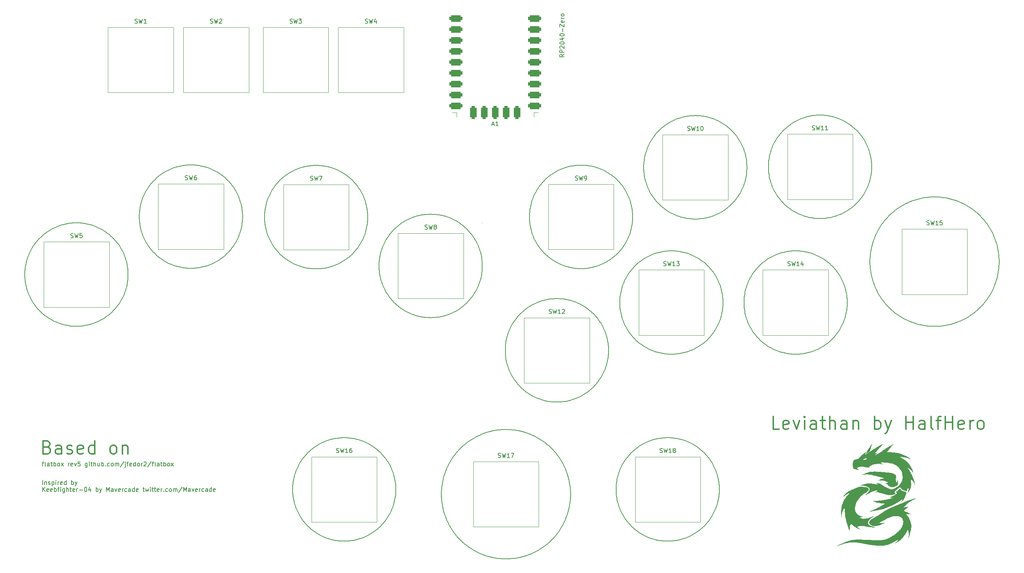
<source format=gto>
G04 #@! TF.GenerationSoftware,KiCad,Pcbnew,8.0.1*
G04 #@! TF.CreationDate,2024-04-24T00:06:35-04:00*
G04 #@! TF.ProjectId,leviathan,6c657669-6174-4686-916e-2e6b69636164,rev?*
G04 #@! TF.SameCoordinates,Original*
G04 #@! TF.FileFunction,Legend,Top*
G04 #@! TF.FilePolarity,Positive*
%FSLAX46Y46*%
G04 Gerber Fmt 4.6, Leading zero omitted, Abs format (unit mm)*
G04 Created by KiCad (PCBNEW 8.0.1) date 2024-04-24 00:06:35*
%MOMM*%
%LPD*%
G01*
G04 APERTURE LIST*
G04 Aperture macros list*
%AMRoundRect*
0 Rectangle with rounded corners*
0 $1 Rounding radius*
0 $2 $3 $4 $5 $6 $7 $8 $9 X,Y pos of 4 corners*
0 Add a 4 corners polygon primitive as box body*
4,1,4,$2,$3,$4,$5,$6,$7,$8,$9,$2,$3,0*
0 Add four circle primitives for the rounded corners*
1,1,$1+$1,$2,$3*
1,1,$1+$1,$4,$5*
1,1,$1+$1,$6,$7*
1,1,$1+$1,$8,$9*
0 Add four rect primitives between the rounded corners*
20,1,$1+$1,$2,$3,$4,$5,0*
20,1,$1+$1,$4,$5,$6,$7,0*
20,1,$1+$1,$6,$7,$8,$9,0*
20,1,$1+$1,$8,$9,$2,$3,0*%
G04 Aperture macros list end*
%ADD10C,0.200000*%
%ADD11C,0.150000*%
%ADD12C,0.330000*%
%ADD13C,0.120000*%
%ADD14C,0.000000*%
%ADD15C,1.900000*%
%ADD16C,1.600000*%
%ADD17C,3.050000*%
%ADD18C,5.050000*%
%ADD19C,6.400000*%
%ADD20RoundRect,0.381000X1.119000X0.381000X-1.119000X0.381000X-1.119000X-0.381000X1.119000X-0.381000X0*%
%ADD21RoundRect,0.381000X-0.381000X1.119000X-0.381000X-1.119000X0.381000X-1.119000X0.381000X1.119000X0*%
%ADD22RoundRect,0.381000X0.381000X-1.119000X0.381000X1.119000X-0.381000X1.119000X-0.381000X-1.119000X0*%
G04 APERTURE END LIST*
D10*
X249462567Y-56343258D02*
X249462567Y-56343258D01*
X132917215Y-141799308D02*
X132566820Y-141994431D01*
X132211696Y-142176966D01*
X131852156Y-142346912D01*
X131488516Y-142504270D01*
X131121092Y-142649039D01*
X130750199Y-142781219D01*
X130376151Y-142900811D01*
X129999266Y-143007815D01*
X129619857Y-143102229D01*
X129238241Y-143184055D01*
X128854733Y-143253293D01*
X128469648Y-143309941D01*
X128083301Y-143354001D01*
X127696008Y-143385473D01*
X127308084Y-143404356D01*
X126919846Y-143410650D01*
X126531607Y-143404356D01*
X126143683Y-143385473D01*
X125756390Y-143354001D01*
X125370043Y-143309941D01*
X124984958Y-143253293D01*
X124601450Y-143184055D01*
X124219834Y-143102229D01*
X123840425Y-143007815D01*
X123463540Y-142900811D01*
X123089492Y-142781219D01*
X122718599Y-142649039D01*
X122351175Y-142504270D01*
X121987535Y-142346912D01*
X121627995Y-142176966D01*
X121272871Y-141994431D01*
X120922477Y-141799308D01*
X108400345Y-68050530D02*
X108407016Y-67648696D01*
X108426925Y-67249048D01*
X108459915Y-66851861D01*
X108505827Y-66457408D01*
X108564504Y-66065963D01*
X108635789Y-65677800D01*
X108719522Y-65293193D01*
X108815548Y-64912415D01*
X108923708Y-64535740D01*
X109043844Y-64163443D01*
X109175799Y-63795796D01*
X109319414Y-63433075D01*
X109474534Y-63075553D01*
X109640999Y-62723503D01*
X109818651Y-62377200D01*
X110007335Y-62036918D01*
X110206890Y-61702929D01*
X110417161Y-61375509D01*
X110637989Y-61054931D01*
X110869217Y-60741469D01*
X111110686Y-60435396D01*
X111362240Y-60136987D01*
X111623720Y-59846516D01*
X111894968Y-59564256D01*
X112175828Y-59290481D01*
X112466142Y-59025465D01*
X112765751Y-58769483D01*
X113074498Y-58522807D01*
X113392226Y-58285711D01*
X113718776Y-58058470D01*
X114053991Y-57841358D01*
X114397714Y-57634648D01*
X70701646Y-91818162D02*
X70351252Y-92013285D01*
X69996127Y-92195820D01*
X69636587Y-92365766D01*
X69272947Y-92523124D01*
X68905523Y-92667893D01*
X68534630Y-92800073D01*
X68160583Y-92919665D01*
X67783697Y-93026669D01*
X67404289Y-93121083D01*
X67022673Y-93202909D01*
X66639164Y-93272147D01*
X66254079Y-93328795D01*
X65867732Y-93372855D01*
X65480440Y-93404327D01*
X65092516Y-93423210D01*
X64704277Y-93429504D01*
X64316038Y-93423210D01*
X63928114Y-93404327D01*
X63540822Y-93372855D01*
X63154475Y-93328795D01*
X62769390Y-93272147D01*
X62385881Y-93202909D01*
X62004265Y-93121083D01*
X61624857Y-93026669D01*
X61247971Y-92919665D01*
X60873924Y-92800073D01*
X60503031Y-92667893D01*
X60135607Y-92523124D01*
X59771967Y-92365766D01*
X59412427Y-92195820D01*
X59057302Y-92013285D01*
X58706909Y-91818162D01*
X126392452Y-57634648D02*
X126736174Y-57841358D01*
X127071389Y-58058470D01*
X127397939Y-58285711D01*
X127715667Y-58522807D01*
X128024414Y-58769483D01*
X128324023Y-59025465D01*
X128614336Y-59290481D01*
X128895196Y-59564256D01*
X129166445Y-59846516D01*
X129427925Y-60136987D01*
X129679479Y-60435396D01*
X129920948Y-60741469D01*
X130152175Y-61054931D01*
X130373003Y-61375509D01*
X130583274Y-61702929D01*
X130782830Y-62036918D01*
X130971513Y-62377200D01*
X131149166Y-62723503D01*
X131315631Y-63075553D01*
X131470750Y-63433075D01*
X131614366Y-63795796D01*
X131746321Y-64163443D01*
X131866457Y-64535740D01*
X131974617Y-64912415D01*
X132070642Y-65293193D01*
X132154376Y-65677800D01*
X132225660Y-66065963D01*
X132284338Y-66457408D01*
X132330250Y-66851861D01*
X132363240Y-67249048D01*
X132383149Y-67648696D01*
X132389821Y-68050530D01*
X214492661Y-66877400D02*
X214142266Y-67072523D01*
X213787142Y-67255058D01*
X213427602Y-67425004D01*
X213063962Y-67582362D01*
X212696538Y-67727131D01*
X212325645Y-67859311D01*
X211951597Y-67978903D01*
X211574712Y-68085907D01*
X211195303Y-68180321D01*
X210813687Y-68262147D01*
X210430179Y-68331385D01*
X210045094Y-68388033D01*
X209658747Y-68432093D01*
X209271454Y-68463565D01*
X208883530Y-68482448D01*
X208495292Y-68488742D01*
X208107053Y-68482448D01*
X207719129Y-68463565D01*
X207331836Y-68432093D01*
X206945489Y-68388033D01*
X206560404Y-68331385D01*
X206176896Y-68262147D01*
X205795280Y-68180321D01*
X205415871Y-68085907D01*
X205038986Y-67978903D01*
X204664938Y-67859311D01*
X204294045Y-67727131D01*
X203926621Y-67582362D01*
X203562981Y-67425004D01*
X203203441Y-67255058D01*
X202848317Y-67072523D01*
X202497923Y-66877400D01*
X249077592Y-78409747D02*
X249085937Y-77907073D01*
X249110843Y-77407134D01*
X249152111Y-76910272D01*
X249209545Y-76416831D01*
X249282947Y-75927153D01*
X249372120Y-75441580D01*
X249476867Y-74960455D01*
X249596990Y-74484121D01*
X249732292Y-74012920D01*
X249882577Y-73547195D01*
X250047646Y-73087288D01*
X250227302Y-72633542D01*
X250421348Y-72186299D01*
X250629587Y-71745902D01*
X250851822Y-71312695D01*
X251087855Y-70887018D01*
X251337490Y-70469215D01*
X251600528Y-70059629D01*
X251876772Y-69658602D01*
X252166027Y-69266477D01*
X252468093Y-68883595D01*
X252782773Y-68510301D01*
X253109872Y-68146936D01*
X253449191Y-67793842D01*
X253800532Y-67451364D01*
X254163700Y-67119843D01*
X254538496Y-66799621D01*
X254924723Y-66491042D01*
X255322184Y-66194447D01*
X255730682Y-65910180D01*
X256150020Y-65638584D01*
X256580000Y-65380000D01*
X220490030Y-56461518D02*
X220490030Y-56461518D01*
X156993745Y-145529412D02*
X156563765Y-145270827D01*
X156144427Y-144999230D01*
X155735929Y-144714964D01*
X155338468Y-144418369D01*
X154952241Y-144109790D01*
X154577445Y-143789568D01*
X154214277Y-143458047D01*
X153862936Y-143115568D01*
X153523617Y-142762475D01*
X153196518Y-142399110D01*
X152881838Y-142025815D01*
X152579772Y-141642934D01*
X152290517Y-141250808D01*
X152014273Y-140849781D01*
X151751235Y-140440195D01*
X151501600Y-140022393D01*
X151265567Y-139596716D01*
X151043332Y-139163508D01*
X150835093Y-138723112D01*
X150641047Y-138275869D01*
X150461391Y-137822123D01*
X150296322Y-137362216D01*
X150146037Y-136896491D01*
X150010735Y-136425290D01*
X149890612Y-135948955D01*
X149785865Y-135467831D01*
X149696692Y-134982258D01*
X149623290Y-134492580D01*
X149565856Y-133999139D01*
X149524588Y-133502277D01*
X149499682Y-133002338D01*
X149491337Y-132499665D01*
X237788930Y-98333303D02*
X237438535Y-98528426D01*
X237083411Y-98710961D01*
X236723871Y-98880907D01*
X236360231Y-99038265D01*
X235992807Y-99183034D01*
X235621914Y-99315214D01*
X235247866Y-99434806D01*
X234870981Y-99541809D01*
X234491572Y-99636224D01*
X234109956Y-99718050D01*
X233726448Y-99787287D01*
X233341363Y-99843936D01*
X232955016Y-99887996D01*
X232567723Y-99919467D01*
X232179799Y-99938350D01*
X231791561Y-99944645D01*
X231403322Y-99938350D01*
X231015398Y-99919467D01*
X230628105Y-99887996D01*
X230241758Y-99843936D01*
X229856673Y-99787287D01*
X229473165Y-99718050D01*
X229091549Y-99636224D01*
X228712140Y-99541809D01*
X228335255Y-99434806D01*
X227961207Y-99315214D01*
X227590314Y-99183034D01*
X227222890Y-99038265D01*
X226859250Y-98880907D01*
X226499710Y-98710961D01*
X226144586Y-98528426D01*
X225794192Y-98333303D01*
X279087224Y-78409747D02*
X279078878Y-78912420D01*
X279053972Y-79412359D01*
X279012704Y-79909221D01*
X278955270Y-80402662D01*
X278881868Y-80892340D01*
X278792695Y-81377913D01*
X278687948Y-81859037D01*
X278567825Y-82335372D01*
X278432522Y-82806573D01*
X278282238Y-83272298D01*
X278117169Y-83732205D01*
X277937513Y-84185951D01*
X277743467Y-84633194D01*
X277535227Y-85073590D01*
X277312992Y-85506798D01*
X277076959Y-85932475D01*
X276827325Y-86350277D01*
X276564287Y-86759863D01*
X276288042Y-87160890D01*
X275998788Y-87553016D01*
X275696722Y-87935897D01*
X275382041Y-88309192D01*
X275054943Y-88672557D01*
X274715624Y-89025650D01*
X274364282Y-89368129D01*
X274001115Y-89699650D01*
X273626319Y-90019872D01*
X273240092Y-90328451D01*
X272842630Y-90625046D01*
X272434132Y-90909312D01*
X272014795Y-91180909D01*
X271584816Y-91439494D01*
X190085108Y-131383426D02*
X190091779Y-130981592D01*
X190111688Y-130581944D01*
X190144678Y-130184757D01*
X190190590Y-129790304D01*
X190249268Y-129398859D01*
X190320552Y-129010696D01*
X190404286Y-128626089D01*
X190500311Y-128245311D01*
X190608471Y-127868636D01*
X190728607Y-127496339D01*
X190860562Y-127128692D01*
X191004178Y-126765971D01*
X191159297Y-126408449D01*
X191325762Y-126056399D01*
X191503415Y-125710096D01*
X191692098Y-125369814D01*
X191891654Y-125035825D01*
X192101925Y-124708405D01*
X192322753Y-124387827D01*
X192553980Y-124074365D01*
X192795449Y-123768293D01*
X193047003Y-123469884D01*
X193308483Y-123179413D01*
X193579732Y-122897153D01*
X193860592Y-122623378D01*
X194150905Y-122358362D01*
X194450514Y-122102380D01*
X194759261Y-121855704D01*
X195076989Y-121618609D01*
X195403539Y-121391368D01*
X195738754Y-121174256D01*
X196082477Y-120967546D01*
X70701646Y-70986398D02*
X71045368Y-71193108D01*
X71380583Y-71410220D01*
X71707133Y-71637461D01*
X72024861Y-71874557D01*
X72333608Y-72121233D01*
X72633217Y-72377215D01*
X72923531Y-72642231D01*
X73204391Y-72916006D01*
X73475639Y-73198266D01*
X73737119Y-73488737D01*
X73988673Y-73787146D01*
X74230142Y-74093219D01*
X74461370Y-74406681D01*
X74682198Y-74727259D01*
X74892469Y-75054679D01*
X75092024Y-75388668D01*
X75280708Y-75728950D01*
X75458360Y-76075253D01*
X75624825Y-76427303D01*
X75779945Y-76784825D01*
X75923560Y-77147546D01*
X76055515Y-77515193D01*
X76175651Y-77887490D01*
X76283811Y-78264165D01*
X76379837Y-78644943D01*
X76463570Y-79029550D01*
X76534855Y-79417713D01*
X76593532Y-79809158D01*
X76639444Y-80203611D01*
X76672434Y-80600798D01*
X76692343Y-81000446D01*
X76699015Y-81402280D01*
X225794192Y-77501539D02*
X226144586Y-77306415D01*
X226499710Y-77123880D01*
X226859250Y-76953934D01*
X227222890Y-76796576D01*
X227590314Y-76651807D01*
X227961207Y-76519627D01*
X228335255Y-76400035D01*
X228712140Y-76293031D01*
X229091549Y-76198617D01*
X229473165Y-76116791D01*
X229856673Y-76047553D01*
X230241758Y-75990905D01*
X230628105Y-75946845D01*
X231015398Y-75915373D01*
X231403322Y-75896490D01*
X231791561Y-75890196D01*
X232179799Y-75896490D01*
X232567723Y-75915373D01*
X232955016Y-75946845D01*
X233341363Y-75990905D01*
X233726448Y-76047553D01*
X234109956Y-76116791D01*
X234491572Y-76198617D01*
X234870981Y-76293031D01*
X235247866Y-76400035D01*
X235621914Y-76519627D01*
X235992807Y-76651807D01*
X236360231Y-76796576D01*
X236723871Y-76953934D01*
X237083411Y-77123880D01*
X237438535Y-77306415D01*
X237788930Y-77501539D01*
X175945684Y-78410868D02*
X175601961Y-78204157D01*
X175266746Y-77987045D01*
X174940196Y-77759804D01*
X174622468Y-77522709D01*
X174313721Y-77276033D01*
X174014112Y-77020050D01*
X173723798Y-76755034D01*
X173442938Y-76481259D01*
X173171690Y-76198999D01*
X172910210Y-75908528D01*
X172658656Y-75610119D01*
X172417187Y-75304047D01*
X172185959Y-74990584D01*
X171965131Y-74670006D01*
X171754860Y-74342586D01*
X171555305Y-74008598D01*
X171366621Y-73668315D01*
X171188969Y-73322012D01*
X171022504Y-72969963D01*
X170867384Y-72612440D01*
X170723769Y-72249719D01*
X170591814Y-71882073D01*
X170471678Y-71509776D01*
X170363518Y-71133101D01*
X170267492Y-70752323D01*
X170183759Y-70367715D01*
X170112474Y-69979552D01*
X170053797Y-69588107D01*
X170007885Y-69193654D01*
X169974895Y-68796467D01*
X169954986Y-68396819D01*
X169948315Y-67994986D01*
X243786299Y-87917421D02*
X243779627Y-88319254D01*
X243759718Y-88718902D01*
X243726728Y-89116089D01*
X243680816Y-89510542D01*
X243622139Y-89901987D01*
X243550854Y-90290150D01*
X243467121Y-90674757D01*
X243371095Y-91055535D01*
X243262935Y-91432210D01*
X243142799Y-91804507D01*
X243010844Y-92172154D01*
X242867229Y-92534875D01*
X242712109Y-92892397D01*
X242545644Y-93244447D01*
X242367992Y-93590750D01*
X242179308Y-93931033D01*
X241979753Y-94265021D01*
X241769482Y-94592441D01*
X241548654Y-94913019D01*
X241317426Y-95226481D01*
X241075957Y-95532554D01*
X240824403Y-95830963D01*
X240562923Y-96121434D01*
X240291675Y-96403694D01*
X240010815Y-96677469D01*
X239720501Y-96942485D01*
X239420892Y-97198467D01*
X239112145Y-97445143D01*
X238794417Y-97682239D01*
X238467867Y-97909480D01*
X238132652Y-98126592D01*
X237788930Y-98333303D01*
X120922477Y-120967546D02*
X121272871Y-120772422D01*
X121627995Y-120589887D01*
X121987535Y-120419940D01*
X122351175Y-120262583D01*
X122718599Y-120117814D01*
X123089492Y-119985633D01*
X123463540Y-119866041D01*
X123840425Y-119759038D01*
X124219834Y-119664623D01*
X124601450Y-119582797D01*
X124984958Y-119513560D01*
X125370043Y-119456911D01*
X125756390Y-119412851D01*
X126143683Y-119381379D01*
X126531607Y-119362496D01*
X126919846Y-119356202D01*
X127308084Y-119362496D01*
X127696008Y-119381379D01*
X128083301Y-119412851D01*
X128469648Y-119456911D01*
X128854733Y-119513560D01*
X129238241Y-119582797D01*
X129619857Y-119664623D01*
X129999266Y-119759038D01*
X130376151Y-119866041D01*
X130750199Y-119985633D01*
X131121092Y-120117814D01*
X131488516Y-120262583D01*
X131852156Y-120419940D01*
X132211696Y-120589887D01*
X132566820Y-120772422D01*
X132917215Y-120967546D01*
X243465198Y-45927376D02*
X243808920Y-46134086D01*
X244144135Y-46351198D01*
X244470685Y-46578439D01*
X244788413Y-46815534D01*
X245097160Y-47062210D01*
X245396769Y-47318193D01*
X245687083Y-47583209D01*
X245967943Y-47856983D01*
X246239191Y-48139243D01*
X246500671Y-48429715D01*
X246752225Y-48728124D01*
X246993694Y-49034196D01*
X247224922Y-49347658D01*
X247445750Y-49668236D01*
X247656021Y-49995656D01*
X247855576Y-50329645D01*
X248044260Y-50669927D01*
X248221912Y-51016230D01*
X248388377Y-51368280D01*
X248543497Y-51725802D01*
X248687112Y-52088524D01*
X248819067Y-52456170D01*
X248939203Y-52828467D01*
X249047363Y-53205142D01*
X249143389Y-53585920D01*
X249227122Y-53970528D01*
X249298407Y-54358691D01*
X249357084Y-54750136D01*
X249402996Y-55144589D01*
X249435986Y-55541776D01*
X249455895Y-55941424D01*
X249462567Y-56343258D01*
X214932021Y-87917421D02*
X214932021Y-87917421D01*
X126392452Y-78466412D02*
X126042057Y-78661535D01*
X125686933Y-78844070D01*
X125327393Y-79014016D01*
X124963753Y-79171374D01*
X124596329Y-79316143D01*
X124225436Y-79448323D01*
X123851388Y-79567915D01*
X123474503Y-79674919D01*
X123095094Y-79769333D01*
X122713478Y-79851159D01*
X122329970Y-79920397D01*
X121944885Y-79977045D01*
X121558538Y-80021105D01*
X121171245Y-80052577D01*
X120783321Y-80071460D01*
X120395083Y-80077754D01*
X120006844Y-80071460D01*
X119618920Y-80052577D01*
X119231627Y-80021105D01*
X118845280Y-79977045D01*
X118460195Y-79920397D01*
X118076687Y-79851159D01*
X117695071Y-79769333D01*
X117315662Y-79674919D01*
X116938777Y-79567915D01*
X116564729Y-79448323D01*
X116193836Y-79316143D01*
X115826412Y-79171374D01*
X115462772Y-79014016D01*
X115103232Y-78844070D01*
X114748108Y-78661535D01*
X114397714Y-78466412D01*
X208934652Y-98333303D02*
X208584257Y-98528426D01*
X208229133Y-98710961D01*
X207869593Y-98880907D01*
X207505953Y-99038265D01*
X207138529Y-99183034D01*
X206767636Y-99315214D01*
X206393588Y-99434806D01*
X206016703Y-99541809D01*
X205637294Y-99636224D01*
X205255678Y-99718050D01*
X204872170Y-99787287D01*
X204487085Y-99843936D01*
X204100738Y-99887996D01*
X203713445Y-99919467D01*
X203325521Y-99938350D01*
X202937283Y-99944645D01*
X202549044Y-99938350D01*
X202161120Y-99919467D01*
X201773827Y-99887996D01*
X201387480Y-99843936D01*
X201002395Y-99787287D01*
X200618887Y-99718050D01*
X200237271Y-99636224D01*
X199857862Y-99541809D01*
X199480977Y-99434806D01*
X199106929Y-99315214D01*
X198736036Y-99183034D01*
X198368612Y-99038265D01*
X198004972Y-98880907D01*
X197645432Y-98710961D01*
X197290308Y-98528426D01*
X196939914Y-98333303D01*
X279087224Y-78409747D02*
X279087224Y-78409747D01*
X219796823Y-87917421D02*
X219803494Y-87515587D01*
X219823403Y-87115939D01*
X219856393Y-86718752D01*
X219902305Y-86324299D01*
X219960983Y-85932854D01*
X220032267Y-85544691D01*
X220116001Y-85160083D01*
X220212026Y-84779305D01*
X220320186Y-84402630D01*
X220440322Y-84030333D01*
X220572277Y-83662687D01*
X220715893Y-83299966D01*
X220871012Y-82942443D01*
X221037477Y-82590394D01*
X221215130Y-82244091D01*
X221403813Y-81903808D01*
X221603369Y-81569820D01*
X221813640Y-81242400D01*
X222034468Y-80921822D01*
X222265695Y-80608359D01*
X222507164Y-80302287D01*
X222758718Y-80003878D01*
X223020198Y-79713407D01*
X223291447Y-79431147D01*
X223572307Y-79157372D01*
X223862620Y-78892356D01*
X224162229Y-78636373D01*
X224470976Y-78389697D01*
X224788704Y-78152602D01*
X225115254Y-77925361D01*
X225450469Y-77708249D01*
X225794192Y-77501539D01*
X171998561Y-145529412D02*
X171560235Y-145773501D01*
X171115992Y-146001843D01*
X170666226Y-146214438D01*
X170211331Y-146411284D01*
X169751701Y-146592383D01*
X169287732Y-146757734D01*
X168819818Y-146907338D01*
X168348353Y-147041193D01*
X167873732Y-147159301D01*
X167396350Y-147261661D01*
X166916600Y-147348274D01*
X166434877Y-147419139D01*
X165951577Y-147474256D01*
X165467093Y-147513625D01*
X164981820Y-147537247D01*
X164496153Y-147545121D01*
X164010485Y-147537247D01*
X163525212Y-147513625D01*
X163040728Y-147474256D01*
X162557428Y-147419139D01*
X162075705Y-147348274D01*
X161595955Y-147261661D01*
X161118573Y-147159301D01*
X160643952Y-147041193D01*
X160172487Y-146907338D01*
X159704573Y-146757734D01*
X159240604Y-146592383D01*
X158780974Y-146411284D01*
X158326079Y-146214438D01*
X157876313Y-146001843D01*
X157432070Y-145773501D01*
X156993745Y-145529412D01*
X202497923Y-46045636D02*
X202848317Y-45850512D01*
X203203441Y-45667977D01*
X203562981Y-45498031D01*
X203926621Y-45340673D01*
X204294045Y-45195904D01*
X204664938Y-45063724D01*
X205038986Y-44944132D01*
X205415871Y-44837129D01*
X205795280Y-44742714D01*
X206176896Y-44660888D01*
X206560404Y-44591651D01*
X206945489Y-44535002D01*
X207331836Y-44490942D01*
X207719129Y-44459471D01*
X208107053Y-44440588D01*
X208495292Y-44434294D01*
X208883530Y-44440588D01*
X209271454Y-44459471D01*
X209658747Y-44490942D01*
X210045094Y-44535002D01*
X210430179Y-44591651D01*
X210813687Y-44660888D01*
X211195303Y-44742714D01*
X211574712Y-44837129D01*
X211951597Y-44944132D01*
X212325645Y-45063724D01*
X212696538Y-45195904D01*
X213063962Y-45340673D01*
X213427602Y-45498031D01*
X213787142Y-45667977D01*
X214142266Y-45850512D01*
X214492661Y-46045636D01*
X114925108Y-131383426D02*
X114931779Y-130981592D01*
X114951688Y-130581944D01*
X114984678Y-130184757D01*
X115030590Y-129790304D01*
X115089268Y-129398859D01*
X115160552Y-129010696D01*
X115244286Y-128626089D01*
X115340311Y-128245311D01*
X115448471Y-127868636D01*
X115568607Y-127496339D01*
X115700562Y-127128692D01*
X115844178Y-126765971D01*
X115999297Y-126408449D01*
X116165762Y-126056399D01*
X116343415Y-125710096D01*
X116532098Y-125369814D01*
X116731654Y-125035825D01*
X116941925Y-124708405D01*
X117162753Y-124387827D01*
X117393980Y-124074365D01*
X117635449Y-123768293D01*
X117887003Y-123469884D01*
X118148483Y-123179413D01*
X118419732Y-122897153D01*
X118700592Y-122623378D01*
X118990905Y-122358362D01*
X119290514Y-122102380D01*
X119599261Y-121855704D01*
X119916989Y-121618609D01*
X120243539Y-121391368D01*
X120578754Y-121174256D01*
X120922477Y-120967546D01*
X120922477Y-141799308D02*
X120578754Y-141592597D01*
X120243539Y-141375485D01*
X119916989Y-141148244D01*
X119599261Y-140911149D01*
X119290514Y-140664473D01*
X118990905Y-140408490D01*
X118700592Y-140143474D01*
X118419732Y-139869700D01*
X118148483Y-139587440D01*
X117887003Y-139296968D01*
X117635449Y-138998559D01*
X117393980Y-138692487D01*
X117162753Y-138379025D01*
X116941925Y-138058447D01*
X116731654Y-137731027D01*
X116532098Y-137397038D01*
X116343415Y-137056756D01*
X116165762Y-136710453D01*
X115999297Y-136358403D01*
X115844178Y-136000881D01*
X115700562Y-135638159D01*
X115568607Y-135270513D01*
X115448471Y-134898216D01*
X115340311Y-134521541D01*
X115244286Y-134140763D01*
X115160552Y-133756155D01*
X115089268Y-133367992D01*
X115030590Y-132976547D01*
X114984678Y-132582094D01*
X114951688Y-132184907D01*
X114931779Y-131785259D01*
X114925108Y-131383426D01*
X97301646Y-57516398D02*
X97645368Y-57723108D01*
X97980583Y-57940220D01*
X98307133Y-58167461D01*
X98624861Y-58404557D01*
X98933608Y-58651233D01*
X99233217Y-58907215D01*
X99523531Y-59172231D01*
X99804391Y-59446006D01*
X100075639Y-59728266D01*
X100337119Y-60018737D01*
X100588673Y-60317146D01*
X100830142Y-60623219D01*
X101061370Y-60936681D01*
X101282198Y-61257259D01*
X101492469Y-61584679D01*
X101692024Y-61918668D01*
X101880708Y-62258950D01*
X102058360Y-62605253D01*
X102224825Y-62957303D01*
X102379945Y-63314825D01*
X102523560Y-63677546D01*
X102655515Y-64045193D01*
X102775651Y-64417490D01*
X102883811Y-64794165D01*
X102979837Y-65174943D01*
X103063570Y-65559550D01*
X103134855Y-65947713D01*
X103193532Y-66339158D01*
X103239444Y-66733611D01*
X103272434Y-67130798D01*
X103292343Y-67530446D01*
X103299015Y-67932280D01*
X58706909Y-70986398D02*
X59057302Y-70791274D01*
X59412427Y-70608739D01*
X59771967Y-70438793D01*
X60135607Y-70281435D01*
X60503031Y-70136666D01*
X60873924Y-70004486D01*
X61247971Y-69884894D01*
X61624857Y-69777890D01*
X62004265Y-69683476D01*
X62385881Y-69601650D01*
X62769390Y-69532412D01*
X63154475Y-69475764D01*
X63540822Y-69431704D01*
X63928114Y-69400232D01*
X64316038Y-69381349D01*
X64704277Y-69375055D01*
X65092516Y-69381349D01*
X65480440Y-69400232D01*
X65867732Y-69431704D01*
X66254079Y-69475764D01*
X66639164Y-69532412D01*
X67022673Y-69601650D01*
X67404289Y-69683476D01*
X67783697Y-69777890D01*
X68160583Y-69884894D01*
X68534630Y-70004486D01*
X68905523Y-70136666D01*
X69272947Y-70281435D01*
X69636587Y-70438793D01*
X69996127Y-70608739D01*
X70351252Y-70791274D01*
X70701646Y-70986398D01*
X193937791Y-67994986D02*
X193931119Y-68396819D01*
X193911210Y-68796467D01*
X193878220Y-69193654D01*
X193832308Y-69588107D01*
X193773631Y-69979552D01*
X193702346Y-70367715D01*
X193618613Y-70752323D01*
X193522587Y-71133101D01*
X193414427Y-71509776D01*
X193294291Y-71882073D01*
X193162336Y-72249719D01*
X193018721Y-72612440D01*
X192863601Y-72969963D01*
X192697136Y-73322012D01*
X192519484Y-73668315D01*
X192330800Y-74008598D01*
X192131245Y-74342586D01*
X191920974Y-74670006D01*
X191700146Y-74990584D01*
X191468918Y-75304047D01*
X191227449Y-75610119D01*
X190975895Y-75908528D01*
X190714415Y-76198999D01*
X190443167Y-76481259D01*
X190162307Y-76755034D01*
X189871993Y-77020050D01*
X189572384Y-77276033D01*
X189263637Y-77522709D01*
X188945909Y-77759804D01*
X188619359Y-77987045D01*
X188284144Y-78204157D01*
X187940422Y-78410868D01*
X85306909Y-57516398D02*
X85657302Y-57321274D01*
X86012427Y-57138739D01*
X86371967Y-56968793D01*
X86735607Y-56811435D01*
X87103031Y-56666666D01*
X87473924Y-56534486D01*
X87847971Y-56414894D01*
X88224857Y-56307890D01*
X88604265Y-56213476D01*
X88985881Y-56131650D01*
X89369390Y-56062412D01*
X89754475Y-56005764D01*
X90140822Y-55961704D01*
X90528114Y-55930232D01*
X90916038Y-55911349D01*
X91304277Y-55905055D01*
X91692516Y-55911349D01*
X92080440Y-55930232D01*
X92467732Y-55961704D01*
X92854079Y-56005764D01*
X93239164Y-56062412D01*
X93622673Y-56131650D01*
X94004289Y-56213476D01*
X94383697Y-56307890D01*
X94760583Y-56414894D01*
X95134630Y-56534486D01*
X95505523Y-56666666D01*
X95872947Y-56811435D01*
X96236587Y-56968793D01*
X96596127Y-57138739D01*
X96951252Y-57321274D01*
X97301646Y-57516398D01*
X164335108Y-99033426D02*
X164341779Y-98631592D01*
X164361688Y-98231944D01*
X164394678Y-97834757D01*
X164440590Y-97440304D01*
X164499268Y-97048859D01*
X164570552Y-96660696D01*
X164654286Y-96276089D01*
X164750311Y-95895311D01*
X164858471Y-95518636D01*
X164978607Y-95146339D01*
X165110562Y-94778692D01*
X165254178Y-94415971D01*
X165409297Y-94058449D01*
X165575762Y-93706399D01*
X165753415Y-93360096D01*
X165942098Y-93019814D01*
X166141654Y-92685825D01*
X166351925Y-92358405D01*
X166572753Y-92037827D01*
X166803980Y-91724365D01*
X167045449Y-91418293D01*
X167297003Y-91119884D01*
X167558483Y-90829413D01*
X167829732Y-90547153D01*
X168110592Y-90273378D01*
X168400905Y-90008362D01*
X168700514Y-89752380D01*
X169009261Y-89505704D01*
X169326989Y-89268609D01*
X169653539Y-89041368D01*
X169988754Y-88824256D01*
X170332477Y-88617546D01*
X196082477Y-141799308D02*
X195738754Y-141592597D01*
X195403539Y-141375485D01*
X195076989Y-141148244D01*
X194759261Y-140911149D01*
X194450514Y-140664473D01*
X194150905Y-140408490D01*
X193860592Y-140143474D01*
X193579732Y-139869700D01*
X193308483Y-139587440D01*
X193047003Y-139296968D01*
X192795449Y-138998559D01*
X192553980Y-138692487D01*
X192322753Y-138379025D01*
X192101925Y-138058447D01*
X191891654Y-137731027D01*
X191692098Y-137397038D01*
X191503415Y-137056756D01*
X191325762Y-136710453D01*
X191159297Y-136358403D01*
X191004178Y-136000881D01*
X190860562Y-135638159D01*
X190728607Y-135270513D01*
X190608471Y-134898216D01*
X190500311Y-134521541D01*
X190404286Y-134140763D01*
X190320552Y-133756155D01*
X190249268Y-133367992D01*
X190190590Y-132976547D01*
X190144678Y-132582094D01*
X190111688Y-132184907D01*
X190091779Y-131785259D01*
X190085108Y-131383426D01*
X225473091Y-56343258D02*
X225479762Y-55941424D01*
X225499671Y-55541776D01*
X225532661Y-55144589D01*
X225578573Y-54750136D01*
X225637250Y-54358691D01*
X225708535Y-53970528D01*
X225792268Y-53585920D01*
X225888294Y-53205142D01*
X225996454Y-52828467D01*
X226116590Y-52456170D01*
X226248545Y-52088524D01*
X226392160Y-51725802D01*
X226547280Y-51368280D01*
X226713745Y-51016230D01*
X226891397Y-50669927D01*
X227080081Y-50329645D01*
X227279636Y-49995656D01*
X227489907Y-49668236D01*
X227710735Y-49347658D01*
X227941963Y-49034196D01*
X228183432Y-48728124D01*
X228434986Y-48429715D01*
X228696466Y-48139243D01*
X228967714Y-47856983D01*
X229248574Y-47583209D01*
X229538888Y-47318193D01*
X229838497Y-47062210D01*
X230147244Y-46815534D01*
X230464972Y-46578439D01*
X230791522Y-46351198D01*
X231126737Y-46134086D01*
X231470460Y-45927376D01*
X152999904Y-89818924D02*
X152649509Y-90014047D01*
X152294385Y-90196582D01*
X151934845Y-90366528D01*
X151571205Y-90523886D01*
X151203781Y-90668655D01*
X150832888Y-90800835D01*
X150458840Y-90920427D01*
X150081955Y-91027430D01*
X149702546Y-91121845D01*
X149320930Y-91203671D01*
X148937422Y-91272908D01*
X148552337Y-91329557D01*
X148165990Y-91373617D01*
X147778697Y-91405088D01*
X147390773Y-91423971D01*
X147002535Y-91430266D01*
X146614296Y-91423971D01*
X146226372Y-91405088D01*
X145839079Y-91373617D01*
X145452732Y-91329557D01*
X145067647Y-91272908D01*
X144684139Y-91203671D01*
X144302523Y-91121845D01*
X143923114Y-91027430D01*
X143546229Y-90920427D01*
X143172181Y-90800835D01*
X142801288Y-90668655D01*
X142433864Y-90523886D01*
X142070224Y-90366528D01*
X141710684Y-90196582D01*
X141355560Y-90014047D01*
X141005166Y-89818924D01*
X135007798Y-79403042D02*
X135014469Y-79001208D01*
X135034378Y-78601560D01*
X135067368Y-78204373D01*
X135113280Y-77809920D01*
X135171957Y-77418475D01*
X135243242Y-77030312D01*
X135326975Y-76645704D01*
X135423001Y-76264926D01*
X135531161Y-75888251D01*
X135651297Y-75515954D01*
X135783252Y-75148308D01*
X135926867Y-74785587D01*
X136081987Y-74428064D01*
X136248451Y-74076015D01*
X136426104Y-73729712D01*
X136614788Y-73389429D01*
X136814343Y-73055441D01*
X137024614Y-72728021D01*
X137245442Y-72407443D01*
X137476669Y-72093980D01*
X137718139Y-71787908D01*
X137969692Y-71489499D01*
X138231172Y-71199028D01*
X138502421Y-70916768D01*
X138783281Y-70642993D01*
X139073594Y-70377977D01*
X139373203Y-70121994D01*
X139681950Y-69875318D01*
X139999678Y-69638223D01*
X140326228Y-69410982D01*
X140661443Y-69193870D01*
X141005166Y-68987160D01*
X170332477Y-88617546D02*
X170682871Y-88422422D01*
X171037995Y-88239887D01*
X171397535Y-88069940D01*
X171761175Y-87912583D01*
X172128599Y-87767814D01*
X172499492Y-87635633D01*
X172873540Y-87516041D01*
X173250425Y-87409038D01*
X173629834Y-87314623D01*
X174011450Y-87232797D01*
X174394958Y-87163560D01*
X174780043Y-87106911D01*
X175166390Y-87062851D01*
X175553683Y-87031379D01*
X175941607Y-87012496D01*
X176329846Y-87006202D01*
X176718084Y-87012496D01*
X177106008Y-87031379D01*
X177493301Y-87062851D01*
X177879648Y-87106911D01*
X178264733Y-87163560D01*
X178648241Y-87232797D01*
X179029857Y-87314623D01*
X179409266Y-87409038D01*
X179786151Y-87516041D01*
X180160199Y-87635633D01*
X180531092Y-87767814D01*
X180898516Y-87912583D01*
X181262156Y-88069940D01*
X181621696Y-88239887D01*
X181976820Y-88422422D01*
X182327215Y-88617546D01*
X187940422Y-57579104D02*
X188284144Y-57785814D01*
X188619359Y-58002926D01*
X188945909Y-58230167D01*
X189263637Y-58467263D01*
X189572384Y-58713939D01*
X189871993Y-58969921D01*
X190162307Y-59234937D01*
X190443167Y-59508712D01*
X190714415Y-59790972D01*
X190975895Y-60081443D01*
X191227449Y-60379852D01*
X191468918Y-60685925D01*
X191700146Y-60999387D01*
X191920974Y-61319965D01*
X192131245Y-61647385D01*
X192330800Y-61981374D01*
X192519484Y-62321656D01*
X192697136Y-62667959D01*
X192863601Y-63020009D01*
X193018721Y-63377531D01*
X193162336Y-63740252D01*
X193294291Y-64107899D01*
X193414427Y-64480196D01*
X193522587Y-64856871D01*
X193618613Y-65237649D01*
X193702346Y-65622256D01*
X193773631Y-66010419D01*
X193832308Y-66401864D01*
X193878220Y-66796317D01*
X193911210Y-67193504D01*
X193931119Y-67593152D01*
X193937791Y-67994986D01*
X196082477Y-120967546D02*
X196432871Y-120772422D01*
X196787995Y-120589887D01*
X197147535Y-120419940D01*
X197511175Y-120262583D01*
X197878599Y-120117814D01*
X198249492Y-119985633D01*
X198623540Y-119866041D01*
X199000425Y-119759038D01*
X199379834Y-119664623D01*
X199761450Y-119582797D01*
X200144958Y-119513560D01*
X200530043Y-119456911D01*
X200916390Y-119412851D01*
X201303683Y-119381379D01*
X201691607Y-119362496D01*
X202079846Y-119356202D01*
X202468084Y-119362496D01*
X202856008Y-119381379D01*
X203243301Y-119412851D01*
X203629648Y-119456911D01*
X204014733Y-119513560D01*
X204398241Y-119582797D01*
X204779857Y-119664623D01*
X205159266Y-119759038D01*
X205536151Y-119866041D01*
X205910199Y-119985633D01*
X206281092Y-120117814D01*
X206648516Y-120262583D01*
X207012156Y-120419940D01*
X207371696Y-120589887D01*
X207726820Y-120772422D01*
X208077215Y-120967546D01*
X208077215Y-120967546D02*
X208420937Y-121174256D01*
X208756152Y-121391368D01*
X209082702Y-121618609D01*
X209400430Y-121855704D01*
X209709177Y-122102380D01*
X210008786Y-122358362D01*
X210299100Y-122623378D01*
X210579960Y-122897153D01*
X210851208Y-123179413D01*
X211112688Y-123469884D01*
X211364242Y-123768293D01*
X211605711Y-124074365D01*
X211836939Y-124387827D01*
X212057767Y-124708405D01*
X212268038Y-125035825D01*
X212467593Y-125369814D01*
X212656277Y-125710096D01*
X212833929Y-126056399D01*
X213000394Y-126408449D01*
X213155514Y-126765971D01*
X213299129Y-127128692D01*
X213431084Y-127496339D01*
X213551220Y-127868636D01*
X213659380Y-128245311D01*
X213755406Y-128626089D01*
X213839139Y-129010696D01*
X213910424Y-129398859D01*
X213969101Y-129790304D01*
X214015013Y-130184757D01*
X214048003Y-130581944D01*
X214067912Y-130981592D01*
X214074584Y-131383426D01*
X58706909Y-91818162D02*
X58363186Y-91611451D01*
X58027971Y-91394339D01*
X57701421Y-91167098D01*
X57383693Y-90930002D01*
X57074946Y-90683326D01*
X56775337Y-90427344D01*
X56485023Y-90162328D01*
X56204163Y-89888553D01*
X55932915Y-89606293D01*
X55671435Y-89315822D01*
X55419881Y-89017413D01*
X55178412Y-88711340D01*
X54947184Y-88397878D01*
X54726356Y-88077300D01*
X54516085Y-87749880D01*
X54316530Y-87415892D01*
X54127846Y-87075609D01*
X53950194Y-86729306D01*
X53783729Y-86377256D01*
X53628609Y-86019734D01*
X53484994Y-85657013D01*
X53353039Y-85289366D01*
X53232903Y-84917069D01*
X53124743Y-84540394D01*
X53028717Y-84159616D01*
X52944984Y-83775009D01*
X52873699Y-83386846D01*
X52815022Y-82995401D01*
X52769110Y-82600948D01*
X52736120Y-82203761D01*
X52716211Y-81804113D01*
X52709540Y-81402280D01*
X188324584Y-99033426D02*
X188324584Y-99033426D01*
X214932021Y-87917421D02*
X214925349Y-88319254D01*
X214905440Y-88718902D01*
X214872450Y-89116089D01*
X214826538Y-89510542D01*
X214767861Y-89901987D01*
X214696576Y-90290150D01*
X214612843Y-90674757D01*
X214516817Y-91055535D01*
X214408657Y-91432210D01*
X214288521Y-91804507D01*
X214156566Y-92172154D01*
X214012951Y-92534875D01*
X213857831Y-92892397D01*
X213691366Y-93244447D01*
X213513714Y-93590750D01*
X213325030Y-93931033D01*
X213125475Y-94265021D01*
X212915204Y-94592441D01*
X212694376Y-94913019D01*
X212463148Y-95226481D01*
X212221679Y-95532554D01*
X211970125Y-95830963D01*
X211708645Y-96121434D01*
X211437397Y-96403694D01*
X211156537Y-96677469D01*
X210866223Y-96942485D01*
X210566614Y-97198467D01*
X210257867Y-97445143D01*
X209940139Y-97682239D01*
X209613589Y-97909480D01*
X209278374Y-98126592D01*
X208934652Y-98333303D01*
X171998561Y-119469918D02*
X172428540Y-119728502D01*
X172847877Y-120000098D01*
X173256375Y-120284365D01*
X173653837Y-120580960D01*
X174040064Y-120889539D01*
X174414860Y-121209761D01*
X174778027Y-121541282D01*
X175129369Y-121883760D01*
X175468688Y-122236854D01*
X175795786Y-122600219D01*
X176110467Y-122973513D01*
X176412533Y-123356395D01*
X176701787Y-123748520D01*
X176978032Y-124149547D01*
X177241070Y-124559133D01*
X177490704Y-124976936D01*
X177726737Y-125402613D01*
X177948972Y-125835820D01*
X178157212Y-126276217D01*
X178351258Y-126723460D01*
X178530914Y-127177206D01*
X178695983Y-127637113D01*
X178846267Y-128102838D01*
X178981570Y-128574039D01*
X179101693Y-129050373D01*
X179206440Y-129531498D01*
X179295613Y-130017071D01*
X179369015Y-130506749D01*
X179426449Y-131000190D01*
X179467717Y-131497052D01*
X179492623Y-131996991D01*
X179500969Y-132499665D01*
X208077215Y-141799308D02*
X207726820Y-141994431D01*
X207371696Y-142176966D01*
X207012156Y-142346912D01*
X206648516Y-142504270D01*
X206281092Y-142649039D01*
X205910199Y-142781219D01*
X205536151Y-142900811D01*
X205159266Y-143007815D01*
X204779857Y-143102229D01*
X204398241Y-143184055D01*
X204014733Y-143253293D01*
X203629648Y-143309941D01*
X203243301Y-143354001D01*
X202856008Y-143385473D01*
X202468084Y-143404356D01*
X202079846Y-143410650D01*
X201691607Y-143404356D01*
X201303683Y-143385473D01*
X200916390Y-143354001D01*
X200530043Y-143309941D01*
X200144958Y-143253293D01*
X199761450Y-143184055D01*
X199379834Y-143102229D01*
X199000425Y-143007815D01*
X198623540Y-142900811D01*
X198249492Y-142781219D01*
X197878599Y-142649039D01*
X197511175Y-142504270D01*
X197147535Y-142346912D01*
X196787995Y-142176966D01*
X196432871Y-141994431D01*
X196082477Y-141799308D01*
X97301646Y-78348162D02*
X96951252Y-78543285D01*
X96596127Y-78725820D01*
X96236587Y-78895766D01*
X95872947Y-79053124D01*
X95505523Y-79197893D01*
X95134630Y-79330073D01*
X94760583Y-79449665D01*
X94383697Y-79556669D01*
X94004289Y-79651083D01*
X93622673Y-79732909D01*
X93239164Y-79802147D01*
X92854079Y-79858795D01*
X92467732Y-79902855D01*
X92080440Y-79934327D01*
X91692516Y-79953210D01*
X91304277Y-79959504D01*
X90916038Y-79953210D01*
X90528114Y-79934327D01*
X90140822Y-79902855D01*
X89754475Y-79858795D01*
X89369390Y-79802147D01*
X88985881Y-79732909D01*
X88604265Y-79651083D01*
X88224857Y-79556669D01*
X87847971Y-79449665D01*
X87473924Y-79330073D01*
X87103031Y-79197893D01*
X86735607Y-79053124D01*
X86371967Y-78895766D01*
X86012427Y-78725820D01*
X85657302Y-78543285D01*
X85306909Y-78348162D01*
X202497923Y-66877400D02*
X202154200Y-66670689D01*
X201818985Y-66453577D01*
X201492435Y-66226336D01*
X201174707Y-65989241D01*
X200865960Y-65742565D01*
X200566351Y-65486582D01*
X200276038Y-65221566D01*
X199995178Y-64947791D01*
X199723929Y-64665531D01*
X199462449Y-64375060D01*
X199210896Y-64076651D01*
X198969426Y-63770579D01*
X198738199Y-63457116D01*
X198517371Y-63136538D01*
X198307100Y-62809118D01*
X198107545Y-62475130D01*
X197918861Y-62134847D01*
X197741208Y-61788544D01*
X197574744Y-61436495D01*
X197419624Y-61078972D01*
X197276009Y-60716251D01*
X197144054Y-60348605D01*
X197023918Y-59976308D01*
X196915758Y-59599633D01*
X196819732Y-59218855D01*
X196735999Y-58834247D01*
X196664714Y-58446084D01*
X196606037Y-58054639D01*
X196560125Y-57660186D01*
X196527135Y-57262999D01*
X196507226Y-56863351D01*
X196500555Y-56461518D01*
X149491337Y-132499665D02*
X149499682Y-131996991D01*
X149524588Y-131497052D01*
X149565856Y-131000190D01*
X149623290Y-130506749D01*
X149696692Y-130017071D01*
X149785865Y-129531498D01*
X149890612Y-129050373D01*
X150010735Y-128574039D01*
X150146037Y-128102838D01*
X150296322Y-127637113D01*
X150461391Y-127177206D01*
X150641047Y-126723460D01*
X150835093Y-126276217D01*
X151043332Y-125835820D01*
X151265567Y-125402613D01*
X151501600Y-124976936D01*
X151751235Y-124559133D01*
X152014273Y-124149547D01*
X152290517Y-123748520D01*
X152579772Y-123356395D01*
X152881838Y-122973513D01*
X153196518Y-122600219D01*
X153523617Y-122236854D01*
X153862936Y-121883760D01*
X154214277Y-121541282D01*
X154577445Y-121209761D01*
X154952241Y-120889539D01*
X155338468Y-120580960D01*
X155735929Y-120284365D01*
X156144427Y-120000098D01*
X156563765Y-119728502D01*
X156993745Y-119469918D01*
X193937791Y-67994986D02*
X193937791Y-67994986D01*
X182327215Y-88617546D02*
X182670937Y-88824256D01*
X183006152Y-89041368D01*
X183332702Y-89268609D01*
X183650430Y-89505704D01*
X183959177Y-89752380D01*
X184258786Y-90008362D01*
X184549100Y-90273378D01*
X184829960Y-90547153D01*
X185101208Y-90829413D01*
X185362688Y-91119884D01*
X185614242Y-91418293D01*
X185855711Y-91724365D01*
X186086939Y-92037827D01*
X186307767Y-92358405D01*
X186518038Y-92685825D01*
X186717593Y-93019814D01*
X186906277Y-93360096D01*
X187083929Y-93706399D01*
X187250394Y-94058449D01*
X187405514Y-94415971D01*
X187549129Y-94778692D01*
X187681084Y-95146339D01*
X187801220Y-95518636D01*
X187909380Y-95895311D01*
X188005406Y-96276089D01*
X188089139Y-96660696D01*
X188160424Y-97048859D01*
X188219101Y-97440304D01*
X188265013Y-97834757D01*
X188298003Y-98231944D01*
X188317912Y-98631592D01*
X188324584Y-99033426D01*
X256580000Y-91439494D02*
X256150020Y-91180909D01*
X255730682Y-90909312D01*
X255322184Y-90625046D01*
X254924723Y-90328451D01*
X254538496Y-90019872D01*
X254163700Y-89699650D01*
X253800532Y-89368129D01*
X253449191Y-89025650D01*
X253109872Y-88672557D01*
X252782773Y-88309192D01*
X252468093Y-87935897D01*
X252166027Y-87553016D01*
X251876772Y-87160890D01*
X251600528Y-86759863D01*
X251337490Y-86350277D01*
X251087855Y-85932475D01*
X250851822Y-85506798D01*
X250629587Y-85073590D01*
X250421348Y-84633194D01*
X250227302Y-84185951D01*
X250047646Y-83732205D01*
X249882577Y-83272298D01*
X249732292Y-82806573D01*
X249596990Y-82335372D01*
X249476867Y-81859037D01*
X249372120Y-81377913D01*
X249282947Y-80892340D01*
X249209545Y-80402662D01*
X249152111Y-79909221D01*
X249110843Y-79412359D01*
X249085937Y-78912420D01*
X249077592Y-78409747D01*
X196939914Y-98333303D02*
X196596191Y-98126592D01*
X196260976Y-97909480D01*
X195934426Y-97682239D01*
X195616698Y-97445143D01*
X195307951Y-97198467D01*
X195008342Y-96942485D01*
X194718028Y-96677469D01*
X194437168Y-96403694D01*
X194165920Y-96121434D01*
X193904440Y-95830963D01*
X193652886Y-95532554D01*
X193411417Y-95226481D01*
X193180189Y-94913019D01*
X192959361Y-94592441D01*
X192749090Y-94265021D01*
X192549535Y-93931033D01*
X192360851Y-93590750D01*
X192183199Y-93244447D01*
X192016734Y-92892397D01*
X191861614Y-92534875D01*
X191717999Y-92172154D01*
X191586044Y-91804507D01*
X191465908Y-91432210D01*
X191357748Y-91055535D01*
X191261722Y-90674757D01*
X191177989Y-90290150D01*
X191106704Y-89901987D01*
X191048027Y-89510542D01*
X191002115Y-89116089D01*
X190969125Y-88718902D01*
X190949216Y-88319254D01*
X190942545Y-87917421D01*
X214492661Y-46045636D02*
X214836383Y-46252346D01*
X215171598Y-46469458D01*
X215498148Y-46696699D01*
X215815876Y-46933795D01*
X216124623Y-47180471D01*
X216424232Y-47436453D01*
X216714546Y-47701469D01*
X216995406Y-47975244D01*
X217266654Y-48257504D01*
X217528134Y-48547975D01*
X217779688Y-48846384D01*
X218021157Y-49152457D01*
X218252385Y-49465919D01*
X218473213Y-49786497D01*
X218683484Y-50113917D01*
X218883039Y-50447906D01*
X219071723Y-50788188D01*
X219249375Y-51134491D01*
X219415840Y-51486541D01*
X219570960Y-51844063D01*
X219714575Y-52206784D01*
X219846530Y-52574431D01*
X219966666Y-52946728D01*
X220074826Y-53323403D01*
X220170852Y-53704181D01*
X220254585Y-54088788D01*
X220325870Y-54476951D01*
X220384547Y-54868396D01*
X220430459Y-55262849D01*
X220463449Y-55660036D01*
X220483358Y-56059684D01*
X220490030Y-56461518D01*
X196939914Y-77501539D02*
X197290308Y-77306415D01*
X197645432Y-77123880D01*
X198004972Y-76953934D01*
X198368612Y-76796576D01*
X198736036Y-76651807D01*
X199106929Y-76519627D01*
X199480977Y-76400035D01*
X199857862Y-76293031D01*
X200237271Y-76198617D01*
X200618887Y-76116791D01*
X201002395Y-76047553D01*
X201387480Y-75990905D01*
X201773827Y-75946845D01*
X202161120Y-75915373D01*
X202549044Y-75896490D01*
X202937283Y-75890196D01*
X203325521Y-75896490D01*
X203713445Y-75915373D01*
X204100738Y-75946845D01*
X204487085Y-75990905D01*
X204872170Y-76047553D01*
X205255678Y-76116791D01*
X205637294Y-76198617D01*
X206016703Y-76293031D01*
X206393588Y-76400035D01*
X206767636Y-76519627D01*
X207138529Y-76651807D01*
X207505953Y-76796576D01*
X207869593Y-76953934D01*
X208229133Y-77123880D01*
X208584257Y-77306415D01*
X208934652Y-77501539D01*
X103299015Y-67932280D02*
X103292343Y-68334113D01*
X103272434Y-68733761D01*
X103239444Y-69130948D01*
X103193532Y-69525401D01*
X103134855Y-69916846D01*
X103063570Y-70305009D01*
X102979837Y-70689616D01*
X102883811Y-71070394D01*
X102775651Y-71447069D01*
X102655515Y-71819366D01*
X102523560Y-72187013D01*
X102379945Y-72549734D01*
X102224825Y-72907256D01*
X102058360Y-73259306D01*
X101880708Y-73605609D01*
X101692024Y-73945892D01*
X101492469Y-74279880D01*
X101282198Y-74607300D01*
X101061370Y-74927878D01*
X100830142Y-75241340D01*
X100588673Y-75547413D01*
X100337119Y-75845822D01*
X100075639Y-76136293D01*
X99804391Y-76418553D01*
X99523531Y-76692328D01*
X99233217Y-76957344D01*
X98933608Y-77213326D01*
X98624861Y-77460002D01*
X98307133Y-77697098D01*
X97980583Y-77924339D01*
X97645368Y-78141451D01*
X97301646Y-78348162D01*
X214074584Y-131383426D02*
X214067912Y-131785259D01*
X214048003Y-132184907D01*
X214015013Y-132582094D01*
X213969101Y-132976547D01*
X213910424Y-133367992D01*
X213839139Y-133756155D01*
X213755406Y-134140763D01*
X213659380Y-134521541D01*
X213551220Y-134898216D01*
X213431084Y-135270513D01*
X213299129Y-135638159D01*
X213155514Y-136000881D01*
X213000394Y-136358403D01*
X212833929Y-136710453D01*
X212656277Y-137056756D01*
X212467593Y-137397038D01*
X212268038Y-137731027D01*
X212057767Y-138058447D01*
X211836939Y-138379025D01*
X211605711Y-138692487D01*
X211364242Y-138998559D01*
X211112688Y-139296968D01*
X210851208Y-139587440D01*
X210579960Y-139869700D01*
X210299100Y-140143474D01*
X210008786Y-140408490D01*
X209709177Y-140664473D01*
X209400430Y-140911149D01*
X209082702Y-141148244D01*
X208756152Y-141375485D01*
X208420937Y-141592597D01*
X208077215Y-141799308D01*
X196500555Y-56461518D02*
X196507226Y-56059684D01*
X196527135Y-55660036D01*
X196560125Y-55262849D01*
X196606037Y-54868396D01*
X196664714Y-54476951D01*
X196735999Y-54088788D01*
X196819732Y-53704181D01*
X196915758Y-53323403D01*
X197023918Y-52946728D01*
X197144054Y-52574431D01*
X197276009Y-52206784D01*
X197419624Y-51844063D01*
X197574744Y-51486541D01*
X197741208Y-51134491D01*
X197918861Y-50788188D01*
X198107545Y-50447906D01*
X198307100Y-50113917D01*
X198517371Y-49786497D01*
X198738199Y-49465919D01*
X198969426Y-49152457D01*
X199210896Y-48846384D01*
X199462449Y-48547975D01*
X199723929Y-48257504D01*
X199995178Y-47975244D01*
X200276038Y-47701469D01*
X200566351Y-47436453D01*
X200865960Y-47180471D01*
X201174707Y-46933795D01*
X201492435Y-46696699D01*
X201818985Y-46469458D01*
X202154200Y-46252346D01*
X202497923Y-46045636D01*
X256580000Y-65380000D02*
X257018325Y-65135910D01*
X257462568Y-64907568D01*
X257912334Y-64694973D01*
X258367229Y-64498127D01*
X258826859Y-64317028D01*
X259290828Y-64151677D01*
X259758742Y-64002073D01*
X260230207Y-63868218D01*
X260704828Y-63750110D01*
X261182210Y-63647750D01*
X261661960Y-63561137D01*
X262143683Y-63490272D01*
X262626983Y-63435155D01*
X263111467Y-63395786D01*
X263596740Y-63372164D01*
X264082408Y-63364291D01*
X264568075Y-63372164D01*
X265053348Y-63395786D01*
X265537832Y-63435155D01*
X266021132Y-63490272D01*
X266502855Y-63561137D01*
X266982605Y-63647750D01*
X267459987Y-63750110D01*
X267934608Y-63868218D01*
X268406073Y-64002073D01*
X268873987Y-64151677D01*
X269337956Y-64317028D01*
X269797586Y-64498127D01*
X270252481Y-64694973D01*
X270702247Y-64907568D01*
X271146490Y-65135910D01*
X271584816Y-65380000D01*
X103299015Y-67932280D02*
X103299015Y-67932280D01*
X141005166Y-68987160D02*
X141355560Y-68792036D01*
X141710684Y-68609501D01*
X142070224Y-68439555D01*
X142433864Y-68282197D01*
X142801288Y-68137428D01*
X143172181Y-68005248D01*
X143546229Y-67885656D01*
X143923114Y-67778652D01*
X144302523Y-67684238D01*
X144684139Y-67602412D01*
X145067647Y-67533174D01*
X145452732Y-67476526D01*
X145839079Y-67432466D01*
X146226372Y-67400994D01*
X146614296Y-67382111D01*
X147002535Y-67375817D01*
X147390773Y-67382111D01*
X147778697Y-67400994D01*
X148165990Y-67432466D01*
X148552337Y-67476526D01*
X148937422Y-67533174D01*
X149320930Y-67602412D01*
X149702546Y-67684238D01*
X150081955Y-67778652D01*
X150458840Y-67885656D01*
X150832888Y-68005248D01*
X151203781Y-68137428D01*
X151571205Y-68282197D01*
X151934845Y-68439555D01*
X152294385Y-68609501D01*
X152649509Y-68792036D01*
X152999904Y-68987160D01*
X179500969Y-132499665D02*
X179492623Y-133002338D01*
X179467717Y-133502277D01*
X179426449Y-133999139D01*
X179369015Y-134492580D01*
X179295613Y-134982258D01*
X179206440Y-135467831D01*
X179101693Y-135948955D01*
X178981570Y-136425290D01*
X178846267Y-136896491D01*
X178695983Y-137362216D01*
X178530914Y-137822123D01*
X178351258Y-138275869D01*
X178157212Y-138723112D01*
X177948972Y-139163508D01*
X177726737Y-139596716D01*
X177490704Y-140022393D01*
X177241070Y-140440195D01*
X176978032Y-140849781D01*
X176701787Y-141250808D01*
X176412533Y-141642934D01*
X176110467Y-142025815D01*
X175795786Y-142399110D01*
X175468688Y-142762475D01*
X175129369Y-143115568D01*
X174778027Y-143458047D01*
X174414860Y-143789568D01*
X174040064Y-144109790D01*
X173653837Y-144418369D01*
X173256375Y-144714964D01*
X172847877Y-144999230D01*
X172428540Y-145270827D01*
X171998561Y-145529412D01*
X190942545Y-87917421D02*
X190949216Y-87515587D01*
X190969125Y-87115939D01*
X191002115Y-86718752D01*
X191048027Y-86324299D01*
X191106704Y-85932854D01*
X191177989Y-85544691D01*
X191261722Y-85160083D01*
X191357748Y-84779305D01*
X191465908Y-84402630D01*
X191586044Y-84030333D01*
X191717999Y-83662687D01*
X191861614Y-83299966D01*
X192016734Y-82942443D01*
X192183199Y-82590394D01*
X192360851Y-82244091D01*
X192549535Y-81903808D01*
X192749090Y-81569820D01*
X192959361Y-81242400D01*
X193180189Y-80921822D01*
X193411417Y-80608359D01*
X193652886Y-80302287D01*
X193904440Y-80003878D01*
X194165920Y-79713407D01*
X194437168Y-79431147D01*
X194718028Y-79157372D01*
X195008342Y-78892356D01*
X195307951Y-78636373D01*
X195616698Y-78389697D01*
X195934426Y-78152602D01*
X196260976Y-77925361D01*
X196596191Y-77708249D01*
X196939914Y-77501539D01*
X138914584Y-131383426D02*
X138907912Y-131785259D01*
X138888003Y-132184907D01*
X138855013Y-132582094D01*
X138809101Y-132976547D01*
X138750424Y-133367992D01*
X138679139Y-133756155D01*
X138595406Y-134140763D01*
X138499380Y-134521541D01*
X138391220Y-134898216D01*
X138271084Y-135270513D01*
X138139129Y-135638159D01*
X137995514Y-136000881D01*
X137840394Y-136358403D01*
X137673929Y-136710453D01*
X137496277Y-137056756D01*
X137307593Y-137397038D01*
X137108038Y-137731027D01*
X136897767Y-138058447D01*
X136676939Y-138379025D01*
X136445711Y-138692487D01*
X136204242Y-138998559D01*
X135952688Y-139296968D01*
X135691208Y-139587440D01*
X135419960Y-139869700D01*
X135139100Y-140143474D01*
X134848786Y-140408490D01*
X134549177Y-140664473D01*
X134240430Y-140911149D01*
X133922702Y-141148244D01*
X133596152Y-141375485D01*
X133260937Y-141592597D01*
X132917215Y-141799308D01*
X52709540Y-81402280D02*
X52716211Y-81000446D01*
X52736120Y-80600798D01*
X52769110Y-80203611D01*
X52815022Y-79809158D01*
X52873699Y-79417713D01*
X52944984Y-79029550D01*
X53028717Y-78644943D01*
X53124743Y-78264165D01*
X53232903Y-77887490D01*
X53353039Y-77515193D01*
X53484994Y-77147546D01*
X53628609Y-76784825D01*
X53783729Y-76427303D01*
X53950194Y-76075253D01*
X54127846Y-75728950D01*
X54316530Y-75388668D01*
X54516085Y-75054679D01*
X54726356Y-74727259D01*
X54947184Y-74406681D01*
X55178412Y-74093219D01*
X55419881Y-73787146D01*
X55671435Y-73488737D01*
X55932915Y-73198266D01*
X56204163Y-72916006D01*
X56485023Y-72642231D01*
X56775337Y-72377215D01*
X57074946Y-72121233D01*
X57383693Y-71874557D01*
X57701421Y-71637461D01*
X58027971Y-71410220D01*
X58363186Y-71193108D01*
X58706909Y-70986398D01*
X152999904Y-68987160D02*
X153343626Y-69193870D01*
X153678841Y-69410982D01*
X154005391Y-69638223D01*
X154323119Y-69875318D01*
X154631866Y-70121994D01*
X154931475Y-70377977D01*
X155221789Y-70642993D01*
X155502649Y-70916768D01*
X155773897Y-71199028D01*
X156035377Y-71489499D01*
X156286931Y-71787908D01*
X156528400Y-72093980D01*
X156759628Y-72407443D01*
X156980456Y-72728021D01*
X157190727Y-73055441D01*
X157390282Y-73389429D01*
X157578966Y-73729712D01*
X157756618Y-74076015D01*
X157923083Y-74428064D01*
X158078203Y-74785587D01*
X158221818Y-75148308D01*
X158353773Y-75515954D01*
X158473909Y-75888251D01*
X158582069Y-76264926D01*
X158678095Y-76645704D01*
X158761828Y-77030312D01*
X158833113Y-77418475D01*
X158891790Y-77809920D01*
X158937702Y-78204373D01*
X158970692Y-78601560D01*
X158990601Y-79001208D01*
X158997273Y-79403042D01*
X156993745Y-119469918D02*
X157432070Y-119225828D01*
X157876313Y-118997486D01*
X158326079Y-118784891D01*
X158780974Y-118588045D01*
X159240604Y-118406946D01*
X159704573Y-118241595D01*
X160172487Y-118091991D01*
X160643952Y-117958136D01*
X161118573Y-117840028D01*
X161595955Y-117737668D01*
X162075705Y-117651055D01*
X162557428Y-117580190D01*
X163040728Y-117525073D01*
X163525212Y-117485704D01*
X164010485Y-117462082D01*
X164496153Y-117454209D01*
X164981820Y-117462082D01*
X165467093Y-117485704D01*
X165951577Y-117525073D01*
X166434877Y-117580190D01*
X166916600Y-117651055D01*
X167396350Y-117737668D01*
X167873732Y-117840028D01*
X168348353Y-117958136D01*
X168819818Y-118091991D01*
X169287732Y-118241595D01*
X169751701Y-118406946D01*
X170211331Y-118588045D01*
X170666226Y-118784891D01*
X171115992Y-118997486D01*
X171560235Y-119225828D01*
X171998561Y-119469918D01*
X141005166Y-89818924D02*
X140661443Y-89612213D01*
X140326228Y-89395101D01*
X139999678Y-89167860D01*
X139681950Y-88930764D01*
X139373203Y-88684088D01*
X139073594Y-88428106D01*
X138783281Y-88163090D01*
X138502421Y-87889315D01*
X138231172Y-87607055D01*
X137969692Y-87316584D01*
X137718139Y-87018175D01*
X137476669Y-86712102D01*
X137245442Y-86398640D01*
X137024614Y-86078062D01*
X136814343Y-85750642D01*
X136614788Y-85416654D01*
X136426104Y-85076371D01*
X136248451Y-84730068D01*
X136081987Y-84378018D01*
X135926867Y-84020496D01*
X135783252Y-83657775D01*
X135651297Y-83290128D01*
X135531161Y-82917831D01*
X135423001Y-82541156D01*
X135326975Y-82160378D01*
X135243242Y-81775771D01*
X135171957Y-81387608D01*
X135113280Y-80996163D01*
X135067368Y-80601710D01*
X135034378Y-80204523D01*
X135014469Y-79804875D01*
X135007798Y-79403042D01*
X243465198Y-66759139D02*
X243114803Y-66954262D01*
X242759679Y-67136797D01*
X242400139Y-67306743D01*
X242036499Y-67464101D01*
X241669075Y-67608870D01*
X241298182Y-67741050D01*
X240924134Y-67860642D01*
X240547249Y-67967646D01*
X240167840Y-68062060D01*
X239786224Y-68143886D01*
X239402716Y-68213124D01*
X239017631Y-68269772D01*
X238631284Y-68313832D01*
X238243991Y-68345304D01*
X237856067Y-68364187D01*
X237467829Y-68370481D01*
X237079590Y-68364187D01*
X236691666Y-68345304D01*
X236304373Y-68313832D01*
X235918026Y-68269772D01*
X235532941Y-68213124D01*
X235149433Y-68143886D01*
X234767817Y-68062060D01*
X234388408Y-67967646D01*
X234011523Y-67860642D01*
X233637475Y-67741050D01*
X233266582Y-67608870D01*
X232899158Y-67464101D01*
X232535518Y-67306743D01*
X232175978Y-67136797D01*
X231820854Y-66954262D01*
X231470460Y-66759139D01*
X114397714Y-78466412D02*
X114053991Y-78259701D01*
X113718776Y-78042589D01*
X113392226Y-77815348D01*
X113074498Y-77578253D01*
X112765751Y-77331577D01*
X112466142Y-77075594D01*
X112175828Y-76810578D01*
X111894968Y-76536803D01*
X111623720Y-76254543D01*
X111362240Y-75964072D01*
X111110686Y-75665663D01*
X110869217Y-75359591D01*
X110637989Y-75046128D01*
X110417161Y-74725550D01*
X110206890Y-74398130D01*
X110007335Y-74064142D01*
X109818651Y-73723859D01*
X109640999Y-73377556D01*
X109474534Y-73025507D01*
X109319414Y-72667984D01*
X109175799Y-72305263D01*
X109043844Y-71937617D01*
X108923708Y-71565320D01*
X108815548Y-71188645D01*
X108719522Y-70807867D01*
X108635789Y-70423259D01*
X108564504Y-70035096D01*
X108505827Y-69643651D01*
X108459915Y-69249198D01*
X108426925Y-68852011D01*
X108407016Y-68452363D01*
X108400345Y-68050530D01*
X220490030Y-56461518D02*
X220483358Y-56863351D01*
X220463449Y-57262999D01*
X220430459Y-57660186D01*
X220384547Y-58054639D01*
X220325870Y-58446084D01*
X220254585Y-58834247D01*
X220170852Y-59218855D01*
X220074826Y-59599633D01*
X219966666Y-59976308D01*
X219846530Y-60348605D01*
X219714575Y-60716251D01*
X219570960Y-61078972D01*
X219415840Y-61436495D01*
X219249375Y-61788544D01*
X219071723Y-62134847D01*
X218883039Y-62475130D01*
X218683484Y-62809118D01*
X218473213Y-63136538D01*
X218252385Y-63457116D01*
X218021157Y-63770579D01*
X217779688Y-64076651D01*
X217528134Y-64375060D01*
X217266654Y-64665531D01*
X216995406Y-64947791D01*
X216714546Y-65221566D01*
X216424232Y-65486582D01*
X216124623Y-65742565D01*
X215815876Y-65989241D01*
X215498148Y-66226336D01*
X215171598Y-66453577D01*
X214836383Y-66670689D01*
X214492661Y-66877400D01*
X132917215Y-120967546D02*
X133260937Y-121174256D01*
X133596152Y-121391368D01*
X133922702Y-121618609D01*
X134240430Y-121855704D01*
X134549177Y-122102380D01*
X134848786Y-122358362D01*
X135139100Y-122623378D01*
X135419960Y-122897153D01*
X135691208Y-123179413D01*
X135952688Y-123469884D01*
X136204242Y-123768293D01*
X136445711Y-124074365D01*
X136676939Y-124387827D01*
X136897767Y-124708405D01*
X137108038Y-125035825D01*
X137307593Y-125369814D01*
X137496277Y-125710096D01*
X137673929Y-126056399D01*
X137840394Y-126408449D01*
X137995514Y-126765971D01*
X138139129Y-127128692D01*
X138271084Y-127496339D01*
X138391220Y-127868636D01*
X138499380Y-128245311D01*
X138595406Y-128626089D01*
X138679139Y-129010696D01*
X138750424Y-129398859D01*
X138809101Y-129790304D01*
X138855013Y-130184757D01*
X138888003Y-130581944D01*
X138907912Y-130981592D01*
X138914584Y-131383426D01*
X231470460Y-66759139D02*
X231126737Y-66552428D01*
X230791522Y-66335316D01*
X230464972Y-66108075D01*
X230147244Y-65870980D01*
X229838497Y-65624304D01*
X229538888Y-65368321D01*
X229248574Y-65103305D01*
X228967714Y-64829531D01*
X228696466Y-64547271D01*
X228434986Y-64256799D01*
X228183432Y-63958390D01*
X227941963Y-63652318D01*
X227710735Y-63338856D01*
X227489907Y-63018278D01*
X227279636Y-62690858D01*
X227080081Y-62356869D01*
X226891397Y-62016587D01*
X226713745Y-61670284D01*
X226547280Y-61318234D01*
X226392160Y-60960712D01*
X226248545Y-60597991D01*
X226116590Y-60230344D01*
X225996454Y-59858047D01*
X225888294Y-59481372D01*
X225792268Y-59100594D01*
X225708535Y-58715987D01*
X225637250Y-58327824D01*
X225578573Y-57936379D01*
X225532661Y-57541926D01*
X225499671Y-57144739D01*
X225479762Y-56745091D01*
X225473091Y-56343258D01*
X170332477Y-109449308D02*
X169988754Y-109242597D01*
X169653539Y-109025485D01*
X169326989Y-108798244D01*
X169009261Y-108561149D01*
X168700514Y-108314473D01*
X168400905Y-108058490D01*
X168110592Y-107793474D01*
X167829732Y-107519700D01*
X167558483Y-107237440D01*
X167297003Y-106946968D01*
X167045449Y-106648559D01*
X166803980Y-106342487D01*
X166572753Y-106029025D01*
X166351925Y-105708447D01*
X166141654Y-105381027D01*
X165942098Y-105047038D01*
X165753415Y-104706756D01*
X165575762Y-104360453D01*
X165409297Y-104008403D01*
X165254178Y-103650881D01*
X165110562Y-103288159D01*
X164978607Y-102920513D01*
X164858471Y-102548216D01*
X164750311Y-102171541D01*
X164654286Y-101790763D01*
X164570552Y-101406155D01*
X164499268Y-101017992D01*
X164440590Y-100626547D01*
X164394678Y-100232094D01*
X164361688Y-99834907D01*
X164341779Y-99435259D01*
X164335108Y-99033426D01*
X114397714Y-57634648D02*
X114748108Y-57439524D01*
X115103232Y-57256989D01*
X115462772Y-57087043D01*
X115826412Y-56929685D01*
X116193836Y-56784916D01*
X116564729Y-56652736D01*
X116938777Y-56533144D01*
X117315662Y-56426141D01*
X117695071Y-56331726D01*
X118076687Y-56249900D01*
X118460195Y-56180663D01*
X118845280Y-56124014D01*
X119231627Y-56079954D01*
X119618920Y-56048483D01*
X120006844Y-56029600D01*
X120395083Y-56023306D01*
X120783321Y-56029600D01*
X121171245Y-56048483D01*
X121558538Y-56079954D01*
X121944885Y-56124014D01*
X122329970Y-56180663D01*
X122713478Y-56249900D01*
X123095094Y-56331726D01*
X123474503Y-56426141D01*
X123851388Y-56533144D01*
X124225436Y-56652736D01*
X124596329Y-56784916D01*
X124963753Y-56929685D01*
X125327393Y-57087043D01*
X125686933Y-57256989D01*
X126042057Y-57439524D01*
X126392452Y-57634648D01*
X169948315Y-67994986D02*
X169954986Y-67593152D01*
X169974895Y-67193504D01*
X170007885Y-66796317D01*
X170053797Y-66401864D01*
X170112474Y-66010419D01*
X170183759Y-65622256D01*
X170267492Y-65237649D01*
X170363518Y-64856871D01*
X170471678Y-64480196D01*
X170591814Y-64107899D01*
X170723769Y-63740252D01*
X170867384Y-63377531D01*
X171022504Y-63020009D01*
X171188969Y-62667959D01*
X171366621Y-62321656D01*
X171555305Y-61981374D01*
X171754860Y-61647385D01*
X171965131Y-61319965D01*
X172185959Y-60999387D01*
X172417187Y-60685925D01*
X172658656Y-60379852D01*
X172910210Y-60081443D01*
X173171690Y-59790972D01*
X173442938Y-59508712D01*
X173723798Y-59234937D01*
X174014112Y-58969921D01*
X174313721Y-58713939D01*
X174622468Y-58467263D01*
X174940196Y-58230167D01*
X175266746Y-58002926D01*
X175601961Y-57785814D01*
X175945684Y-57579104D01*
X158997273Y-69403042D02*
X158997273Y-69403042D01*
X271584816Y-65380000D02*
X272014795Y-65638584D01*
X272434132Y-65910180D01*
X272842630Y-66194447D01*
X273240092Y-66491042D01*
X273626319Y-66799621D01*
X274001115Y-67119843D01*
X274364282Y-67451364D01*
X274715624Y-67793842D01*
X275054943Y-68146936D01*
X275382041Y-68510301D01*
X275696722Y-68883595D01*
X275998788Y-69266477D01*
X276288042Y-69658602D01*
X276564287Y-70059629D01*
X276827325Y-70469215D01*
X277076959Y-70887018D01*
X277312992Y-71312695D01*
X277535227Y-71745902D01*
X277743467Y-72186299D01*
X277937513Y-72633542D01*
X278117169Y-73087288D01*
X278282238Y-73547195D01*
X278432522Y-74012920D01*
X278567825Y-74484121D01*
X278687948Y-74960455D01*
X278792695Y-75441580D01*
X278881868Y-75927153D01*
X278955270Y-76416831D01*
X279012704Y-76910272D01*
X279053972Y-77407134D01*
X279078878Y-77907073D01*
X279087224Y-78409747D01*
X132389821Y-68050530D02*
X132389821Y-68050530D01*
X182327215Y-109449308D02*
X181976820Y-109644431D01*
X181621696Y-109826966D01*
X181262156Y-109996912D01*
X180898516Y-110154270D01*
X180531092Y-110299039D01*
X180160199Y-110431219D01*
X179786151Y-110550811D01*
X179409266Y-110657815D01*
X179029857Y-110752229D01*
X178648241Y-110834055D01*
X178264733Y-110903293D01*
X177879648Y-110959941D01*
X177493301Y-111004001D01*
X177106008Y-111035473D01*
X176718084Y-111054356D01*
X176329846Y-111060650D01*
X175941607Y-111054356D01*
X175553683Y-111035473D01*
X175166390Y-111004001D01*
X174780043Y-110959941D01*
X174394958Y-110903293D01*
X174011450Y-110834055D01*
X173629834Y-110752229D01*
X173250425Y-110657815D01*
X172873540Y-110550811D01*
X172499492Y-110431219D01*
X172128599Y-110299039D01*
X171761175Y-110154270D01*
X171397535Y-109996912D01*
X171037995Y-109826966D01*
X170682871Y-109644431D01*
X170332477Y-109449308D01*
X188324584Y-99033426D02*
X188317912Y-99435259D01*
X188298003Y-99834907D01*
X188265013Y-100232094D01*
X188219101Y-100626547D01*
X188160424Y-101017992D01*
X188089139Y-101406155D01*
X188005406Y-101790763D01*
X187909380Y-102171541D01*
X187801220Y-102548216D01*
X187681084Y-102920513D01*
X187549129Y-103288159D01*
X187405514Y-103650881D01*
X187250394Y-104008403D01*
X187083929Y-104360453D01*
X186906277Y-104706756D01*
X186717593Y-105047038D01*
X186518038Y-105381027D01*
X186307767Y-105708447D01*
X186086939Y-106029025D01*
X185855711Y-106342487D01*
X185614242Y-106648559D01*
X185362688Y-106946968D01*
X185101208Y-107237440D01*
X184829960Y-107519700D01*
X184549100Y-107793474D01*
X184258786Y-108058490D01*
X183959177Y-108314473D01*
X183650430Y-108561149D01*
X183332702Y-108798244D01*
X183006152Y-109025485D01*
X182670937Y-109242597D01*
X182327215Y-109449308D01*
X132389821Y-68050530D02*
X132383149Y-68452363D01*
X132363240Y-68852011D01*
X132330250Y-69249198D01*
X132284338Y-69643651D01*
X132225660Y-70035096D01*
X132154376Y-70423259D01*
X132070642Y-70807867D01*
X131974617Y-71188645D01*
X131866457Y-71565320D01*
X131746321Y-71937617D01*
X131614366Y-72305263D01*
X131470750Y-72667984D01*
X131315631Y-73025507D01*
X131149166Y-73377556D01*
X130971513Y-73723859D01*
X130782830Y-74064142D01*
X130583274Y-74398130D01*
X130373003Y-74725550D01*
X130152175Y-75046128D01*
X129920948Y-75359591D01*
X129679479Y-75665663D01*
X129427925Y-75964072D01*
X129166445Y-76254543D01*
X128895196Y-76536803D01*
X128614336Y-76810578D01*
X128324023Y-77075594D01*
X128024414Y-77331577D01*
X127715667Y-77578253D01*
X127397939Y-77815348D01*
X127071389Y-78042589D01*
X126736174Y-78259701D01*
X126392452Y-78466412D01*
X225794192Y-98333303D02*
X225450469Y-98126592D01*
X225115254Y-97909480D01*
X224788704Y-97682239D01*
X224470976Y-97445143D01*
X224162229Y-97198467D01*
X223862620Y-96942485D01*
X223572307Y-96677469D01*
X223291447Y-96403694D01*
X223020198Y-96121434D01*
X222758718Y-95830963D01*
X222507164Y-95532554D01*
X222265695Y-95226481D01*
X222034468Y-94913019D01*
X221813640Y-94592441D01*
X221603369Y-94265021D01*
X221403813Y-93931033D01*
X221215130Y-93590750D01*
X221037477Y-93244447D01*
X220871012Y-92892397D01*
X220715893Y-92534875D01*
X220572277Y-92172154D01*
X220440322Y-91804507D01*
X220320186Y-91432210D01*
X220212026Y-91055535D01*
X220116001Y-90674757D01*
X220032267Y-90290150D01*
X219960983Y-89901987D01*
X219902305Y-89510542D01*
X219856393Y-89116089D01*
X219823403Y-88718902D01*
X219803494Y-88319254D01*
X219796823Y-87917421D01*
X208934652Y-77501539D02*
X209278374Y-77708249D01*
X209613589Y-77925361D01*
X209940139Y-78152602D01*
X210257867Y-78389697D01*
X210566614Y-78636373D01*
X210866223Y-78892356D01*
X211156537Y-79157372D01*
X211437397Y-79431147D01*
X211708645Y-79713407D01*
X211970125Y-80003878D01*
X212221679Y-80302287D01*
X212463148Y-80608359D01*
X212694376Y-80921822D01*
X212915204Y-81242400D01*
X213125475Y-81569820D01*
X213325030Y-81903808D01*
X213513714Y-82244091D01*
X213691366Y-82590394D01*
X213857831Y-82942443D01*
X214012951Y-83299966D01*
X214156566Y-83662687D01*
X214288521Y-84030333D01*
X214408657Y-84402630D01*
X214516817Y-84779305D01*
X214612843Y-85160083D01*
X214696576Y-85544691D01*
X214767861Y-85932854D01*
X214826538Y-86324299D01*
X214872450Y-86718752D01*
X214905440Y-87115939D01*
X214925349Y-87515587D01*
X214932021Y-87917421D01*
X85306909Y-78348162D02*
X84963186Y-78141451D01*
X84627971Y-77924339D01*
X84301421Y-77697098D01*
X83983693Y-77460002D01*
X83674946Y-77213326D01*
X83375337Y-76957344D01*
X83085023Y-76692328D01*
X82804163Y-76418553D01*
X82532915Y-76136293D01*
X82271435Y-75845822D01*
X82019881Y-75547413D01*
X81778412Y-75241340D01*
X81547184Y-74927878D01*
X81326356Y-74607300D01*
X81116085Y-74279880D01*
X80916530Y-73945892D01*
X80727846Y-73605609D01*
X80550194Y-73259306D01*
X80383729Y-72907256D01*
X80228609Y-72549734D01*
X80084994Y-72187013D01*
X79953039Y-71819366D01*
X79832903Y-71447069D01*
X79724743Y-71070394D01*
X79628717Y-70689616D01*
X79544984Y-70305009D01*
X79473699Y-69916846D01*
X79415022Y-69525401D01*
X79369110Y-69130948D01*
X79336120Y-68733761D01*
X79316211Y-68334113D01*
X79309540Y-67932280D01*
X76699015Y-81402280D02*
X76692343Y-81804113D01*
X76672434Y-82203761D01*
X76639444Y-82600948D01*
X76593532Y-82995401D01*
X76534855Y-83386846D01*
X76463570Y-83775009D01*
X76379837Y-84159616D01*
X76283811Y-84540394D01*
X76175651Y-84917069D01*
X76055515Y-85289366D01*
X75923560Y-85657013D01*
X75779945Y-86019734D01*
X75624825Y-86377256D01*
X75458360Y-86729306D01*
X75280708Y-87075609D01*
X75092024Y-87415892D01*
X74892469Y-87749880D01*
X74682198Y-88077300D01*
X74461370Y-88397878D01*
X74230142Y-88711340D01*
X73988673Y-89017413D01*
X73737119Y-89315822D01*
X73475639Y-89606293D01*
X73204391Y-89888553D01*
X72923531Y-90162328D01*
X72633217Y-90427344D01*
X72333608Y-90683326D01*
X72024861Y-90930002D01*
X71707133Y-91167098D01*
X71380583Y-91394339D01*
X71045368Y-91611451D01*
X70701646Y-91818162D01*
X79309540Y-67932280D02*
X79316211Y-67530446D01*
X79336120Y-67130798D01*
X79369110Y-66733611D01*
X79415022Y-66339158D01*
X79473699Y-65947713D01*
X79544984Y-65559550D01*
X79628717Y-65174943D01*
X79724743Y-64794165D01*
X79832903Y-64417490D01*
X79953039Y-64045193D01*
X80084994Y-63677546D01*
X80228609Y-63314825D01*
X80383729Y-62957303D01*
X80550194Y-62605253D01*
X80727846Y-62258950D01*
X80916530Y-61918668D01*
X81116085Y-61584679D01*
X81326356Y-61257259D01*
X81547184Y-60936681D01*
X81778412Y-60623219D01*
X82019881Y-60317146D01*
X82271435Y-60018737D01*
X82532915Y-59728266D01*
X82804163Y-59446006D01*
X83085023Y-59172231D01*
X83375337Y-58907215D01*
X83674946Y-58651233D01*
X83983693Y-58404557D01*
X84301421Y-58167461D01*
X84627971Y-57940220D01*
X84963186Y-57723108D01*
X85306909Y-57516398D01*
X179500969Y-132499665D02*
X179500969Y-132499665D01*
X158997273Y-79403042D02*
X158990601Y-79804875D01*
X158970692Y-80204523D01*
X158937702Y-80601710D01*
X158891790Y-80996163D01*
X158833113Y-81387608D01*
X158761828Y-81775771D01*
X158678095Y-82160378D01*
X158582069Y-82541156D01*
X158473909Y-82917831D01*
X158353773Y-83290128D01*
X158221818Y-83657775D01*
X158078203Y-84020496D01*
X157923083Y-84378018D01*
X157756618Y-84730068D01*
X157578966Y-85076371D01*
X157390282Y-85416654D01*
X157190727Y-85750642D01*
X156980456Y-86078062D01*
X156759628Y-86398640D01*
X156528400Y-86712102D01*
X156286931Y-87018175D01*
X156035377Y-87316584D01*
X155773897Y-87607055D01*
X155502649Y-87889315D01*
X155221789Y-88163090D01*
X154931475Y-88428106D01*
X154631866Y-88684088D01*
X154323119Y-88930764D01*
X154005391Y-89167860D01*
X153678841Y-89395101D01*
X153343626Y-89612213D01*
X152999904Y-89818924D01*
X187940422Y-78410868D02*
X187590027Y-78605991D01*
X187234903Y-78788526D01*
X186875363Y-78958472D01*
X186511723Y-79115830D01*
X186144299Y-79260599D01*
X185773406Y-79392779D01*
X185399358Y-79512371D01*
X185022473Y-79619375D01*
X184643064Y-79713789D01*
X184261448Y-79795615D01*
X183877940Y-79864853D01*
X183492855Y-79921501D01*
X183106508Y-79965561D01*
X182719215Y-79997033D01*
X182331291Y-80015916D01*
X181943053Y-80022210D01*
X181554814Y-80015916D01*
X181166890Y-79997033D01*
X180779597Y-79965561D01*
X180393250Y-79921501D01*
X180008165Y-79864853D01*
X179624657Y-79795615D01*
X179243041Y-79713789D01*
X178863632Y-79619375D01*
X178486747Y-79512371D01*
X178112699Y-79392779D01*
X177741806Y-79260599D01*
X177374382Y-79115830D01*
X177010742Y-78958472D01*
X176651202Y-78788526D01*
X176296078Y-78605991D01*
X175945684Y-78410868D01*
X237788930Y-77501539D02*
X238132652Y-77708249D01*
X238467867Y-77925361D01*
X238794417Y-78152602D01*
X239112145Y-78389697D01*
X239420892Y-78636373D01*
X239720501Y-78892356D01*
X240010815Y-79157372D01*
X240291675Y-79431147D01*
X240562923Y-79713407D01*
X240824403Y-80003878D01*
X241075957Y-80302287D01*
X241317426Y-80608359D01*
X241548654Y-80921822D01*
X241769482Y-81242400D01*
X241979753Y-81569820D01*
X242179308Y-81903808D01*
X242367992Y-82244091D01*
X242545644Y-82590394D01*
X242712109Y-82942443D01*
X242867229Y-83299966D01*
X243010844Y-83662687D01*
X243142799Y-84030333D01*
X243262935Y-84402630D01*
X243371095Y-84779305D01*
X243467121Y-85160083D01*
X243550854Y-85544691D01*
X243622139Y-85932854D01*
X243680816Y-86324299D01*
X243726728Y-86718752D01*
X243759718Y-87115939D01*
X243779627Y-87515587D01*
X243786299Y-87917421D01*
X231470460Y-45927376D02*
X231820854Y-45732252D01*
X232175978Y-45549717D01*
X232535518Y-45379771D01*
X232899158Y-45222413D01*
X233266582Y-45077644D01*
X233637475Y-44945464D01*
X234011523Y-44825872D01*
X234388408Y-44718868D01*
X234767817Y-44624454D01*
X235149433Y-44542628D01*
X235532941Y-44473390D01*
X235918026Y-44416742D01*
X236304373Y-44372682D01*
X236691666Y-44341210D01*
X237079590Y-44322327D01*
X237467829Y-44316033D01*
X237856067Y-44322327D01*
X238243991Y-44341210D01*
X238631284Y-44372682D01*
X239017631Y-44416742D01*
X239402716Y-44473390D01*
X239786224Y-44542628D01*
X240167840Y-44624454D01*
X240547249Y-44718868D01*
X240924134Y-44825872D01*
X241298182Y-44945464D01*
X241669075Y-45077644D01*
X242036499Y-45222413D01*
X242400139Y-45379771D01*
X242759679Y-45549717D01*
X243114803Y-45732252D01*
X243465198Y-45927376D01*
X249462567Y-56343258D02*
X249455895Y-56745091D01*
X249435986Y-57144739D01*
X249402996Y-57541926D01*
X249357084Y-57936379D01*
X249298407Y-58327824D01*
X249227122Y-58715987D01*
X249143389Y-59100594D01*
X249047363Y-59481372D01*
X248939203Y-59858047D01*
X248819067Y-60230344D01*
X248687112Y-60597991D01*
X248543497Y-60960712D01*
X248388377Y-61318234D01*
X248221912Y-61670284D01*
X248044260Y-62016587D01*
X247855576Y-62356869D01*
X247656021Y-62690858D01*
X247445750Y-63018278D01*
X247224922Y-63338856D01*
X246993694Y-63652318D01*
X246752225Y-63958390D01*
X246500671Y-64256799D01*
X246239191Y-64547271D01*
X245967943Y-64829531D01*
X245687083Y-65103305D01*
X245396769Y-65368321D01*
X245097160Y-65624304D01*
X244788413Y-65870980D01*
X244470685Y-66108075D01*
X244144135Y-66335316D01*
X243808920Y-66552428D01*
X243465198Y-66759139D01*
X175945684Y-57579104D02*
X176296078Y-57383980D01*
X176651202Y-57201445D01*
X177010742Y-57031499D01*
X177374382Y-56874141D01*
X177741806Y-56729372D01*
X178112699Y-56597192D01*
X178486747Y-56477600D01*
X178863632Y-56370597D01*
X179243041Y-56276182D01*
X179624657Y-56194356D01*
X180008165Y-56125119D01*
X180393250Y-56068470D01*
X180779597Y-56024410D01*
X181166890Y-55992939D01*
X181554814Y-55974056D01*
X181943053Y-55967762D01*
X182331291Y-55974056D01*
X182719215Y-55992939D01*
X183106508Y-56024410D01*
X183492855Y-56068470D01*
X183877940Y-56125119D01*
X184261448Y-56194356D01*
X184643064Y-56276182D01*
X185022473Y-56370597D01*
X185399358Y-56477600D01*
X185773406Y-56597192D01*
X186144299Y-56729372D01*
X186511723Y-56874141D01*
X186875363Y-57031499D01*
X187234903Y-57201445D01*
X187590027Y-57383980D01*
X187940422Y-57579104D01*
X243786299Y-87917421D02*
X243786299Y-87917421D01*
X271584816Y-91439494D02*
X271146490Y-91683583D01*
X270702247Y-91911925D01*
X270252481Y-92124520D01*
X269797586Y-92321366D01*
X269337956Y-92502465D01*
X268873987Y-92667816D01*
X268406073Y-92817420D01*
X267934608Y-92951275D01*
X267459987Y-93069383D01*
X266982605Y-93171743D01*
X266502855Y-93258356D01*
X266021132Y-93329221D01*
X265537832Y-93384338D01*
X265053348Y-93423707D01*
X264568075Y-93447329D01*
X264082408Y-93455203D01*
X263596740Y-93447329D01*
X263111467Y-93423707D01*
X262626983Y-93384338D01*
X262143683Y-93329221D01*
X261661960Y-93258356D01*
X261182210Y-93171743D01*
X260704828Y-93069383D01*
X260230207Y-92951275D01*
X259758742Y-92817420D01*
X259290828Y-92667816D01*
X258826859Y-92502465D01*
X258367229Y-92321366D01*
X257912334Y-92124520D01*
X257462568Y-91911925D01*
X257018325Y-91683583D01*
X256580000Y-91439494D01*
D11*
X178014819Y-30170952D02*
X177538628Y-30504285D01*
X178014819Y-30742380D02*
X177014819Y-30742380D01*
X177014819Y-30742380D02*
X177014819Y-30361428D01*
X177014819Y-30361428D02*
X177062438Y-30266190D01*
X177062438Y-30266190D02*
X177110057Y-30218571D01*
X177110057Y-30218571D02*
X177205295Y-30170952D01*
X177205295Y-30170952D02*
X177348152Y-30170952D01*
X177348152Y-30170952D02*
X177443390Y-30218571D01*
X177443390Y-30218571D02*
X177491009Y-30266190D01*
X177491009Y-30266190D02*
X177538628Y-30361428D01*
X177538628Y-30361428D02*
X177538628Y-30742380D01*
X178014819Y-29742380D02*
X177014819Y-29742380D01*
X177014819Y-29742380D02*
X177014819Y-29361428D01*
X177014819Y-29361428D02*
X177062438Y-29266190D01*
X177062438Y-29266190D02*
X177110057Y-29218571D01*
X177110057Y-29218571D02*
X177205295Y-29170952D01*
X177205295Y-29170952D02*
X177348152Y-29170952D01*
X177348152Y-29170952D02*
X177443390Y-29218571D01*
X177443390Y-29218571D02*
X177491009Y-29266190D01*
X177491009Y-29266190D02*
X177538628Y-29361428D01*
X177538628Y-29361428D02*
X177538628Y-29742380D01*
X177110057Y-28789999D02*
X177062438Y-28742380D01*
X177062438Y-28742380D02*
X177014819Y-28647142D01*
X177014819Y-28647142D02*
X177014819Y-28409047D01*
X177014819Y-28409047D02*
X177062438Y-28313809D01*
X177062438Y-28313809D02*
X177110057Y-28266190D01*
X177110057Y-28266190D02*
X177205295Y-28218571D01*
X177205295Y-28218571D02*
X177300533Y-28218571D01*
X177300533Y-28218571D02*
X177443390Y-28266190D01*
X177443390Y-28266190D02*
X178014819Y-28837618D01*
X178014819Y-28837618D02*
X178014819Y-28218571D01*
X177014819Y-27599523D02*
X177014819Y-27504285D01*
X177014819Y-27504285D02*
X177062438Y-27409047D01*
X177062438Y-27409047D02*
X177110057Y-27361428D01*
X177110057Y-27361428D02*
X177205295Y-27313809D01*
X177205295Y-27313809D02*
X177395771Y-27266190D01*
X177395771Y-27266190D02*
X177633866Y-27266190D01*
X177633866Y-27266190D02*
X177824342Y-27313809D01*
X177824342Y-27313809D02*
X177919580Y-27361428D01*
X177919580Y-27361428D02*
X177967200Y-27409047D01*
X177967200Y-27409047D02*
X178014819Y-27504285D01*
X178014819Y-27504285D02*
X178014819Y-27599523D01*
X178014819Y-27599523D02*
X177967200Y-27694761D01*
X177967200Y-27694761D02*
X177919580Y-27742380D01*
X177919580Y-27742380D02*
X177824342Y-27789999D01*
X177824342Y-27789999D02*
X177633866Y-27837618D01*
X177633866Y-27837618D02*
X177395771Y-27837618D01*
X177395771Y-27837618D02*
X177205295Y-27789999D01*
X177205295Y-27789999D02*
X177110057Y-27742380D01*
X177110057Y-27742380D02*
X177062438Y-27694761D01*
X177062438Y-27694761D02*
X177014819Y-27599523D01*
X177348152Y-26409047D02*
X178014819Y-26409047D01*
X176967200Y-26647142D02*
X177681485Y-26885237D01*
X177681485Y-26885237D02*
X177681485Y-26266190D01*
X177014819Y-25694761D02*
X177014819Y-25599523D01*
X177014819Y-25599523D02*
X177062438Y-25504285D01*
X177062438Y-25504285D02*
X177110057Y-25456666D01*
X177110057Y-25456666D02*
X177205295Y-25409047D01*
X177205295Y-25409047D02*
X177395771Y-25361428D01*
X177395771Y-25361428D02*
X177633866Y-25361428D01*
X177633866Y-25361428D02*
X177824342Y-25409047D01*
X177824342Y-25409047D02*
X177919580Y-25456666D01*
X177919580Y-25456666D02*
X177967200Y-25504285D01*
X177967200Y-25504285D02*
X178014819Y-25599523D01*
X178014819Y-25599523D02*
X178014819Y-25694761D01*
X178014819Y-25694761D02*
X177967200Y-25789999D01*
X177967200Y-25789999D02*
X177919580Y-25837618D01*
X177919580Y-25837618D02*
X177824342Y-25885237D01*
X177824342Y-25885237D02*
X177633866Y-25932856D01*
X177633866Y-25932856D02*
X177395771Y-25932856D01*
X177395771Y-25932856D02*
X177205295Y-25885237D01*
X177205295Y-25885237D02*
X177110057Y-25837618D01*
X177110057Y-25837618D02*
X177062438Y-25789999D01*
X177062438Y-25789999D02*
X177014819Y-25694761D01*
X177633866Y-24932856D02*
X177633866Y-24170952D01*
X177014819Y-23789999D02*
X177014819Y-23123333D01*
X177014819Y-23123333D02*
X178014819Y-23789999D01*
X178014819Y-23789999D02*
X178014819Y-23123333D01*
X177967200Y-22361428D02*
X178014819Y-22456666D01*
X178014819Y-22456666D02*
X178014819Y-22647142D01*
X178014819Y-22647142D02*
X177967200Y-22742380D01*
X177967200Y-22742380D02*
X177871961Y-22789999D01*
X177871961Y-22789999D02*
X177491009Y-22789999D01*
X177491009Y-22789999D02*
X177395771Y-22742380D01*
X177395771Y-22742380D02*
X177348152Y-22647142D01*
X177348152Y-22647142D02*
X177348152Y-22456666D01*
X177348152Y-22456666D02*
X177395771Y-22361428D01*
X177395771Y-22361428D02*
X177491009Y-22313809D01*
X177491009Y-22313809D02*
X177586247Y-22313809D01*
X177586247Y-22313809D02*
X177681485Y-22789999D01*
X178014819Y-21885237D02*
X177348152Y-21885237D01*
X177538628Y-21885237D02*
X177443390Y-21837618D01*
X177443390Y-21837618D02*
X177395771Y-21789999D01*
X177395771Y-21789999D02*
X177348152Y-21694761D01*
X177348152Y-21694761D02*
X177348152Y-21599523D01*
X178014819Y-21123332D02*
X177967200Y-21218570D01*
X177967200Y-21218570D02*
X177919580Y-21266189D01*
X177919580Y-21266189D02*
X177824342Y-21313808D01*
X177824342Y-21313808D02*
X177538628Y-21313808D01*
X177538628Y-21313808D02*
X177443390Y-21266189D01*
X177443390Y-21266189D02*
X177395771Y-21218570D01*
X177395771Y-21218570D02*
X177348152Y-21123332D01*
X177348152Y-21123332D02*
X177348152Y-20980475D01*
X177348152Y-20980475D02*
X177395771Y-20885237D01*
X177395771Y-20885237D02*
X177443390Y-20837618D01*
X177443390Y-20837618D02*
X177538628Y-20789999D01*
X177538628Y-20789999D02*
X177824342Y-20789999D01*
X177824342Y-20789999D02*
X177919580Y-20837618D01*
X177919580Y-20837618D02*
X177967200Y-20885237D01*
X177967200Y-20885237D02*
X178014819Y-20980475D01*
X178014819Y-20980475D02*
X178014819Y-21123332D01*
D12*
X57931390Y-121544268D02*
X58359962Y-121687125D01*
X58359962Y-121687125D02*
X58502819Y-121829982D01*
X58502819Y-121829982D02*
X58645676Y-122115697D01*
X58645676Y-122115697D02*
X58645676Y-122544268D01*
X58645676Y-122544268D02*
X58502819Y-122829982D01*
X58502819Y-122829982D02*
X58359962Y-122972840D01*
X58359962Y-122972840D02*
X58074247Y-123115697D01*
X58074247Y-123115697D02*
X56931390Y-123115697D01*
X56931390Y-123115697D02*
X56931390Y-120115697D01*
X56931390Y-120115697D02*
X57931390Y-120115697D01*
X57931390Y-120115697D02*
X58217105Y-120258554D01*
X58217105Y-120258554D02*
X58359962Y-120401411D01*
X58359962Y-120401411D02*
X58502819Y-120687125D01*
X58502819Y-120687125D02*
X58502819Y-120972840D01*
X58502819Y-120972840D02*
X58359962Y-121258554D01*
X58359962Y-121258554D02*
X58217105Y-121401411D01*
X58217105Y-121401411D02*
X57931390Y-121544268D01*
X57931390Y-121544268D02*
X56931390Y-121544268D01*
X61217105Y-123115697D02*
X61217105Y-121544268D01*
X61217105Y-121544268D02*
X61074247Y-121258554D01*
X61074247Y-121258554D02*
X60788533Y-121115697D01*
X60788533Y-121115697D02*
X60217105Y-121115697D01*
X60217105Y-121115697D02*
X59931390Y-121258554D01*
X61217105Y-122972840D02*
X60931390Y-123115697D01*
X60931390Y-123115697D02*
X60217105Y-123115697D01*
X60217105Y-123115697D02*
X59931390Y-122972840D01*
X59931390Y-122972840D02*
X59788533Y-122687125D01*
X59788533Y-122687125D02*
X59788533Y-122401411D01*
X59788533Y-122401411D02*
X59931390Y-122115697D01*
X59931390Y-122115697D02*
X60217105Y-121972840D01*
X60217105Y-121972840D02*
X60931390Y-121972840D01*
X60931390Y-121972840D02*
X61217105Y-121829982D01*
X62502819Y-122972840D02*
X62788533Y-123115697D01*
X62788533Y-123115697D02*
X63359962Y-123115697D01*
X63359962Y-123115697D02*
X63645676Y-122972840D01*
X63645676Y-122972840D02*
X63788533Y-122687125D01*
X63788533Y-122687125D02*
X63788533Y-122544268D01*
X63788533Y-122544268D02*
X63645676Y-122258554D01*
X63645676Y-122258554D02*
X63359962Y-122115697D01*
X63359962Y-122115697D02*
X62931391Y-122115697D01*
X62931391Y-122115697D02*
X62645676Y-121972840D01*
X62645676Y-121972840D02*
X62502819Y-121687125D01*
X62502819Y-121687125D02*
X62502819Y-121544268D01*
X62502819Y-121544268D02*
X62645676Y-121258554D01*
X62645676Y-121258554D02*
X62931391Y-121115697D01*
X62931391Y-121115697D02*
X63359962Y-121115697D01*
X63359962Y-121115697D02*
X63645676Y-121258554D01*
X66217104Y-122972840D02*
X65931390Y-123115697D01*
X65931390Y-123115697D02*
X65359962Y-123115697D01*
X65359962Y-123115697D02*
X65074247Y-122972840D01*
X65074247Y-122972840D02*
X64931390Y-122687125D01*
X64931390Y-122687125D02*
X64931390Y-121544268D01*
X64931390Y-121544268D02*
X65074247Y-121258554D01*
X65074247Y-121258554D02*
X65359962Y-121115697D01*
X65359962Y-121115697D02*
X65931390Y-121115697D01*
X65931390Y-121115697D02*
X66217104Y-121258554D01*
X66217104Y-121258554D02*
X66359962Y-121544268D01*
X66359962Y-121544268D02*
X66359962Y-121829982D01*
X66359962Y-121829982D02*
X64931390Y-122115697D01*
X68931391Y-123115697D02*
X68931391Y-120115697D01*
X68931391Y-122972840D02*
X68645676Y-123115697D01*
X68645676Y-123115697D02*
X68074248Y-123115697D01*
X68074248Y-123115697D02*
X67788533Y-122972840D01*
X67788533Y-122972840D02*
X67645676Y-122829982D01*
X67645676Y-122829982D02*
X67502819Y-122544268D01*
X67502819Y-122544268D02*
X67502819Y-121687125D01*
X67502819Y-121687125D02*
X67645676Y-121401411D01*
X67645676Y-121401411D02*
X67788533Y-121258554D01*
X67788533Y-121258554D02*
X68074248Y-121115697D01*
X68074248Y-121115697D02*
X68645676Y-121115697D01*
X68645676Y-121115697D02*
X68931391Y-121258554D01*
X73074248Y-123115697D02*
X72788533Y-122972840D01*
X72788533Y-122972840D02*
X72645676Y-122829982D01*
X72645676Y-122829982D02*
X72502819Y-122544268D01*
X72502819Y-122544268D02*
X72502819Y-121687125D01*
X72502819Y-121687125D02*
X72645676Y-121401411D01*
X72645676Y-121401411D02*
X72788533Y-121258554D01*
X72788533Y-121258554D02*
X73074248Y-121115697D01*
X73074248Y-121115697D02*
X73502819Y-121115697D01*
X73502819Y-121115697D02*
X73788533Y-121258554D01*
X73788533Y-121258554D02*
X73931391Y-121401411D01*
X73931391Y-121401411D02*
X74074248Y-121687125D01*
X74074248Y-121687125D02*
X74074248Y-122544268D01*
X74074248Y-122544268D02*
X73931391Y-122829982D01*
X73931391Y-122829982D02*
X73788533Y-122972840D01*
X73788533Y-122972840D02*
X73502819Y-123115697D01*
X73502819Y-123115697D02*
X73074248Y-123115697D01*
X75359962Y-121115697D02*
X75359962Y-123115697D01*
X75359962Y-121401411D02*
X75502819Y-121258554D01*
X75502819Y-121258554D02*
X75788534Y-121115697D01*
X75788534Y-121115697D02*
X76217105Y-121115697D01*
X76217105Y-121115697D02*
X76502819Y-121258554D01*
X76502819Y-121258554D02*
X76645677Y-121544268D01*
X76645677Y-121544268D02*
X76645677Y-123115697D01*
D11*
X56836779Y-130259875D02*
X56836779Y-129259875D01*
X57312969Y-129593208D02*
X57312969Y-130259875D01*
X57312969Y-129688446D02*
X57360588Y-129640827D01*
X57360588Y-129640827D02*
X57455826Y-129593208D01*
X57455826Y-129593208D02*
X57598683Y-129593208D01*
X57598683Y-129593208D02*
X57693921Y-129640827D01*
X57693921Y-129640827D02*
X57741540Y-129736065D01*
X57741540Y-129736065D02*
X57741540Y-130259875D01*
X58170112Y-130212256D02*
X58265350Y-130259875D01*
X58265350Y-130259875D02*
X58455826Y-130259875D01*
X58455826Y-130259875D02*
X58551064Y-130212256D01*
X58551064Y-130212256D02*
X58598683Y-130117017D01*
X58598683Y-130117017D02*
X58598683Y-130069398D01*
X58598683Y-130069398D02*
X58551064Y-129974160D01*
X58551064Y-129974160D02*
X58455826Y-129926541D01*
X58455826Y-129926541D02*
X58312969Y-129926541D01*
X58312969Y-129926541D02*
X58217731Y-129878922D01*
X58217731Y-129878922D02*
X58170112Y-129783684D01*
X58170112Y-129783684D02*
X58170112Y-129736065D01*
X58170112Y-129736065D02*
X58217731Y-129640827D01*
X58217731Y-129640827D02*
X58312969Y-129593208D01*
X58312969Y-129593208D02*
X58455826Y-129593208D01*
X58455826Y-129593208D02*
X58551064Y-129640827D01*
X59027255Y-129593208D02*
X59027255Y-130593208D01*
X59027255Y-129640827D02*
X59122493Y-129593208D01*
X59122493Y-129593208D02*
X59312969Y-129593208D01*
X59312969Y-129593208D02*
X59408207Y-129640827D01*
X59408207Y-129640827D02*
X59455826Y-129688446D01*
X59455826Y-129688446D02*
X59503445Y-129783684D01*
X59503445Y-129783684D02*
X59503445Y-130069398D01*
X59503445Y-130069398D02*
X59455826Y-130164636D01*
X59455826Y-130164636D02*
X59408207Y-130212256D01*
X59408207Y-130212256D02*
X59312969Y-130259875D01*
X59312969Y-130259875D02*
X59122493Y-130259875D01*
X59122493Y-130259875D02*
X59027255Y-130212256D01*
X59932017Y-130259875D02*
X59932017Y-129593208D01*
X59932017Y-129259875D02*
X59884398Y-129307494D01*
X59884398Y-129307494D02*
X59932017Y-129355113D01*
X59932017Y-129355113D02*
X59979636Y-129307494D01*
X59979636Y-129307494D02*
X59932017Y-129259875D01*
X59932017Y-129259875D02*
X59932017Y-129355113D01*
X60408207Y-130259875D02*
X60408207Y-129593208D01*
X60408207Y-129783684D02*
X60455826Y-129688446D01*
X60455826Y-129688446D02*
X60503445Y-129640827D01*
X60503445Y-129640827D02*
X60598683Y-129593208D01*
X60598683Y-129593208D02*
X60693921Y-129593208D01*
X61408207Y-130212256D02*
X61312969Y-130259875D01*
X61312969Y-130259875D02*
X61122493Y-130259875D01*
X61122493Y-130259875D02*
X61027255Y-130212256D01*
X61027255Y-130212256D02*
X60979636Y-130117017D01*
X60979636Y-130117017D02*
X60979636Y-129736065D01*
X60979636Y-129736065D02*
X61027255Y-129640827D01*
X61027255Y-129640827D02*
X61122493Y-129593208D01*
X61122493Y-129593208D02*
X61312969Y-129593208D01*
X61312969Y-129593208D02*
X61408207Y-129640827D01*
X61408207Y-129640827D02*
X61455826Y-129736065D01*
X61455826Y-129736065D02*
X61455826Y-129831303D01*
X61455826Y-129831303D02*
X60979636Y-129926541D01*
X62312969Y-130259875D02*
X62312969Y-129259875D01*
X62312969Y-130212256D02*
X62217731Y-130259875D01*
X62217731Y-130259875D02*
X62027255Y-130259875D01*
X62027255Y-130259875D02*
X61932017Y-130212256D01*
X61932017Y-130212256D02*
X61884398Y-130164636D01*
X61884398Y-130164636D02*
X61836779Y-130069398D01*
X61836779Y-130069398D02*
X61836779Y-129783684D01*
X61836779Y-129783684D02*
X61884398Y-129688446D01*
X61884398Y-129688446D02*
X61932017Y-129640827D01*
X61932017Y-129640827D02*
X62027255Y-129593208D01*
X62027255Y-129593208D02*
X62217731Y-129593208D01*
X62217731Y-129593208D02*
X62312969Y-129640827D01*
X63551065Y-130259875D02*
X63551065Y-129259875D01*
X63551065Y-129640827D02*
X63646303Y-129593208D01*
X63646303Y-129593208D02*
X63836779Y-129593208D01*
X63836779Y-129593208D02*
X63932017Y-129640827D01*
X63932017Y-129640827D02*
X63979636Y-129688446D01*
X63979636Y-129688446D02*
X64027255Y-129783684D01*
X64027255Y-129783684D02*
X64027255Y-130069398D01*
X64027255Y-130069398D02*
X63979636Y-130164636D01*
X63979636Y-130164636D02*
X63932017Y-130212256D01*
X63932017Y-130212256D02*
X63836779Y-130259875D01*
X63836779Y-130259875D02*
X63646303Y-130259875D01*
X63646303Y-130259875D02*
X63551065Y-130212256D01*
X64360589Y-129593208D02*
X64598684Y-130259875D01*
X64836779Y-129593208D02*
X64598684Y-130259875D01*
X64598684Y-130259875D02*
X64503446Y-130497970D01*
X64503446Y-130497970D02*
X64455827Y-130545589D01*
X64455827Y-130545589D02*
X64360589Y-130593208D01*
X56836779Y-131869819D02*
X56836779Y-130869819D01*
X57408207Y-131869819D02*
X56979636Y-131298390D01*
X57408207Y-130869819D02*
X56836779Y-131441247D01*
X58217731Y-131822200D02*
X58122493Y-131869819D01*
X58122493Y-131869819D02*
X57932017Y-131869819D01*
X57932017Y-131869819D02*
X57836779Y-131822200D01*
X57836779Y-131822200D02*
X57789160Y-131726961D01*
X57789160Y-131726961D02*
X57789160Y-131346009D01*
X57789160Y-131346009D02*
X57836779Y-131250771D01*
X57836779Y-131250771D02*
X57932017Y-131203152D01*
X57932017Y-131203152D02*
X58122493Y-131203152D01*
X58122493Y-131203152D02*
X58217731Y-131250771D01*
X58217731Y-131250771D02*
X58265350Y-131346009D01*
X58265350Y-131346009D02*
X58265350Y-131441247D01*
X58265350Y-131441247D02*
X57789160Y-131536485D01*
X59074874Y-131822200D02*
X58979636Y-131869819D01*
X58979636Y-131869819D02*
X58789160Y-131869819D01*
X58789160Y-131869819D02*
X58693922Y-131822200D01*
X58693922Y-131822200D02*
X58646303Y-131726961D01*
X58646303Y-131726961D02*
X58646303Y-131346009D01*
X58646303Y-131346009D02*
X58693922Y-131250771D01*
X58693922Y-131250771D02*
X58789160Y-131203152D01*
X58789160Y-131203152D02*
X58979636Y-131203152D01*
X58979636Y-131203152D02*
X59074874Y-131250771D01*
X59074874Y-131250771D02*
X59122493Y-131346009D01*
X59122493Y-131346009D02*
X59122493Y-131441247D01*
X59122493Y-131441247D02*
X58646303Y-131536485D01*
X59551065Y-131869819D02*
X59551065Y-130869819D01*
X59551065Y-131250771D02*
X59646303Y-131203152D01*
X59646303Y-131203152D02*
X59836779Y-131203152D01*
X59836779Y-131203152D02*
X59932017Y-131250771D01*
X59932017Y-131250771D02*
X59979636Y-131298390D01*
X59979636Y-131298390D02*
X60027255Y-131393628D01*
X60027255Y-131393628D02*
X60027255Y-131679342D01*
X60027255Y-131679342D02*
X59979636Y-131774580D01*
X59979636Y-131774580D02*
X59932017Y-131822200D01*
X59932017Y-131822200D02*
X59836779Y-131869819D01*
X59836779Y-131869819D02*
X59646303Y-131869819D01*
X59646303Y-131869819D02*
X59551065Y-131822200D01*
X60312970Y-131203152D02*
X60693922Y-131203152D01*
X60455827Y-131869819D02*
X60455827Y-131012676D01*
X60455827Y-131012676D02*
X60503446Y-130917438D01*
X60503446Y-130917438D02*
X60598684Y-130869819D01*
X60598684Y-130869819D02*
X60693922Y-130869819D01*
X61027256Y-131869819D02*
X61027256Y-131203152D01*
X61027256Y-130869819D02*
X60979637Y-130917438D01*
X60979637Y-130917438D02*
X61027256Y-130965057D01*
X61027256Y-130965057D02*
X61074875Y-130917438D01*
X61074875Y-130917438D02*
X61027256Y-130869819D01*
X61027256Y-130869819D02*
X61027256Y-130965057D01*
X61932017Y-131203152D02*
X61932017Y-132012676D01*
X61932017Y-132012676D02*
X61884398Y-132107914D01*
X61884398Y-132107914D02*
X61836779Y-132155533D01*
X61836779Y-132155533D02*
X61741541Y-132203152D01*
X61741541Y-132203152D02*
X61598684Y-132203152D01*
X61598684Y-132203152D02*
X61503446Y-132155533D01*
X61932017Y-131822200D02*
X61836779Y-131869819D01*
X61836779Y-131869819D02*
X61646303Y-131869819D01*
X61646303Y-131869819D02*
X61551065Y-131822200D01*
X61551065Y-131822200D02*
X61503446Y-131774580D01*
X61503446Y-131774580D02*
X61455827Y-131679342D01*
X61455827Y-131679342D02*
X61455827Y-131393628D01*
X61455827Y-131393628D02*
X61503446Y-131298390D01*
X61503446Y-131298390D02*
X61551065Y-131250771D01*
X61551065Y-131250771D02*
X61646303Y-131203152D01*
X61646303Y-131203152D02*
X61836779Y-131203152D01*
X61836779Y-131203152D02*
X61932017Y-131250771D01*
X62408208Y-131869819D02*
X62408208Y-130869819D01*
X62836779Y-131869819D02*
X62836779Y-131346009D01*
X62836779Y-131346009D02*
X62789160Y-131250771D01*
X62789160Y-131250771D02*
X62693922Y-131203152D01*
X62693922Y-131203152D02*
X62551065Y-131203152D01*
X62551065Y-131203152D02*
X62455827Y-131250771D01*
X62455827Y-131250771D02*
X62408208Y-131298390D01*
X63170113Y-131203152D02*
X63551065Y-131203152D01*
X63312970Y-130869819D02*
X63312970Y-131726961D01*
X63312970Y-131726961D02*
X63360589Y-131822200D01*
X63360589Y-131822200D02*
X63455827Y-131869819D01*
X63455827Y-131869819D02*
X63551065Y-131869819D01*
X64265351Y-131822200D02*
X64170113Y-131869819D01*
X64170113Y-131869819D02*
X63979637Y-131869819D01*
X63979637Y-131869819D02*
X63884399Y-131822200D01*
X63884399Y-131822200D02*
X63836780Y-131726961D01*
X63836780Y-131726961D02*
X63836780Y-131346009D01*
X63836780Y-131346009D02*
X63884399Y-131250771D01*
X63884399Y-131250771D02*
X63979637Y-131203152D01*
X63979637Y-131203152D02*
X64170113Y-131203152D01*
X64170113Y-131203152D02*
X64265351Y-131250771D01*
X64265351Y-131250771D02*
X64312970Y-131346009D01*
X64312970Y-131346009D02*
X64312970Y-131441247D01*
X64312970Y-131441247D02*
X63836780Y-131536485D01*
X64741542Y-131869819D02*
X64741542Y-131203152D01*
X64741542Y-131393628D02*
X64789161Y-131298390D01*
X64789161Y-131298390D02*
X64836780Y-131250771D01*
X64836780Y-131250771D02*
X64932018Y-131203152D01*
X64932018Y-131203152D02*
X65027256Y-131203152D01*
X65360590Y-131488866D02*
X66122495Y-131488866D01*
X66789161Y-130869819D02*
X66884399Y-130869819D01*
X66884399Y-130869819D02*
X66979637Y-130917438D01*
X66979637Y-130917438D02*
X67027256Y-130965057D01*
X67027256Y-130965057D02*
X67074875Y-131060295D01*
X67074875Y-131060295D02*
X67122494Y-131250771D01*
X67122494Y-131250771D02*
X67122494Y-131488866D01*
X67122494Y-131488866D02*
X67074875Y-131679342D01*
X67074875Y-131679342D02*
X67027256Y-131774580D01*
X67027256Y-131774580D02*
X66979637Y-131822200D01*
X66979637Y-131822200D02*
X66884399Y-131869819D01*
X66884399Y-131869819D02*
X66789161Y-131869819D01*
X66789161Y-131869819D02*
X66693923Y-131822200D01*
X66693923Y-131822200D02*
X66646304Y-131774580D01*
X66646304Y-131774580D02*
X66598685Y-131679342D01*
X66598685Y-131679342D02*
X66551066Y-131488866D01*
X66551066Y-131488866D02*
X66551066Y-131250771D01*
X66551066Y-131250771D02*
X66598685Y-131060295D01*
X66598685Y-131060295D02*
X66646304Y-130965057D01*
X66646304Y-130965057D02*
X66693923Y-130917438D01*
X66693923Y-130917438D02*
X66789161Y-130869819D01*
X67979637Y-131203152D02*
X67979637Y-131869819D01*
X67741542Y-130822200D02*
X67503447Y-131536485D01*
X67503447Y-131536485D02*
X68122494Y-131536485D01*
X69265352Y-131869819D02*
X69265352Y-130869819D01*
X69265352Y-131250771D02*
X69360590Y-131203152D01*
X69360590Y-131203152D02*
X69551066Y-131203152D01*
X69551066Y-131203152D02*
X69646304Y-131250771D01*
X69646304Y-131250771D02*
X69693923Y-131298390D01*
X69693923Y-131298390D02*
X69741542Y-131393628D01*
X69741542Y-131393628D02*
X69741542Y-131679342D01*
X69741542Y-131679342D02*
X69693923Y-131774580D01*
X69693923Y-131774580D02*
X69646304Y-131822200D01*
X69646304Y-131822200D02*
X69551066Y-131869819D01*
X69551066Y-131869819D02*
X69360590Y-131869819D01*
X69360590Y-131869819D02*
X69265352Y-131822200D01*
X70074876Y-131203152D02*
X70312971Y-131869819D01*
X70551066Y-131203152D02*
X70312971Y-131869819D01*
X70312971Y-131869819D02*
X70217733Y-132107914D01*
X70217733Y-132107914D02*
X70170114Y-132155533D01*
X70170114Y-132155533D02*
X70074876Y-132203152D01*
X71693924Y-131869819D02*
X71693924Y-130869819D01*
X71693924Y-130869819D02*
X72027257Y-131584104D01*
X72027257Y-131584104D02*
X72360590Y-130869819D01*
X72360590Y-130869819D02*
X72360590Y-131869819D01*
X73265352Y-131869819D02*
X73265352Y-131346009D01*
X73265352Y-131346009D02*
X73217733Y-131250771D01*
X73217733Y-131250771D02*
X73122495Y-131203152D01*
X73122495Y-131203152D02*
X72932019Y-131203152D01*
X72932019Y-131203152D02*
X72836781Y-131250771D01*
X73265352Y-131822200D02*
X73170114Y-131869819D01*
X73170114Y-131869819D02*
X72932019Y-131869819D01*
X72932019Y-131869819D02*
X72836781Y-131822200D01*
X72836781Y-131822200D02*
X72789162Y-131726961D01*
X72789162Y-131726961D02*
X72789162Y-131631723D01*
X72789162Y-131631723D02*
X72836781Y-131536485D01*
X72836781Y-131536485D02*
X72932019Y-131488866D01*
X72932019Y-131488866D02*
X73170114Y-131488866D01*
X73170114Y-131488866D02*
X73265352Y-131441247D01*
X73646305Y-131203152D02*
X73884400Y-131869819D01*
X73884400Y-131869819D02*
X74122495Y-131203152D01*
X74884400Y-131822200D02*
X74789162Y-131869819D01*
X74789162Y-131869819D02*
X74598686Y-131869819D01*
X74598686Y-131869819D02*
X74503448Y-131822200D01*
X74503448Y-131822200D02*
X74455829Y-131726961D01*
X74455829Y-131726961D02*
X74455829Y-131346009D01*
X74455829Y-131346009D02*
X74503448Y-131250771D01*
X74503448Y-131250771D02*
X74598686Y-131203152D01*
X74598686Y-131203152D02*
X74789162Y-131203152D01*
X74789162Y-131203152D02*
X74884400Y-131250771D01*
X74884400Y-131250771D02*
X74932019Y-131346009D01*
X74932019Y-131346009D02*
X74932019Y-131441247D01*
X74932019Y-131441247D02*
X74455829Y-131536485D01*
X75360591Y-131869819D02*
X75360591Y-131203152D01*
X75360591Y-131393628D02*
X75408210Y-131298390D01*
X75408210Y-131298390D02*
X75455829Y-131250771D01*
X75455829Y-131250771D02*
X75551067Y-131203152D01*
X75551067Y-131203152D02*
X75646305Y-131203152D01*
X76408210Y-131822200D02*
X76312972Y-131869819D01*
X76312972Y-131869819D02*
X76122496Y-131869819D01*
X76122496Y-131869819D02*
X76027258Y-131822200D01*
X76027258Y-131822200D02*
X75979639Y-131774580D01*
X75979639Y-131774580D02*
X75932020Y-131679342D01*
X75932020Y-131679342D02*
X75932020Y-131393628D01*
X75932020Y-131393628D02*
X75979639Y-131298390D01*
X75979639Y-131298390D02*
X76027258Y-131250771D01*
X76027258Y-131250771D02*
X76122496Y-131203152D01*
X76122496Y-131203152D02*
X76312972Y-131203152D01*
X76312972Y-131203152D02*
X76408210Y-131250771D01*
X77265353Y-131869819D02*
X77265353Y-131346009D01*
X77265353Y-131346009D02*
X77217734Y-131250771D01*
X77217734Y-131250771D02*
X77122496Y-131203152D01*
X77122496Y-131203152D02*
X76932020Y-131203152D01*
X76932020Y-131203152D02*
X76836782Y-131250771D01*
X77265353Y-131822200D02*
X77170115Y-131869819D01*
X77170115Y-131869819D02*
X76932020Y-131869819D01*
X76932020Y-131869819D02*
X76836782Y-131822200D01*
X76836782Y-131822200D02*
X76789163Y-131726961D01*
X76789163Y-131726961D02*
X76789163Y-131631723D01*
X76789163Y-131631723D02*
X76836782Y-131536485D01*
X76836782Y-131536485D02*
X76932020Y-131488866D01*
X76932020Y-131488866D02*
X77170115Y-131488866D01*
X77170115Y-131488866D02*
X77265353Y-131441247D01*
X78170115Y-131869819D02*
X78170115Y-130869819D01*
X78170115Y-131822200D02*
X78074877Y-131869819D01*
X78074877Y-131869819D02*
X77884401Y-131869819D01*
X77884401Y-131869819D02*
X77789163Y-131822200D01*
X77789163Y-131822200D02*
X77741544Y-131774580D01*
X77741544Y-131774580D02*
X77693925Y-131679342D01*
X77693925Y-131679342D02*
X77693925Y-131393628D01*
X77693925Y-131393628D02*
X77741544Y-131298390D01*
X77741544Y-131298390D02*
X77789163Y-131250771D01*
X77789163Y-131250771D02*
X77884401Y-131203152D01*
X77884401Y-131203152D02*
X78074877Y-131203152D01*
X78074877Y-131203152D02*
X78170115Y-131250771D01*
X79027258Y-131822200D02*
X78932020Y-131869819D01*
X78932020Y-131869819D02*
X78741544Y-131869819D01*
X78741544Y-131869819D02*
X78646306Y-131822200D01*
X78646306Y-131822200D02*
X78598687Y-131726961D01*
X78598687Y-131726961D02*
X78598687Y-131346009D01*
X78598687Y-131346009D02*
X78646306Y-131250771D01*
X78646306Y-131250771D02*
X78741544Y-131203152D01*
X78741544Y-131203152D02*
X78932020Y-131203152D01*
X78932020Y-131203152D02*
X79027258Y-131250771D01*
X79027258Y-131250771D02*
X79074877Y-131346009D01*
X79074877Y-131346009D02*
X79074877Y-131441247D01*
X79074877Y-131441247D02*
X78598687Y-131536485D01*
X80122497Y-131203152D02*
X80503449Y-131203152D01*
X80265354Y-130869819D02*
X80265354Y-131726961D01*
X80265354Y-131726961D02*
X80312973Y-131822200D01*
X80312973Y-131822200D02*
X80408211Y-131869819D01*
X80408211Y-131869819D02*
X80503449Y-131869819D01*
X80741545Y-131203152D02*
X80932021Y-131869819D01*
X80932021Y-131869819D02*
X81122497Y-131393628D01*
X81122497Y-131393628D02*
X81312973Y-131869819D01*
X81312973Y-131869819D02*
X81503449Y-131203152D01*
X81884402Y-131869819D02*
X81884402Y-131203152D01*
X81884402Y-130869819D02*
X81836783Y-130917438D01*
X81836783Y-130917438D02*
X81884402Y-130965057D01*
X81884402Y-130965057D02*
X81932021Y-130917438D01*
X81932021Y-130917438D02*
X81884402Y-130869819D01*
X81884402Y-130869819D02*
X81884402Y-130965057D01*
X82217735Y-131203152D02*
X82598687Y-131203152D01*
X82360592Y-130869819D02*
X82360592Y-131726961D01*
X82360592Y-131726961D02*
X82408211Y-131822200D01*
X82408211Y-131822200D02*
X82503449Y-131869819D01*
X82503449Y-131869819D02*
X82598687Y-131869819D01*
X82789164Y-131203152D02*
X83170116Y-131203152D01*
X82932021Y-130869819D02*
X82932021Y-131726961D01*
X82932021Y-131726961D02*
X82979640Y-131822200D01*
X82979640Y-131822200D02*
X83074878Y-131869819D01*
X83074878Y-131869819D02*
X83170116Y-131869819D01*
X83884402Y-131822200D02*
X83789164Y-131869819D01*
X83789164Y-131869819D02*
X83598688Y-131869819D01*
X83598688Y-131869819D02*
X83503450Y-131822200D01*
X83503450Y-131822200D02*
X83455831Y-131726961D01*
X83455831Y-131726961D02*
X83455831Y-131346009D01*
X83455831Y-131346009D02*
X83503450Y-131250771D01*
X83503450Y-131250771D02*
X83598688Y-131203152D01*
X83598688Y-131203152D02*
X83789164Y-131203152D01*
X83789164Y-131203152D02*
X83884402Y-131250771D01*
X83884402Y-131250771D02*
X83932021Y-131346009D01*
X83932021Y-131346009D02*
X83932021Y-131441247D01*
X83932021Y-131441247D02*
X83455831Y-131536485D01*
X84360593Y-131869819D02*
X84360593Y-131203152D01*
X84360593Y-131393628D02*
X84408212Y-131298390D01*
X84408212Y-131298390D02*
X84455831Y-131250771D01*
X84455831Y-131250771D02*
X84551069Y-131203152D01*
X84551069Y-131203152D02*
X84646307Y-131203152D01*
X84979641Y-131774580D02*
X85027260Y-131822200D01*
X85027260Y-131822200D02*
X84979641Y-131869819D01*
X84979641Y-131869819D02*
X84932022Y-131822200D01*
X84932022Y-131822200D02*
X84979641Y-131774580D01*
X84979641Y-131774580D02*
X84979641Y-131869819D01*
X85884402Y-131822200D02*
X85789164Y-131869819D01*
X85789164Y-131869819D02*
X85598688Y-131869819D01*
X85598688Y-131869819D02*
X85503450Y-131822200D01*
X85503450Y-131822200D02*
X85455831Y-131774580D01*
X85455831Y-131774580D02*
X85408212Y-131679342D01*
X85408212Y-131679342D02*
X85408212Y-131393628D01*
X85408212Y-131393628D02*
X85455831Y-131298390D01*
X85455831Y-131298390D02*
X85503450Y-131250771D01*
X85503450Y-131250771D02*
X85598688Y-131203152D01*
X85598688Y-131203152D02*
X85789164Y-131203152D01*
X85789164Y-131203152D02*
X85884402Y-131250771D01*
X86455831Y-131869819D02*
X86360593Y-131822200D01*
X86360593Y-131822200D02*
X86312974Y-131774580D01*
X86312974Y-131774580D02*
X86265355Y-131679342D01*
X86265355Y-131679342D02*
X86265355Y-131393628D01*
X86265355Y-131393628D02*
X86312974Y-131298390D01*
X86312974Y-131298390D02*
X86360593Y-131250771D01*
X86360593Y-131250771D02*
X86455831Y-131203152D01*
X86455831Y-131203152D02*
X86598688Y-131203152D01*
X86598688Y-131203152D02*
X86693926Y-131250771D01*
X86693926Y-131250771D02*
X86741545Y-131298390D01*
X86741545Y-131298390D02*
X86789164Y-131393628D01*
X86789164Y-131393628D02*
X86789164Y-131679342D01*
X86789164Y-131679342D02*
X86741545Y-131774580D01*
X86741545Y-131774580D02*
X86693926Y-131822200D01*
X86693926Y-131822200D02*
X86598688Y-131869819D01*
X86598688Y-131869819D02*
X86455831Y-131869819D01*
X87217736Y-131869819D02*
X87217736Y-131203152D01*
X87217736Y-131298390D02*
X87265355Y-131250771D01*
X87265355Y-131250771D02*
X87360593Y-131203152D01*
X87360593Y-131203152D02*
X87503450Y-131203152D01*
X87503450Y-131203152D02*
X87598688Y-131250771D01*
X87598688Y-131250771D02*
X87646307Y-131346009D01*
X87646307Y-131346009D02*
X87646307Y-131869819D01*
X87646307Y-131346009D02*
X87693926Y-131250771D01*
X87693926Y-131250771D02*
X87789164Y-131203152D01*
X87789164Y-131203152D02*
X87932021Y-131203152D01*
X87932021Y-131203152D02*
X88027260Y-131250771D01*
X88027260Y-131250771D02*
X88074879Y-131346009D01*
X88074879Y-131346009D02*
X88074879Y-131869819D01*
X89265354Y-130822200D02*
X88408212Y-132107914D01*
X89598688Y-131869819D02*
X89598688Y-130869819D01*
X89598688Y-130869819D02*
X89932021Y-131584104D01*
X89932021Y-131584104D02*
X90265354Y-130869819D01*
X90265354Y-130869819D02*
X90265354Y-131869819D01*
X91170116Y-131869819D02*
X91170116Y-131346009D01*
X91170116Y-131346009D02*
X91122497Y-131250771D01*
X91122497Y-131250771D02*
X91027259Y-131203152D01*
X91027259Y-131203152D02*
X90836783Y-131203152D01*
X90836783Y-131203152D02*
X90741545Y-131250771D01*
X91170116Y-131822200D02*
X91074878Y-131869819D01*
X91074878Y-131869819D02*
X90836783Y-131869819D01*
X90836783Y-131869819D02*
X90741545Y-131822200D01*
X90741545Y-131822200D02*
X90693926Y-131726961D01*
X90693926Y-131726961D02*
X90693926Y-131631723D01*
X90693926Y-131631723D02*
X90741545Y-131536485D01*
X90741545Y-131536485D02*
X90836783Y-131488866D01*
X90836783Y-131488866D02*
X91074878Y-131488866D01*
X91074878Y-131488866D02*
X91170116Y-131441247D01*
X91551069Y-131203152D02*
X91789164Y-131869819D01*
X91789164Y-131869819D02*
X92027259Y-131203152D01*
X92789164Y-131822200D02*
X92693926Y-131869819D01*
X92693926Y-131869819D02*
X92503450Y-131869819D01*
X92503450Y-131869819D02*
X92408212Y-131822200D01*
X92408212Y-131822200D02*
X92360593Y-131726961D01*
X92360593Y-131726961D02*
X92360593Y-131346009D01*
X92360593Y-131346009D02*
X92408212Y-131250771D01*
X92408212Y-131250771D02*
X92503450Y-131203152D01*
X92503450Y-131203152D02*
X92693926Y-131203152D01*
X92693926Y-131203152D02*
X92789164Y-131250771D01*
X92789164Y-131250771D02*
X92836783Y-131346009D01*
X92836783Y-131346009D02*
X92836783Y-131441247D01*
X92836783Y-131441247D02*
X92360593Y-131536485D01*
X93265355Y-131869819D02*
X93265355Y-131203152D01*
X93265355Y-131393628D02*
X93312974Y-131298390D01*
X93312974Y-131298390D02*
X93360593Y-131250771D01*
X93360593Y-131250771D02*
X93455831Y-131203152D01*
X93455831Y-131203152D02*
X93551069Y-131203152D01*
X94312974Y-131822200D02*
X94217736Y-131869819D01*
X94217736Y-131869819D02*
X94027260Y-131869819D01*
X94027260Y-131869819D02*
X93932022Y-131822200D01*
X93932022Y-131822200D02*
X93884403Y-131774580D01*
X93884403Y-131774580D02*
X93836784Y-131679342D01*
X93836784Y-131679342D02*
X93836784Y-131393628D01*
X93836784Y-131393628D02*
X93884403Y-131298390D01*
X93884403Y-131298390D02*
X93932022Y-131250771D01*
X93932022Y-131250771D02*
X94027260Y-131203152D01*
X94027260Y-131203152D02*
X94217736Y-131203152D01*
X94217736Y-131203152D02*
X94312974Y-131250771D01*
X95170117Y-131869819D02*
X95170117Y-131346009D01*
X95170117Y-131346009D02*
X95122498Y-131250771D01*
X95122498Y-131250771D02*
X95027260Y-131203152D01*
X95027260Y-131203152D02*
X94836784Y-131203152D01*
X94836784Y-131203152D02*
X94741546Y-131250771D01*
X95170117Y-131822200D02*
X95074879Y-131869819D01*
X95074879Y-131869819D02*
X94836784Y-131869819D01*
X94836784Y-131869819D02*
X94741546Y-131822200D01*
X94741546Y-131822200D02*
X94693927Y-131726961D01*
X94693927Y-131726961D02*
X94693927Y-131631723D01*
X94693927Y-131631723D02*
X94741546Y-131536485D01*
X94741546Y-131536485D02*
X94836784Y-131488866D01*
X94836784Y-131488866D02*
X95074879Y-131488866D01*
X95074879Y-131488866D02*
X95170117Y-131441247D01*
X96074879Y-131869819D02*
X96074879Y-130869819D01*
X96074879Y-131822200D02*
X95979641Y-131869819D01*
X95979641Y-131869819D02*
X95789165Y-131869819D01*
X95789165Y-131869819D02*
X95693927Y-131822200D01*
X95693927Y-131822200D02*
X95646308Y-131774580D01*
X95646308Y-131774580D02*
X95598689Y-131679342D01*
X95598689Y-131679342D02*
X95598689Y-131393628D01*
X95598689Y-131393628D02*
X95646308Y-131298390D01*
X95646308Y-131298390D02*
X95693927Y-131250771D01*
X95693927Y-131250771D02*
X95789165Y-131203152D01*
X95789165Y-131203152D02*
X95979641Y-131203152D01*
X95979641Y-131203152D02*
X96074879Y-131250771D01*
X96932022Y-131822200D02*
X96836784Y-131869819D01*
X96836784Y-131869819D02*
X96646308Y-131869819D01*
X96646308Y-131869819D02*
X96551070Y-131822200D01*
X96551070Y-131822200D02*
X96503451Y-131726961D01*
X96503451Y-131726961D02*
X96503451Y-131346009D01*
X96503451Y-131346009D02*
X96551070Y-131250771D01*
X96551070Y-131250771D02*
X96646308Y-131203152D01*
X96646308Y-131203152D02*
X96836784Y-131203152D01*
X96836784Y-131203152D02*
X96932022Y-131250771D01*
X96932022Y-131250771D02*
X96979641Y-131346009D01*
X96979641Y-131346009D02*
X96979641Y-131441247D01*
X96979641Y-131441247D02*
X96503451Y-131536485D01*
X56738093Y-125288152D02*
X57119045Y-125288152D01*
X56880950Y-125954819D02*
X56880950Y-125097676D01*
X56880950Y-125097676D02*
X56928569Y-125002438D01*
X56928569Y-125002438D02*
X57023807Y-124954819D01*
X57023807Y-124954819D02*
X57119045Y-124954819D01*
X57595236Y-125954819D02*
X57499998Y-125907200D01*
X57499998Y-125907200D02*
X57452379Y-125811961D01*
X57452379Y-125811961D02*
X57452379Y-124954819D01*
X58404760Y-125954819D02*
X58404760Y-125431009D01*
X58404760Y-125431009D02*
X58357141Y-125335771D01*
X58357141Y-125335771D02*
X58261903Y-125288152D01*
X58261903Y-125288152D02*
X58071427Y-125288152D01*
X58071427Y-125288152D02*
X57976189Y-125335771D01*
X58404760Y-125907200D02*
X58309522Y-125954819D01*
X58309522Y-125954819D02*
X58071427Y-125954819D01*
X58071427Y-125954819D02*
X57976189Y-125907200D01*
X57976189Y-125907200D02*
X57928570Y-125811961D01*
X57928570Y-125811961D02*
X57928570Y-125716723D01*
X57928570Y-125716723D02*
X57976189Y-125621485D01*
X57976189Y-125621485D02*
X58071427Y-125573866D01*
X58071427Y-125573866D02*
X58309522Y-125573866D01*
X58309522Y-125573866D02*
X58404760Y-125526247D01*
X58738094Y-125288152D02*
X59119046Y-125288152D01*
X58880951Y-124954819D02*
X58880951Y-125811961D01*
X58880951Y-125811961D02*
X58928570Y-125907200D01*
X58928570Y-125907200D02*
X59023808Y-125954819D01*
X59023808Y-125954819D02*
X59119046Y-125954819D01*
X59452380Y-125954819D02*
X59452380Y-124954819D01*
X59452380Y-125335771D02*
X59547618Y-125288152D01*
X59547618Y-125288152D02*
X59738094Y-125288152D01*
X59738094Y-125288152D02*
X59833332Y-125335771D01*
X59833332Y-125335771D02*
X59880951Y-125383390D01*
X59880951Y-125383390D02*
X59928570Y-125478628D01*
X59928570Y-125478628D02*
X59928570Y-125764342D01*
X59928570Y-125764342D02*
X59880951Y-125859580D01*
X59880951Y-125859580D02*
X59833332Y-125907200D01*
X59833332Y-125907200D02*
X59738094Y-125954819D01*
X59738094Y-125954819D02*
X59547618Y-125954819D01*
X59547618Y-125954819D02*
X59452380Y-125907200D01*
X60499999Y-125954819D02*
X60404761Y-125907200D01*
X60404761Y-125907200D02*
X60357142Y-125859580D01*
X60357142Y-125859580D02*
X60309523Y-125764342D01*
X60309523Y-125764342D02*
X60309523Y-125478628D01*
X60309523Y-125478628D02*
X60357142Y-125383390D01*
X60357142Y-125383390D02*
X60404761Y-125335771D01*
X60404761Y-125335771D02*
X60499999Y-125288152D01*
X60499999Y-125288152D02*
X60642856Y-125288152D01*
X60642856Y-125288152D02*
X60738094Y-125335771D01*
X60738094Y-125335771D02*
X60785713Y-125383390D01*
X60785713Y-125383390D02*
X60833332Y-125478628D01*
X60833332Y-125478628D02*
X60833332Y-125764342D01*
X60833332Y-125764342D02*
X60785713Y-125859580D01*
X60785713Y-125859580D02*
X60738094Y-125907200D01*
X60738094Y-125907200D02*
X60642856Y-125954819D01*
X60642856Y-125954819D02*
X60499999Y-125954819D01*
X61166666Y-125954819D02*
X61690475Y-125288152D01*
X61166666Y-125288152D02*
X61690475Y-125954819D01*
X62833333Y-125954819D02*
X62833333Y-125288152D01*
X62833333Y-125478628D02*
X62880952Y-125383390D01*
X62880952Y-125383390D02*
X62928571Y-125335771D01*
X62928571Y-125335771D02*
X63023809Y-125288152D01*
X63023809Y-125288152D02*
X63119047Y-125288152D01*
X63833333Y-125907200D02*
X63738095Y-125954819D01*
X63738095Y-125954819D02*
X63547619Y-125954819D01*
X63547619Y-125954819D02*
X63452381Y-125907200D01*
X63452381Y-125907200D02*
X63404762Y-125811961D01*
X63404762Y-125811961D02*
X63404762Y-125431009D01*
X63404762Y-125431009D02*
X63452381Y-125335771D01*
X63452381Y-125335771D02*
X63547619Y-125288152D01*
X63547619Y-125288152D02*
X63738095Y-125288152D01*
X63738095Y-125288152D02*
X63833333Y-125335771D01*
X63833333Y-125335771D02*
X63880952Y-125431009D01*
X63880952Y-125431009D02*
X63880952Y-125526247D01*
X63880952Y-125526247D02*
X63404762Y-125621485D01*
X64214286Y-125288152D02*
X64452381Y-125954819D01*
X64452381Y-125954819D02*
X64690476Y-125288152D01*
X65547619Y-124954819D02*
X65071429Y-124954819D01*
X65071429Y-124954819D02*
X65023810Y-125431009D01*
X65023810Y-125431009D02*
X65071429Y-125383390D01*
X65071429Y-125383390D02*
X65166667Y-125335771D01*
X65166667Y-125335771D02*
X65404762Y-125335771D01*
X65404762Y-125335771D02*
X65500000Y-125383390D01*
X65500000Y-125383390D02*
X65547619Y-125431009D01*
X65547619Y-125431009D02*
X65595238Y-125526247D01*
X65595238Y-125526247D02*
X65595238Y-125764342D01*
X65595238Y-125764342D02*
X65547619Y-125859580D01*
X65547619Y-125859580D02*
X65500000Y-125907200D01*
X65500000Y-125907200D02*
X65404762Y-125954819D01*
X65404762Y-125954819D02*
X65166667Y-125954819D01*
X65166667Y-125954819D02*
X65071429Y-125907200D01*
X65071429Y-125907200D02*
X65023810Y-125859580D01*
X67214286Y-125288152D02*
X67214286Y-126097676D01*
X67214286Y-126097676D02*
X67166667Y-126192914D01*
X67166667Y-126192914D02*
X67119048Y-126240533D01*
X67119048Y-126240533D02*
X67023810Y-126288152D01*
X67023810Y-126288152D02*
X66880953Y-126288152D01*
X66880953Y-126288152D02*
X66785715Y-126240533D01*
X67214286Y-125907200D02*
X67119048Y-125954819D01*
X67119048Y-125954819D02*
X66928572Y-125954819D01*
X66928572Y-125954819D02*
X66833334Y-125907200D01*
X66833334Y-125907200D02*
X66785715Y-125859580D01*
X66785715Y-125859580D02*
X66738096Y-125764342D01*
X66738096Y-125764342D02*
X66738096Y-125478628D01*
X66738096Y-125478628D02*
X66785715Y-125383390D01*
X66785715Y-125383390D02*
X66833334Y-125335771D01*
X66833334Y-125335771D02*
X66928572Y-125288152D01*
X66928572Y-125288152D02*
X67119048Y-125288152D01*
X67119048Y-125288152D02*
X67214286Y-125335771D01*
X67690477Y-125954819D02*
X67690477Y-125288152D01*
X67690477Y-124954819D02*
X67642858Y-125002438D01*
X67642858Y-125002438D02*
X67690477Y-125050057D01*
X67690477Y-125050057D02*
X67738096Y-125002438D01*
X67738096Y-125002438D02*
X67690477Y-124954819D01*
X67690477Y-124954819D02*
X67690477Y-125050057D01*
X68023810Y-125288152D02*
X68404762Y-125288152D01*
X68166667Y-124954819D02*
X68166667Y-125811961D01*
X68166667Y-125811961D02*
X68214286Y-125907200D01*
X68214286Y-125907200D02*
X68309524Y-125954819D01*
X68309524Y-125954819D02*
X68404762Y-125954819D01*
X68738096Y-125954819D02*
X68738096Y-124954819D01*
X69166667Y-125954819D02*
X69166667Y-125431009D01*
X69166667Y-125431009D02*
X69119048Y-125335771D01*
X69119048Y-125335771D02*
X69023810Y-125288152D01*
X69023810Y-125288152D02*
X68880953Y-125288152D01*
X68880953Y-125288152D02*
X68785715Y-125335771D01*
X68785715Y-125335771D02*
X68738096Y-125383390D01*
X70071429Y-125288152D02*
X70071429Y-125954819D01*
X69642858Y-125288152D02*
X69642858Y-125811961D01*
X69642858Y-125811961D02*
X69690477Y-125907200D01*
X69690477Y-125907200D02*
X69785715Y-125954819D01*
X69785715Y-125954819D02*
X69928572Y-125954819D01*
X69928572Y-125954819D02*
X70023810Y-125907200D01*
X70023810Y-125907200D02*
X70071429Y-125859580D01*
X70547620Y-125954819D02*
X70547620Y-124954819D01*
X70547620Y-125335771D02*
X70642858Y-125288152D01*
X70642858Y-125288152D02*
X70833334Y-125288152D01*
X70833334Y-125288152D02*
X70928572Y-125335771D01*
X70928572Y-125335771D02*
X70976191Y-125383390D01*
X70976191Y-125383390D02*
X71023810Y-125478628D01*
X71023810Y-125478628D02*
X71023810Y-125764342D01*
X71023810Y-125764342D02*
X70976191Y-125859580D01*
X70976191Y-125859580D02*
X70928572Y-125907200D01*
X70928572Y-125907200D02*
X70833334Y-125954819D01*
X70833334Y-125954819D02*
X70642858Y-125954819D01*
X70642858Y-125954819D02*
X70547620Y-125907200D01*
X71452382Y-125859580D02*
X71500001Y-125907200D01*
X71500001Y-125907200D02*
X71452382Y-125954819D01*
X71452382Y-125954819D02*
X71404763Y-125907200D01*
X71404763Y-125907200D02*
X71452382Y-125859580D01*
X71452382Y-125859580D02*
X71452382Y-125954819D01*
X72357143Y-125907200D02*
X72261905Y-125954819D01*
X72261905Y-125954819D02*
X72071429Y-125954819D01*
X72071429Y-125954819D02*
X71976191Y-125907200D01*
X71976191Y-125907200D02*
X71928572Y-125859580D01*
X71928572Y-125859580D02*
X71880953Y-125764342D01*
X71880953Y-125764342D02*
X71880953Y-125478628D01*
X71880953Y-125478628D02*
X71928572Y-125383390D01*
X71928572Y-125383390D02*
X71976191Y-125335771D01*
X71976191Y-125335771D02*
X72071429Y-125288152D01*
X72071429Y-125288152D02*
X72261905Y-125288152D01*
X72261905Y-125288152D02*
X72357143Y-125335771D01*
X72928572Y-125954819D02*
X72833334Y-125907200D01*
X72833334Y-125907200D02*
X72785715Y-125859580D01*
X72785715Y-125859580D02*
X72738096Y-125764342D01*
X72738096Y-125764342D02*
X72738096Y-125478628D01*
X72738096Y-125478628D02*
X72785715Y-125383390D01*
X72785715Y-125383390D02*
X72833334Y-125335771D01*
X72833334Y-125335771D02*
X72928572Y-125288152D01*
X72928572Y-125288152D02*
X73071429Y-125288152D01*
X73071429Y-125288152D02*
X73166667Y-125335771D01*
X73166667Y-125335771D02*
X73214286Y-125383390D01*
X73214286Y-125383390D02*
X73261905Y-125478628D01*
X73261905Y-125478628D02*
X73261905Y-125764342D01*
X73261905Y-125764342D02*
X73214286Y-125859580D01*
X73214286Y-125859580D02*
X73166667Y-125907200D01*
X73166667Y-125907200D02*
X73071429Y-125954819D01*
X73071429Y-125954819D02*
X72928572Y-125954819D01*
X73690477Y-125954819D02*
X73690477Y-125288152D01*
X73690477Y-125383390D02*
X73738096Y-125335771D01*
X73738096Y-125335771D02*
X73833334Y-125288152D01*
X73833334Y-125288152D02*
X73976191Y-125288152D01*
X73976191Y-125288152D02*
X74071429Y-125335771D01*
X74071429Y-125335771D02*
X74119048Y-125431009D01*
X74119048Y-125431009D02*
X74119048Y-125954819D01*
X74119048Y-125431009D02*
X74166667Y-125335771D01*
X74166667Y-125335771D02*
X74261905Y-125288152D01*
X74261905Y-125288152D02*
X74404762Y-125288152D01*
X74404762Y-125288152D02*
X74500001Y-125335771D01*
X74500001Y-125335771D02*
X74547620Y-125431009D01*
X74547620Y-125431009D02*
X74547620Y-125954819D01*
X75738095Y-124907200D02*
X74880953Y-126192914D01*
X76071429Y-125288152D02*
X76071429Y-126145295D01*
X76071429Y-126145295D02*
X76023810Y-126240533D01*
X76023810Y-126240533D02*
X75928572Y-126288152D01*
X75928572Y-126288152D02*
X75880953Y-126288152D01*
X76071429Y-124954819D02*
X76023810Y-125002438D01*
X76023810Y-125002438D02*
X76071429Y-125050057D01*
X76071429Y-125050057D02*
X76119048Y-125002438D01*
X76119048Y-125002438D02*
X76071429Y-124954819D01*
X76071429Y-124954819D02*
X76071429Y-125050057D01*
X76404762Y-125288152D02*
X76785714Y-125288152D01*
X76547619Y-125954819D02*
X76547619Y-125097676D01*
X76547619Y-125097676D02*
X76595238Y-125002438D01*
X76595238Y-125002438D02*
X76690476Y-124954819D01*
X76690476Y-124954819D02*
X76785714Y-124954819D01*
X77500000Y-125907200D02*
X77404762Y-125954819D01*
X77404762Y-125954819D02*
X77214286Y-125954819D01*
X77214286Y-125954819D02*
X77119048Y-125907200D01*
X77119048Y-125907200D02*
X77071429Y-125811961D01*
X77071429Y-125811961D02*
X77071429Y-125431009D01*
X77071429Y-125431009D02*
X77119048Y-125335771D01*
X77119048Y-125335771D02*
X77214286Y-125288152D01*
X77214286Y-125288152D02*
X77404762Y-125288152D01*
X77404762Y-125288152D02*
X77500000Y-125335771D01*
X77500000Y-125335771D02*
X77547619Y-125431009D01*
X77547619Y-125431009D02*
X77547619Y-125526247D01*
X77547619Y-125526247D02*
X77071429Y-125621485D01*
X78404762Y-125954819D02*
X78404762Y-124954819D01*
X78404762Y-125907200D02*
X78309524Y-125954819D01*
X78309524Y-125954819D02*
X78119048Y-125954819D01*
X78119048Y-125954819D02*
X78023810Y-125907200D01*
X78023810Y-125907200D02*
X77976191Y-125859580D01*
X77976191Y-125859580D02*
X77928572Y-125764342D01*
X77928572Y-125764342D02*
X77928572Y-125478628D01*
X77928572Y-125478628D02*
X77976191Y-125383390D01*
X77976191Y-125383390D02*
X78023810Y-125335771D01*
X78023810Y-125335771D02*
X78119048Y-125288152D01*
X78119048Y-125288152D02*
X78309524Y-125288152D01*
X78309524Y-125288152D02*
X78404762Y-125335771D01*
X79023810Y-125954819D02*
X78928572Y-125907200D01*
X78928572Y-125907200D02*
X78880953Y-125859580D01*
X78880953Y-125859580D02*
X78833334Y-125764342D01*
X78833334Y-125764342D02*
X78833334Y-125478628D01*
X78833334Y-125478628D02*
X78880953Y-125383390D01*
X78880953Y-125383390D02*
X78928572Y-125335771D01*
X78928572Y-125335771D02*
X79023810Y-125288152D01*
X79023810Y-125288152D02*
X79166667Y-125288152D01*
X79166667Y-125288152D02*
X79261905Y-125335771D01*
X79261905Y-125335771D02*
X79309524Y-125383390D01*
X79309524Y-125383390D02*
X79357143Y-125478628D01*
X79357143Y-125478628D02*
X79357143Y-125764342D01*
X79357143Y-125764342D02*
X79309524Y-125859580D01*
X79309524Y-125859580D02*
X79261905Y-125907200D01*
X79261905Y-125907200D02*
X79166667Y-125954819D01*
X79166667Y-125954819D02*
X79023810Y-125954819D01*
X79785715Y-125954819D02*
X79785715Y-125288152D01*
X79785715Y-125478628D02*
X79833334Y-125383390D01*
X79833334Y-125383390D02*
X79880953Y-125335771D01*
X79880953Y-125335771D02*
X79976191Y-125288152D01*
X79976191Y-125288152D02*
X80071429Y-125288152D01*
X80357144Y-125050057D02*
X80404763Y-125002438D01*
X80404763Y-125002438D02*
X80500001Y-124954819D01*
X80500001Y-124954819D02*
X80738096Y-124954819D01*
X80738096Y-124954819D02*
X80833334Y-125002438D01*
X80833334Y-125002438D02*
X80880953Y-125050057D01*
X80880953Y-125050057D02*
X80928572Y-125145295D01*
X80928572Y-125145295D02*
X80928572Y-125240533D01*
X80928572Y-125240533D02*
X80880953Y-125383390D01*
X80880953Y-125383390D02*
X80309525Y-125954819D01*
X80309525Y-125954819D02*
X80928572Y-125954819D01*
X82071429Y-124907200D02*
X81214287Y-126192914D01*
X82261906Y-125288152D02*
X82642858Y-125288152D01*
X82404763Y-125954819D02*
X82404763Y-125097676D01*
X82404763Y-125097676D02*
X82452382Y-125002438D01*
X82452382Y-125002438D02*
X82547620Y-124954819D01*
X82547620Y-124954819D02*
X82642858Y-124954819D01*
X83119049Y-125954819D02*
X83023811Y-125907200D01*
X83023811Y-125907200D02*
X82976192Y-125811961D01*
X82976192Y-125811961D02*
X82976192Y-124954819D01*
X83928573Y-125954819D02*
X83928573Y-125431009D01*
X83928573Y-125431009D02*
X83880954Y-125335771D01*
X83880954Y-125335771D02*
X83785716Y-125288152D01*
X83785716Y-125288152D02*
X83595240Y-125288152D01*
X83595240Y-125288152D02*
X83500002Y-125335771D01*
X83928573Y-125907200D02*
X83833335Y-125954819D01*
X83833335Y-125954819D02*
X83595240Y-125954819D01*
X83595240Y-125954819D02*
X83500002Y-125907200D01*
X83500002Y-125907200D02*
X83452383Y-125811961D01*
X83452383Y-125811961D02*
X83452383Y-125716723D01*
X83452383Y-125716723D02*
X83500002Y-125621485D01*
X83500002Y-125621485D02*
X83595240Y-125573866D01*
X83595240Y-125573866D02*
X83833335Y-125573866D01*
X83833335Y-125573866D02*
X83928573Y-125526247D01*
X84261907Y-125288152D02*
X84642859Y-125288152D01*
X84404764Y-124954819D02*
X84404764Y-125811961D01*
X84404764Y-125811961D02*
X84452383Y-125907200D01*
X84452383Y-125907200D02*
X84547621Y-125954819D01*
X84547621Y-125954819D02*
X84642859Y-125954819D01*
X84976193Y-125954819D02*
X84976193Y-124954819D01*
X84976193Y-125335771D02*
X85071431Y-125288152D01*
X85071431Y-125288152D02*
X85261907Y-125288152D01*
X85261907Y-125288152D02*
X85357145Y-125335771D01*
X85357145Y-125335771D02*
X85404764Y-125383390D01*
X85404764Y-125383390D02*
X85452383Y-125478628D01*
X85452383Y-125478628D02*
X85452383Y-125764342D01*
X85452383Y-125764342D02*
X85404764Y-125859580D01*
X85404764Y-125859580D02*
X85357145Y-125907200D01*
X85357145Y-125907200D02*
X85261907Y-125954819D01*
X85261907Y-125954819D02*
X85071431Y-125954819D01*
X85071431Y-125954819D02*
X84976193Y-125907200D01*
X86023812Y-125954819D02*
X85928574Y-125907200D01*
X85928574Y-125907200D02*
X85880955Y-125859580D01*
X85880955Y-125859580D02*
X85833336Y-125764342D01*
X85833336Y-125764342D02*
X85833336Y-125478628D01*
X85833336Y-125478628D02*
X85880955Y-125383390D01*
X85880955Y-125383390D02*
X85928574Y-125335771D01*
X85928574Y-125335771D02*
X86023812Y-125288152D01*
X86023812Y-125288152D02*
X86166669Y-125288152D01*
X86166669Y-125288152D02*
X86261907Y-125335771D01*
X86261907Y-125335771D02*
X86309526Y-125383390D01*
X86309526Y-125383390D02*
X86357145Y-125478628D01*
X86357145Y-125478628D02*
X86357145Y-125764342D01*
X86357145Y-125764342D02*
X86309526Y-125859580D01*
X86309526Y-125859580D02*
X86261907Y-125907200D01*
X86261907Y-125907200D02*
X86166669Y-125954819D01*
X86166669Y-125954819D02*
X86023812Y-125954819D01*
X86690479Y-125954819D02*
X87214288Y-125288152D01*
X86690479Y-125288152D02*
X87214288Y-125954819D01*
D12*
X227999999Y-117370697D02*
X226571427Y-117370697D01*
X226571427Y-117370697D02*
X226571427Y-114370697D01*
X230142855Y-117227840D02*
X229857141Y-117370697D01*
X229857141Y-117370697D02*
X229285713Y-117370697D01*
X229285713Y-117370697D02*
X228999998Y-117227840D01*
X228999998Y-117227840D02*
X228857141Y-116942125D01*
X228857141Y-116942125D02*
X228857141Y-115799268D01*
X228857141Y-115799268D02*
X228999998Y-115513554D01*
X228999998Y-115513554D02*
X229285713Y-115370697D01*
X229285713Y-115370697D02*
X229857141Y-115370697D01*
X229857141Y-115370697D02*
X230142855Y-115513554D01*
X230142855Y-115513554D02*
X230285713Y-115799268D01*
X230285713Y-115799268D02*
X230285713Y-116084982D01*
X230285713Y-116084982D02*
X228857141Y-116370697D01*
X231285713Y-115370697D02*
X231999999Y-117370697D01*
X231999999Y-117370697D02*
X232714284Y-115370697D01*
X233857141Y-117370697D02*
X233857141Y-115370697D01*
X233857141Y-114370697D02*
X233714284Y-114513554D01*
X233714284Y-114513554D02*
X233857141Y-114656411D01*
X233857141Y-114656411D02*
X233999998Y-114513554D01*
X233999998Y-114513554D02*
X233857141Y-114370697D01*
X233857141Y-114370697D02*
X233857141Y-114656411D01*
X236571427Y-117370697D02*
X236571427Y-115799268D01*
X236571427Y-115799268D02*
X236428569Y-115513554D01*
X236428569Y-115513554D02*
X236142855Y-115370697D01*
X236142855Y-115370697D02*
X235571427Y-115370697D01*
X235571427Y-115370697D02*
X235285712Y-115513554D01*
X236571427Y-117227840D02*
X236285712Y-117370697D01*
X236285712Y-117370697D02*
X235571427Y-117370697D01*
X235571427Y-117370697D02*
X235285712Y-117227840D01*
X235285712Y-117227840D02*
X235142855Y-116942125D01*
X235142855Y-116942125D02*
X235142855Y-116656411D01*
X235142855Y-116656411D02*
X235285712Y-116370697D01*
X235285712Y-116370697D02*
X235571427Y-116227840D01*
X235571427Y-116227840D02*
X236285712Y-116227840D01*
X236285712Y-116227840D02*
X236571427Y-116084982D01*
X237571427Y-115370697D02*
X238714284Y-115370697D01*
X237999998Y-114370697D02*
X237999998Y-116942125D01*
X237999998Y-116942125D02*
X238142855Y-117227840D01*
X238142855Y-117227840D02*
X238428570Y-117370697D01*
X238428570Y-117370697D02*
X238714284Y-117370697D01*
X239714284Y-117370697D02*
X239714284Y-114370697D01*
X240999999Y-117370697D02*
X240999999Y-115799268D01*
X240999999Y-115799268D02*
X240857141Y-115513554D01*
X240857141Y-115513554D02*
X240571427Y-115370697D01*
X240571427Y-115370697D02*
X240142856Y-115370697D01*
X240142856Y-115370697D02*
X239857141Y-115513554D01*
X239857141Y-115513554D02*
X239714284Y-115656411D01*
X243714285Y-117370697D02*
X243714285Y-115799268D01*
X243714285Y-115799268D02*
X243571427Y-115513554D01*
X243571427Y-115513554D02*
X243285713Y-115370697D01*
X243285713Y-115370697D02*
X242714285Y-115370697D01*
X242714285Y-115370697D02*
X242428570Y-115513554D01*
X243714285Y-117227840D02*
X243428570Y-117370697D01*
X243428570Y-117370697D02*
X242714285Y-117370697D01*
X242714285Y-117370697D02*
X242428570Y-117227840D01*
X242428570Y-117227840D02*
X242285713Y-116942125D01*
X242285713Y-116942125D02*
X242285713Y-116656411D01*
X242285713Y-116656411D02*
X242428570Y-116370697D01*
X242428570Y-116370697D02*
X242714285Y-116227840D01*
X242714285Y-116227840D02*
X243428570Y-116227840D01*
X243428570Y-116227840D02*
X243714285Y-116084982D01*
X245142856Y-115370697D02*
X245142856Y-117370697D01*
X245142856Y-115656411D02*
X245285713Y-115513554D01*
X245285713Y-115513554D02*
X245571428Y-115370697D01*
X245571428Y-115370697D02*
X245999999Y-115370697D01*
X245999999Y-115370697D02*
X246285713Y-115513554D01*
X246285713Y-115513554D02*
X246428571Y-115799268D01*
X246428571Y-115799268D02*
X246428571Y-117370697D01*
X250142856Y-117370697D02*
X250142856Y-114370697D01*
X250142856Y-115513554D02*
X250428571Y-115370697D01*
X250428571Y-115370697D02*
X250999999Y-115370697D01*
X250999999Y-115370697D02*
X251285713Y-115513554D01*
X251285713Y-115513554D02*
X251428571Y-115656411D01*
X251428571Y-115656411D02*
X251571428Y-115942125D01*
X251571428Y-115942125D02*
X251571428Y-116799268D01*
X251571428Y-116799268D02*
X251428571Y-117084982D01*
X251428571Y-117084982D02*
X251285713Y-117227840D01*
X251285713Y-117227840D02*
X250999999Y-117370697D01*
X250999999Y-117370697D02*
X250428571Y-117370697D01*
X250428571Y-117370697D02*
X250142856Y-117227840D01*
X252571428Y-115370697D02*
X253285714Y-117370697D01*
X253999999Y-115370697D02*
X253285714Y-117370697D01*
X253285714Y-117370697D02*
X252999999Y-118084982D01*
X252999999Y-118084982D02*
X252857142Y-118227840D01*
X252857142Y-118227840D02*
X252571428Y-118370697D01*
X257428570Y-117370697D02*
X257428570Y-114370697D01*
X257428570Y-115799268D02*
X259142856Y-115799268D01*
X259142856Y-117370697D02*
X259142856Y-114370697D01*
X261857142Y-117370697D02*
X261857142Y-115799268D01*
X261857142Y-115799268D02*
X261714284Y-115513554D01*
X261714284Y-115513554D02*
X261428570Y-115370697D01*
X261428570Y-115370697D02*
X260857142Y-115370697D01*
X260857142Y-115370697D02*
X260571427Y-115513554D01*
X261857142Y-117227840D02*
X261571427Y-117370697D01*
X261571427Y-117370697D02*
X260857142Y-117370697D01*
X260857142Y-117370697D02*
X260571427Y-117227840D01*
X260571427Y-117227840D02*
X260428570Y-116942125D01*
X260428570Y-116942125D02*
X260428570Y-116656411D01*
X260428570Y-116656411D02*
X260571427Y-116370697D01*
X260571427Y-116370697D02*
X260857142Y-116227840D01*
X260857142Y-116227840D02*
X261571427Y-116227840D01*
X261571427Y-116227840D02*
X261857142Y-116084982D01*
X263714285Y-117370697D02*
X263428570Y-117227840D01*
X263428570Y-117227840D02*
X263285713Y-116942125D01*
X263285713Y-116942125D02*
X263285713Y-114370697D01*
X264428571Y-115370697D02*
X265571428Y-115370697D01*
X264857142Y-117370697D02*
X264857142Y-114799268D01*
X264857142Y-114799268D02*
X264999999Y-114513554D01*
X264999999Y-114513554D02*
X265285714Y-114370697D01*
X265285714Y-114370697D02*
X265571428Y-114370697D01*
X266571428Y-117370697D02*
X266571428Y-114370697D01*
X266571428Y-115799268D02*
X268285714Y-115799268D01*
X268285714Y-117370697D02*
X268285714Y-114370697D01*
X270857142Y-117227840D02*
X270571428Y-117370697D01*
X270571428Y-117370697D02*
X270000000Y-117370697D01*
X270000000Y-117370697D02*
X269714285Y-117227840D01*
X269714285Y-117227840D02*
X269571428Y-116942125D01*
X269571428Y-116942125D02*
X269571428Y-115799268D01*
X269571428Y-115799268D02*
X269714285Y-115513554D01*
X269714285Y-115513554D02*
X270000000Y-115370697D01*
X270000000Y-115370697D02*
X270571428Y-115370697D01*
X270571428Y-115370697D02*
X270857142Y-115513554D01*
X270857142Y-115513554D02*
X271000000Y-115799268D01*
X271000000Y-115799268D02*
X271000000Y-116084982D01*
X271000000Y-116084982D02*
X269571428Y-116370697D01*
X272285714Y-117370697D02*
X272285714Y-115370697D01*
X272285714Y-115942125D02*
X272428571Y-115656411D01*
X272428571Y-115656411D02*
X272571429Y-115513554D01*
X272571429Y-115513554D02*
X272857143Y-115370697D01*
X272857143Y-115370697D02*
X273142857Y-115370697D01*
X274571429Y-117370697D02*
X274285714Y-117227840D01*
X274285714Y-117227840D02*
X274142857Y-117084982D01*
X274142857Y-117084982D02*
X274000000Y-116799268D01*
X274000000Y-116799268D02*
X274000000Y-115942125D01*
X274000000Y-115942125D02*
X274142857Y-115656411D01*
X274142857Y-115656411D02*
X274285714Y-115513554D01*
X274285714Y-115513554D02*
X274571429Y-115370697D01*
X274571429Y-115370697D02*
X275000000Y-115370697D01*
X275000000Y-115370697D02*
X275285714Y-115513554D01*
X275285714Y-115513554D02*
X275428572Y-115656411D01*
X275428572Y-115656411D02*
X275571429Y-115942125D01*
X275571429Y-115942125D02*
X275571429Y-116799268D01*
X275571429Y-116799268D02*
X275428572Y-117084982D01*
X275428572Y-117084982D02*
X275285714Y-117227840D01*
X275285714Y-117227840D02*
X275000000Y-117370697D01*
X275000000Y-117370697D02*
X274571429Y-117370697D01*
D11*
X119066667Y-59457200D02*
X119209524Y-59504819D01*
X119209524Y-59504819D02*
X119447619Y-59504819D01*
X119447619Y-59504819D02*
X119542857Y-59457200D01*
X119542857Y-59457200D02*
X119590476Y-59409580D01*
X119590476Y-59409580D02*
X119638095Y-59314342D01*
X119638095Y-59314342D02*
X119638095Y-59219104D01*
X119638095Y-59219104D02*
X119590476Y-59123866D01*
X119590476Y-59123866D02*
X119542857Y-59076247D01*
X119542857Y-59076247D02*
X119447619Y-59028628D01*
X119447619Y-59028628D02*
X119257143Y-58981009D01*
X119257143Y-58981009D02*
X119161905Y-58933390D01*
X119161905Y-58933390D02*
X119114286Y-58885771D01*
X119114286Y-58885771D02*
X119066667Y-58790533D01*
X119066667Y-58790533D02*
X119066667Y-58695295D01*
X119066667Y-58695295D02*
X119114286Y-58600057D01*
X119114286Y-58600057D02*
X119161905Y-58552438D01*
X119161905Y-58552438D02*
X119257143Y-58504819D01*
X119257143Y-58504819D02*
X119495238Y-58504819D01*
X119495238Y-58504819D02*
X119638095Y-58552438D01*
X119971429Y-58504819D02*
X120209524Y-59504819D01*
X120209524Y-59504819D02*
X120400000Y-58790533D01*
X120400000Y-58790533D02*
X120590476Y-59504819D01*
X120590476Y-59504819D02*
X120828572Y-58504819D01*
X121114286Y-58504819D02*
X121780952Y-58504819D01*
X121780952Y-58504819D02*
X121352381Y-59504819D01*
X145666667Y-70807200D02*
X145809524Y-70854819D01*
X145809524Y-70854819D02*
X146047619Y-70854819D01*
X146047619Y-70854819D02*
X146142857Y-70807200D01*
X146142857Y-70807200D02*
X146190476Y-70759580D01*
X146190476Y-70759580D02*
X146238095Y-70664342D01*
X146238095Y-70664342D02*
X146238095Y-70569104D01*
X146238095Y-70569104D02*
X146190476Y-70473866D01*
X146190476Y-70473866D02*
X146142857Y-70426247D01*
X146142857Y-70426247D02*
X146047619Y-70378628D01*
X146047619Y-70378628D02*
X145857143Y-70331009D01*
X145857143Y-70331009D02*
X145761905Y-70283390D01*
X145761905Y-70283390D02*
X145714286Y-70235771D01*
X145714286Y-70235771D02*
X145666667Y-70140533D01*
X145666667Y-70140533D02*
X145666667Y-70045295D01*
X145666667Y-70045295D02*
X145714286Y-69950057D01*
X145714286Y-69950057D02*
X145761905Y-69902438D01*
X145761905Y-69902438D02*
X145857143Y-69854819D01*
X145857143Y-69854819D02*
X146095238Y-69854819D01*
X146095238Y-69854819D02*
X146238095Y-69902438D01*
X146571429Y-69854819D02*
X146809524Y-70854819D01*
X146809524Y-70854819D02*
X147000000Y-70140533D01*
X147000000Y-70140533D02*
X147190476Y-70854819D01*
X147190476Y-70854819D02*
X147428572Y-69854819D01*
X147952381Y-70283390D02*
X147857143Y-70235771D01*
X147857143Y-70235771D02*
X147809524Y-70188152D01*
X147809524Y-70188152D02*
X147761905Y-70092914D01*
X147761905Y-70092914D02*
X147761905Y-70045295D01*
X147761905Y-70045295D02*
X147809524Y-69950057D01*
X147809524Y-69950057D02*
X147857143Y-69902438D01*
X147857143Y-69902438D02*
X147952381Y-69854819D01*
X147952381Y-69854819D02*
X148142857Y-69854819D01*
X148142857Y-69854819D02*
X148238095Y-69902438D01*
X148238095Y-69902438D02*
X148285714Y-69950057D01*
X148285714Y-69950057D02*
X148333333Y-70045295D01*
X148333333Y-70045295D02*
X148333333Y-70092914D01*
X148333333Y-70092914D02*
X148285714Y-70188152D01*
X148285714Y-70188152D02*
X148238095Y-70235771D01*
X148238095Y-70235771D02*
X148142857Y-70283390D01*
X148142857Y-70283390D02*
X147952381Y-70283390D01*
X147952381Y-70283390D02*
X147857143Y-70331009D01*
X147857143Y-70331009D02*
X147809524Y-70378628D01*
X147809524Y-70378628D02*
X147761905Y-70473866D01*
X147761905Y-70473866D02*
X147761905Y-70664342D01*
X147761905Y-70664342D02*
X147809524Y-70759580D01*
X147809524Y-70759580D02*
X147857143Y-70807200D01*
X147857143Y-70807200D02*
X147952381Y-70854819D01*
X147952381Y-70854819D02*
X148142857Y-70854819D01*
X148142857Y-70854819D02*
X148238095Y-70807200D01*
X148238095Y-70807200D02*
X148285714Y-70759580D01*
X148285714Y-70759580D02*
X148333333Y-70664342D01*
X148333333Y-70664342D02*
X148333333Y-70473866D01*
X148333333Y-70473866D02*
X148285714Y-70378628D01*
X148285714Y-70378628D02*
X148238095Y-70331009D01*
X148238095Y-70331009D02*
X148142857Y-70283390D01*
X162690476Y-123907200D02*
X162833333Y-123954819D01*
X162833333Y-123954819D02*
X163071428Y-123954819D01*
X163071428Y-123954819D02*
X163166666Y-123907200D01*
X163166666Y-123907200D02*
X163214285Y-123859580D01*
X163214285Y-123859580D02*
X163261904Y-123764342D01*
X163261904Y-123764342D02*
X163261904Y-123669104D01*
X163261904Y-123669104D02*
X163214285Y-123573866D01*
X163214285Y-123573866D02*
X163166666Y-123526247D01*
X163166666Y-123526247D02*
X163071428Y-123478628D01*
X163071428Y-123478628D02*
X162880952Y-123431009D01*
X162880952Y-123431009D02*
X162785714Y-123383390D01*
X162785714Y-123383390D02*
X162738095Y-123335771D01*
X162738095Y-123335771D02*
X162690476Y-123240533D01*
X162690476Y-123240533D02*
X162690476Y-123145295D01*
X162690476Y-123145295D02*
X162738095Y-123050057D01*
X162738095Y-123050057D02*
X162785714Y-123002438D01*
X162785714Y-123002438D02*
X162880952Y-122954819D01*
X162880952Y-122954819D02*
X163119047Y-122954819D01*
X163119047Y-122954819D02*
X163261904Y-123002438D01*
X163595238Y-122954819D02*
X163833333Y-123954819D01*
X163833333Y-123954819D02*
X164023809Y-123240533D01*
X164023809Y-123240533D02*
X164214285Y-123954819D01*
X164214285Y-123954819D02*
X164452381Y-122954819D01*
X165357142Y-123954819D02*
X164785714Y-123954819D01*
X165071428Y-123954819D02*
X165071428Y-122954819D01*
X165071428Y-122954819D02*
X164976190Y-123097676D01*
X164976190Y-123097676D02*
X164880952Y-123192914D01*
X164880952Y-123192914D02*
X164785714Y-123240533D01*
X165690476Y-122954819D02*
X166357142Y-122954819D01*
X166357142Y-122954819D02*
X165928571Y-123954819D01*
X180606667Y-59397200D02*
X180749524Y-59444819D01*
X180749524Y-59444819D02*
X180987619Y-59444819D01*
X180987619Y-59444819D02*
X181082857Y-59397200D01*
X181082857Y-59397200D02*
X181130476Y-59349580D01*
X181130476Y-59349580D02*
X181178095Y-59254342D01*
X181178095Y-59254342D02*
X181178095Y-59159104D01*
X181178095Y-59159104D02*
X181130476Y-59063866D01*
X181130476Y-59063866D02*
X181082857Y-59016247D01*
X181082857Y-59016247D02*
X180987619Y-58968628D01*
X180987619Y-58968628D02*
X180797143Y-58921009D01*
X180797143Y-58921009D02*
X180701905Y-58873390D01*
X180701905Y-58873390D02*
X180654286Y-58825771D01*
X180654286Y-58825771D02*
X180606667Y-58730533D01*
X180606667Y-58730533D02*
X180606667Y-58635295D01*
X180606667Y-58635295D02*
X180654286Y-58540057D01*
X180654286Y-58540057D02*
X180701905Y-58492438D01*
X180701905Y-58492438D02*
X180797143Y-58444819D01*
X180797143Y-58444819D02*
X181035238Y-58444819D01*
X181035238Y-58444819D02*
X181178095Y-58492438D01*
X181511429Y-58444819D02*
X181749524Y-59444819D01*
X181749524Y-59444819D02*
X181940000Y-58730533D01*
X181940000Y-58730533D02*
X182130476Y-59444819D01*
X182130476Y-59444819D02*
X182368572Y-58444819D01*
X182797143Y-59444819D02*
X182987619Y-59444819D01*
X182987619Y-59444819D02*
X183082857Y-59397200D01*
X183082857Y-59397200D02*
X183130476Y-59349580D01*
X183130476Y-59349580D02*
X183225714Y-59206723D01*
X183225714Y-59206723D02*
X183273333Y-59016247D01*
X183273333Y-59016247D02*
X183273333Y-58635295D01*
X183273333Y-58635295D02*
X183225714Y-58540057D01*
X183225714Y-58540057D02*
X183178095Y-58492438D01*
X183178095Y-58492438D02*
X183082857Y-58444819D01*
X183082857Y-58444819D02*
X182892381Y-58444819D01*
X182892381Y-58444819D02*
X182797143Y-58492438D01*
X182797143Y-58492438D02*
X182749524Y-58540057D01*
X182749524Y-58540057D02*
X182701905Y-58635295D01*
X182701905Y-58635295D02*
X182701905Y-58873390D01*
X182701905Y-58873390D02*
X182749524Y-58968628D01*
X182749524Y-58968628D02*
X182797143Y-59016247D01*
X182797143Y-59016247D02*
X182892381Y-59063866D01*
X182892381Y-59063866D02*
X183082857Y-59063866D01*
X183082857Y-59063866D02*
X183178095Y-59016247D01*
X183178095Y-59016247D02*
X183225714Y-58968628D01*
X183225714Y-58968628D02*
X183273333Y-58873390D01*
X206690476Y-47867200D02*
X206833333Y-47914819D01*
X206833333Y-47914819D02*
X207071428Y-47914819D01*
X207071428Y-47914819D02*
X207166666Y-47867200D01*
X207166666Y-47867200D02*
X207214285Y-47819580D01*
X207214285Y-47819580D02*
X207261904Y-47724342D01*
X207261904Y-47724342D02*
X207261904Y-47629104D01*
X207261904Y-47629104D02*
X207214285Y-47533866D01*
X207214285Y-47533866D02*
X207166666Y-47486247D01*
X207166666Y-47486247D02*
X207071428Y-47438628D01*
X207071428Y-47438628D02*
X206880952Y-47391009D01*
X206880952Y-47391009D02*
X206785714Y-47343390D01*
X206785714Y-47343390D02*
X206738095Y-47295771D01*
X206738095Y-47295771D02*
X206690476Y-47200533D01*
X206690476Y-47200533D02*
X206690476Y-47105295D01*
X206690476Y-47105295D02*
X206738095Y-47010057D01*
X206738095Y-47010057D02*
X206785714Y-46962438D01*
X206785714Y-46962438D02*
X206880952Y-46914819D01*
X206880952Y-46914819D02*
X207119047Y-46914819D01*
X207119047Y-46914819D02*
X207261904Y-46962438D01*
X207595238Y-46914819D02*
X207833333Y-47914819D01*
X207833333Y-47914819D02*
X208023809Y-47200533D01*
X208023809Y-47200533D02*
X208214285Y-47914819D01*
X208214285Y-47914819D02*
X208452381Y-46914819D01*
X209357142Y-47914819D02*
X208785714Y-47914819D01*
X209071428Y-47914819D02*
X209071428Y-46914819D01*
X209071428Y-46914819D02*
X208976190Y-47057676D01*
X208976190Y-47057676D02*
X208880952Y-47152914D01*
X208880952Y-47152914D02*
X208785714Y-47200533D01*
X209976190Y-46914819D02*
X210071428Y-46914819D01*
X210071428Y-46914819D02*
X210166666Y-46962438D01*
X210166666Y-46962438D02*
X210214285Y-47010057D01*
X210214285Y-47010057D02*
X210261904Y-47105295D01*
X210261904Y-47105295D02*
X210309523Y-47295771D01*
X210309523Y-47295771D02*
X210309523Y-47533866D01*
X210309523Y-47533866D02*
X210261904Y-47724342D01*
X210261904Y-47724342D02*
X210214285Y-47819580D01*
X210214285Y-47819580D02*
X210166666Y-47867200D01*
X210166666Y-47867200D02*
X210071428Y-47914819D01*
X210071428Y-47914819D02*
X209976190Y-47914819D01*
X209976190Y-47914819D02*
X209880952Y-47867200D01*
X209880952Y-47867200D02*
X209833333Y-47819580D01*
X209833333Y-47819580D02*
X209785714Y-47724342D01*
X209785714Y-47724342D02*
X209738095Y-47533866D01*
X209738095Y-47533866D02*
X209738095Y-47295771D01*
X209738095Y-47295771D02*
X209785714Y-47105295D01*
X209785714Y-47105295D02*
X209833333Y-47010057D01*
X209833333Y-47010057D02*
X209880952Y-46962438D01*
X209880952Y-46962438D02*
X209976190Y-46914819D01*
X235660476Y-47747200D02*
X235803333Y-47794819D01*
X235803333Y-47794819D02*
X236041428Y-47794819D01*
X236041428Y-47794819D02*
X236136666Y-47747200D01*
X236136666Y-47747200D02*
X236184285Y-47699580D01*
X236184285Y-47699580D02*
X236231904Y-47604342D01*
X236231904Y-47604342D02*
X236231904Y-47509104D01*
X236231904Y-47509104D02*
X236184285Y-47413866D01*
X236184285Y-47413866D02*
X236136666Y-47366247D01*
X236136666Y-47366247D02*
X236041428Y-47318628D01*
X236041428Y-47318628D02*
X235850952Y-47271009D01*
X235850952Y-47271009D02*
X235755714Y-47223390D01*
X235755714Y-47223390D02*
X235708095Y-47175771D01*
X235708095Y-47175771D02*
X235660476Y-47080533D01*
X235660476Y-47080533D02*
X235660476Y-46985295D01*
X235660476Y-46985295D02*
X235708095Y-46890057D01*
X235708095Y-46890057D02*
X235755714Y-46842438D01*
X235755714Y-46842438D02*
X235850952Y-46794819D01*
X235850952Y-46794819D02*
X236089047Y-46794819D01*
X236089047Y-46794819D02*
X236231904Y-46842438D01*
X236565238Y-46794819D02*
X236803333Y-47794819D01*
X236803333Y-47794819D02*
X236993809Y-47080533D01*
X236993809Y-47080533D02*
X237184285Y-47794819D01*
X237184285Y-47794819D02*
X237422381Y-46794819D01*
X238327142Y-47794819D02*
X237755714Y-47794819D01*
X238041428Y-47794819D02*
X238041428Y-46794819D01*
X238041428Y-46794819D02*
X237946190Y-46937676D01*
X237946190Y-46937676D02*
X237850952Y-47032914D01*
X237850952Y-47032914D02*
X237755714Y-47080533D01*
X239279523Y-47794819D02*
X238708095Y-47794819D01*
X238993809Y-47794819D02*
X238993809Y-46794819D01*
X238993809Y-46794819D02*
X238898571Y-46937676D01*
X238898571Y-46937676D02*
X238803333Y-47032914D01*
X238803333Y-47032914D02*
X238708095Y-47080533D01*
X174520476Y-90437200D02*
X174663333Y-90484819D01*
X174663333Y-90484819D02*
X174901428Y-90484819D01*
X174901428Y-90484819D02*
X174996666Y-90437200D01*
X174996666Y-90437200D02*
X175044285Y-90389580D01*
X175044285Y-90389580D02*
X175091904Y-90294342D01*
X175091904Y-90294342D02*
X175091904Y-90199104D01*
X175091904Y-90199104D02*
X175044285Y-90103866D01*
X175044285Y-90103866D02*
X174996666Y-90056247D01*
X174996666Y-90056247D02*
X174901428Y-90008628D01*
X174901428Y-90008628D02*
X174710952Y-89961009D01*
X174710952Y-89961009D02*
X174615714Y-89913390D01*
X174615714Y-89913390D02*
X174568095Y-89865771D01*
X174568095Y-89865771D02*
X174520476Y-89770533D01*
X174520476Y-89770533D02*
X174520476Y-89675295D01*
X174520476Y-89675295D02*
X174568095Y-89580057D01*
X174568095Y-89580057D02*
X174615714Y-89532438D01*
X174615714Y-89532438D02*
X174710952Y-89484819D01*
X174710952Y-89484819D02*
X174949047Y-89484819D01*
X174949047Y-89484819D02*
X175091904Y-89532438D01*
X175425238Y-89484819D02*
X175663333Y-90484819D01*
X175663333Y-90484819D02*
X175853809Y-89770533D01*
X175853809Y-89770533D02*
X176044285Y-90484819D01*
X176044285Y-90484819D02*
X176282381Y-89484819D01*
X177187142Y-90484819D02*
X176615714Y-90484819D01*
X176901428Y-90484819D02*
X176901428Y-89484819D01*
X176901428Y-89484819D02*
X176806190Y-89627676D01*
X176806190Y-89627676D02*
X176710952Y-89722914D01*
X176710952Y-89722914D02*
X176615714Y-89770533D01*
X177568095Y-89580057D02*
X177615714Y-89532438D01*
X177615714Y-89532438D02*
X177710952Y-89484819D01*
X177710952Y-89484819D02*
X177949047Y-89484819D01*
X177949047Y-89484819D02*
X178044285Y-89532438D01*
X178044285Y-89532438D02*
X178091904Y-89580057D01*
X178091904Y-89580057D02*
X178139523Y-89675295D01*
X178139523Y-89675295D02*
X178139523Y-89770533D01*
X178139523Y-89770533D02*
X178091904Y-89913390D01*
X178091904Y-89913390D02*
X177520476Y-90484819D01*
X177520476Y-90484819D02*
X178139523Y-90484819D01*
X201130476Y-79327200D02*
X201273333Y-79374819D01*
X201273333Y-79374819D02*
X201511428Y-79374819D01*
X201511428Y-79374819D02*
X201606666Y-79327200D01*
X201606666Y-79327200D02*
X201654285Y-79279580D01*
X201654285Y-79279580D02*
X201701904Y-79184342D01*
X201701904Y-79184342D02*
X201701904Y-79089104D01*
X201701904Y-79089104D02*
X201654285Y-78993866D01*
X201654285Y-78993866D02*
X201606666Y-78946247D01*
X201606666Y-78946247D02*
X201511428Y-78898628D01*
X201511428Y-78898628D02*
X201320952Y-78851009D01*
X201320952Y-78851009D02*
X201225714Y-78803390D01*
X201225714Y-78803390D02*
X201178095Y-78755771D01*
X201178095Y-78755771D02*
X201130476Y-78660533D01*
X201130476Y-78660533D02*
X201130476Y-78565295D01*
X201130476Y-78565295D02*
X201178095Y-78470057D01*
X201178095Y-78470057D02*
X201225714Y-78422438D01*
X201225714Y-78422438D02*
X201320952Y-78374819D01*
X201320952Y-78374819D02*
X201559047Y-78374819D01*
X201559047Y-78374819D02*
X201701904Y-78422438D01*
X202035238Y-78374819D02*
X202273333Y-79374819D01*
X202273333Y-79374819D02*
X202463809Y-78660533D01*
X202463809Y-78660533D02*
X202654285Y-79374819D01*
X202654285Y-79374819D02*
X202892381Y-78374819D01*
X203797142Y-79374819D02*
X203225714Y-79374819D01*
X203511428Y-79374819D02*
X203511428Y-78374819D01*
X203511428Y-78374819D02*
X203416190Y-78517676D01*
X203416190Y-78517676D02*
X203320952Y-78612914D01*
X203320952Y-78612914D02*
X203225714Y-78660533D01*
X204130476Y-78374819D02*
X204749523Y-78374819D01*
X204749523Y-78374819D02*
X204416190Y-78755771D01*
X204416190Y-78755771D02*
X204559047Y-78755771D01*
X204559047Y-78755771D02*
X204654285Y-78803390D01*
X204654285Y-78803390D02*
X204701904Y-78851009D01*
X204701904Y-78851009D02*
X204749523Y-78946247D01*
X204749523Y-78946247D02*
X204749523Y-79184342D01*
X204749523Y-79184342D02*
X204701904Y-79279580D01*
X204701904Y-79279580D02*
X204654285Y-79327200D01*
X204654285Y-79327200D02*
X204559047Y-79374819D01*
X204559047Y-79374819D02*
X204273333Y-79374819D01*
X204273333Y-79374819D02*
X204178095Y-79327200D01*
X204178095Y-79327200D02*
X204130476Y-79279580D01*
X229980476Y-79327200D02*
X230123333Y-79374819D01*
X230123333Y-79374819D02*
X230361428Y-79374819D01*
X230361428Y-79374819D02*
X230456666Y-79327200D01*
X230456666Y-79327200D02*
X230504285Y-79279580D01*
X230504285Y-79279580D02*
X230551904Y-79184342D01*
X230551904Y-79184342D02*
X230551904Y-79089104D01*
X230551904Y-79089104D02*
X230504285Y-78993866D01*
X230504285Y-78993866D02*
X230456666Y-78946247D01*
X230456666Y-78946247D02*
X230361428Y-78898628D01*
X230361428Y-78898628D02*
X230170952Y-78851009D01*
X230170952Y-78851009D02*
X230075714Y-78803390D01*
X230075714Y-78803390D02*
X230028095Y-78755771D01*
X230028095Y-78755771D02*
X229980476Y-78660533D01*
X229980476Y-78660533D02*
X229980476Y-78565295D01*
X229980476Y-78565295D02*
X230028095Y-78470057D01*
X230028095Y-78470057D02*
X230075714Y-78422438D01*
X230075714Y-78422438D02*
X230170952Y-78374819D01*
X230170952Y-78374819D02*
X230409047Y-78374819D01*
X230409047Y-78374819D02*
X230551904Y-78422438D01*
X230885238Y-78374819D02*
X231123333Y-79374819D01*
X231123333Y-79374819D02*
X231313809Y-78660533D01*
X231313809Y-78660533D02*
X231504285Y-79374819D01*
X231504285Y-79374819D02*
X231742381Y-78374819D01*
X232647142Y-79374819D02*
X232075714Y-79374819D01*
X232361428Y-79374819D02*
X232361428Y-78374819D01*
X232361428Y-78374819D02*
X232266190Y-78517676D01*
X232266190Y-78517676D02*
X232170952Y-78612914D01*
X232170952Y-78612914D02*
X232075714Y-78660533D01*
X233504285Y-78708152D02*
X233504285Y-79374819D01*
X233266190Y-78327200D02*
X233028095Y-79041485D01*
X233028095Y-79041485D02*
X233647142Y-79041485D01*
X89971667Y-59337200D02*
X90114524Y-59384819D01*
X90114524Y-59384819D02*
X90352619Y-59384819D01*
X90352619Y-59384819D02*
X90447857Y-59337200D01*
X90447857Y-59337200D02*
X90495476Y-59289580D01*
X90495476Y-59289580D02*
X90543095Y-59194342D01*
X90543095Y-59194342D02*
X90543095Y-59099104D01*
X90543095Y-59099104D02*
X90495476Y-59003866D01*
X90495476Y-59003866D02*
X90447857Y-58956247D01*
X90447857Y-58956247D02*
X90352619Y-58908628D01*
X90352619Y-58908628D02*
X90162143Y-58861009D01*
X90162143Y-58861009D02*
X90066905Y-58813390D01*
X90066905Y-58813390D02*
X90019286Y-58765771D01*
X90019286Y-58765771D02*
X89971667Y-58670533D01*
X89971667Y-58670533D02*
X89971667Y-58575295D01*
X89971667Y-58575295D02*
X90019286Y-58480057D01*
X90019286Y-58480057D02*
X90066905Y-58432438D01*
X90066905Y-58432438D02*
X90162143Y-58384819D01*
X90162143Y-58384819D02*
X90400238Y-58384819D01*
X90400238Y-58384819D02*
X90543095Y-58432438D01*
X90876429Y-58384819D02*
X91114524Y-59384819D01*
X91114524Y-59384819D02*
X91305000Y-58670533D01*
X91305000Y-58670533D02*
X91495476Y-59384819D01*
X91495476Y-59384819D02*
X91733572Y-58384819D01*
X92543095Y-58384819D02*
X92352619Y-58384819D01*
X92352619Y-58384819D02*
X92257381Y-58432438D01*
X92257381Y-58432438D02*
X92209762Y-58480057D01*
X92209762Y-58480057D02*
X92114524Y-58622914D01*
X92114524Y-58622914D02*
X92066905Y-58813390D01*
X92066905Y-58813390D02*
X92066905Y-59194342D01*
X92066905Y-59194342D02*
X92114524Y-59289580D01*
X92114524Y-59289580D02*
X92162143Y-59337200D01*
X92162143Y-59337200D02*
X92257381Y-59384819D01*
X92257381Y-59384819D02*
X92447857Y-59384819D01*
X92447857Y-59384819D02*
X92543095Y-59337200D01*
X92543095Y-59337200D02*
X92590714Y-59289580D01*
X92590714Y-59289580D02*
X92638333Y-59194342D01*
X92638333Y-59194342D02*
X92638333Y-58956247D01*
X92638333Y-58956247D02*
X92590714Y-58861009D01*
X92590714Y-58861009D02*
X92543095Y-58813390D01*
X92543095Y-58813390D02*
X92447857Y-58765771D01*
X92447857Y-58765771D02*
X92257381Y-58765771D01*
X92257381Y-58765771D02*
X92162143Y-58813390D01*
X92162143Y-58813390D02*
X92114524Y-58861009D01*
X92114524Y-58861009D02*
X92066905Y-58956247D01*
X95804167Y-22907200D02*
X95947024Y-22954819D01*
X95947024Y-22954819D02*
X96185119Y-22954819D01*
X96185119Y-22954819D02*
X96280357Y-22907200D01*
X96280357Y-22907200D02*
X96327976Y-22859580D01*
X96327976Y-22859580D02*
X96375595Y-22764342D01*
X96375595Y-22764342D02*
X96375595Y-22669104D01*
X96375595Y-22669104D02*
X96327976Y-22573866D01*
X96327976Y-22573866D02*
X96280357Y-22526247D01*
X96280357Y-22526247D02*
X96185119Y-22478628D01*
X96185119Y-22478628D02*
X95994643Y-22431009D01*
X95994643Y-22431009D02*
X95899405Y-22383390D01*
X95899405Y-22383390D02*
X95851786Y-22335771D01*
X95851786Y-22335771D02*
X95804167Y-22240533D01*
X95804167Y-22240533D02*
X95804167Y-22145295D01*
X95804167Y-22145295D02*
X95851786Y-22050057D01*
X95851786Y-22050057D02*
X95899405Y-22002438D01*
X95899405Y-22002438D02*
X95994643Y-21954819D01*
X95994643Y-21954819D02*
X96232738Y-21954819D01*
X96232738Y-21954819D02*
X96375595Y-22002438D01*
X96708929Y-21954819D02*
X96947024Y-22954819D01*
X96947024Y-22954819D02*
X97137500Y-22240533D01*
X97137500Y-22240533D02*
X97327976Y-22954819D01*
X97327976Y-22954819D02*
X97566072Y-21954819D01*
X97899405Y-22050057D02*
X97947024Y-22002438D01*
X97947024Y-22002438D02*
X98042262Y-21954819D01*
X98042262Y-21954819D02*
X98280357Y-21954819D01*
X98280357Y-21954819D02*
X98375595Y-22002438D01*
X98375595Y-22002438D02*
X98423214Y-22050057D01*
X98423214Y-22050057D02*
X98470833Y-22145295D01*
X98470833Y-22145295D02*
X98470833Y-22240533D01*
X98470833Y-22240533D02*
X98423214Y-22383390D01*
X98423214Y-22383390D02*
X97851786Y-22954819D01*
X97851786Y-22954819D02*
X98470833Y-22954819D01*
X114303167Y-22907200D02*
X114446024Y-22954819D01*
X114446024Y-22954819D02*
X114684119Y-22954819D01*
X114684119Y-22954819D02*
X114779357Y-22907200D01*
X114779357Y-22907200D02*
X114826976Y-22859580D01*
X114826976Y-22859580D02*
X114874595Y-22764342D01*
X114874595Y-22764342D02*
X114874595Y-22669104D01*
X114874595Y-22669104D02*
X114826976Y-22573866D01*
X114826976Y-22573866D02*
X114779357Y-22526247D01*
X114779357Y-22526247D02*
X114684119Y-22478628D01*
X114684119Y-22478628D02*
X114493643Y-22431009D01*
X114493643Y-22431009D02*
X114398405Y-22383390D01*
X114398405Y-22383390D02*
X114350786Y-22335771D01*
X114350786Y-22335771D02*
X114303167Y-22240533D01*
X114303167Y-22240533D02*
X114303167Y-22145295D01*
X114303167Y-22145295D02*
X114350786Y-22050057D01*
X114350786Y-22050057D02*
X114398405Y-22002438D01*
X114398405Y-22002438D02*
X114493643Y-21954819D01*
X114493643Y-21954819D02*
X114731738Y-21954819D01*
X114731738Y-21954819D02*
X114874595Y-22002438D01*
X115207929Y-21954819D02*
X115446024Y-22954819D01*
X115446024Y-22954819D02*
X115636500Y-22240533D01*
X115636500Y-22240533D02*
X115826976Y-22954819D01*
X115826976Y-22954819D02*
X116065072Y-21954819D01*
X116350786Y-21954819D02*
X116969833Y-21954819D01*
X116969833Y-21954819D02*
X116636500Y-22335771D01*
X116636500Y-22335771D02*
X116779357Y-22335771D01*
X116779357Y-22335771D02*
X116874595Y-22383390D01*
X116874595Y-22383390D02*
X116922214Y-22431009D01*
X116922214Y-22431009D02*
X116969833Y-22526247D01*
X116969833Y-22526247D02*
X116969833Y-22764342D01*
X116969833Y-22764342D02*
X116922214Y-22859580D01*
X116922214Y-22859580D02*
X116874595Y-22907200D01*
X116874595Y-22907200D02*
X116779357Y-22954819D01*
X116779357Y-22954819D02*
X116493643Y-22954819D01*
X116493643Y-22954819D02*
X116398405Y-22907200D01*
X116398405Y-22907200D02*
X116350786Y-22859580D01*
X78304167Y-22907200D02*
X78447024Y-22954819D01*
X78447024Y-22954819D02*
X78685119Y-22954819D01*
X78685119Y-22954819D02*
X78780357Y-22907200D01*
X78780357Y-22907200D02*
X78827976Y-22859580D01*
X78827976Y-22859580D02*
X78875595Y-22764342D01*
X78875595Y-22764342D02*
X78875595Y-22669104D01*
X78875595Y-22669104D02*
X78827976Y-22573866D01*
X78827976Y-22573866D02*
X78780357Y-22526247D01*
X78780357Y-22526247D02*
X78685119Y-22478628D01*
X78685119Y-22478628D02*
X78494643Y-22431009D01*
X78494643Y-22431009D02*
X78399405Y-22383390D01*
X78399405Y-22383390D02*
X78351786Y-22335771D01*
X78351786Y-22335771D02*
X78304167Y-22240533D01*
X78304167Y-22240533D02*
X78304167Y-22145295D01*
X78304167Y-22145295D02*
X78351786Y-22050057D01*
X78351786Y-22050057D02*
X78399405Y-22002438D01*
X78399405Y-22002438D02*
X78494643Y-21954819D01*
X78494643Y-21954819D02*
X78732738Y-21954819D01*
X78732738Y-21954819D02*
X78875595Y-22002438D01*
X79208929Y-21954819D02*
X79447024Y-22954819D01*
X79447024Y-22954819D02*
X79637500Y-22240533D01*
X79637500Y-22240533D02*
X79827976Y-22954819D01*
X79827976Y-22954819D02*
X80066072Y-21954819D01*
X80970833Y-22954819D02*
X80399405Y-22954819D01*
X80685119Y-22954819D02*
X80685119Y-21954819D01*
X80685119Y-21954819D02*
X80589881Y-22097676D01*
X80589881Y-22097676D02*
X80494643Y-22192914D01*
X80494643Y-22192914D02*
X80399405Y-22240533D01*
X131804167Y-22907200D02*
X131947024Y-22954819D01*
X131947024Y-22954819D02*
X132185119Y-22954819D01*
X132185119Y-22954819D02*
X132280357Y-22907200D01*
X132280357Y-22907200D02*
X132327976Y-22859580D01*
X132327976Y-22859580D02*
X132375595Y-22764342D01*
X132375595Y-22764342D02*
X132375595Y-22669104D01*
X132375595Y-22669104D02*
X132327976Y-22573866D01*
X132327976Y-22573866D02*
X132280357Y-22526247D01*
X132280357Y-22526247D02*
X132185119Y-22478628D01*
X132185119Y-22478628D02*
X131994643Y-22431009D01*
X131994643Y-22431009D02*
X131899405Y-22383390D01*
X131899405Y-22383390D02*
X131851786Y-22335771D01*
X131851786Y-22335771D02*
X131804167Y-22240533D01*
X131804167Y-22240533D02*
X131804167Y-22145295D01*
X131804167Y-22145295D02*
X131851786Y-22050057D01*
X131851786Y-22050057D02*
X131899405Y-22002438D01*
X131899405Y-22002438D02*
X131994643Y-21954819D01*
X131994643Y-21954819D02*
X132232738Y-21954819D01*
X132232738Y-21954819D02*
X132375595Y-22002438D01*
X132708929Y-21954819D02*
X132947024Y-22954819D01*
X132947024Y-22954819D02*
X133137500Y-22240533D01*
X133137500Y-22240533D02*
X133327976Y-22954819D01*
X133327976Y-22954819D02*
X133566072Y-21954819D01*
X134375595Y-22288152D02*
X134375595Y-22954819D01*
X134137500Y-21907200D02*
X133899405Y-22621485D01*
X133899405Y-22621485D02*
X134518452Y-22621485D01*
X63371667Y-72807200D02*
X63514524Y-72854819D01*
X63514524Y-72854819D02*
X63752619Y-72854819D01*
X63752619Y-72854819D02*
X63847857Y-72807200D01*
X63847857Y-72807200D02*
X63895476Y-72759580D01*
X63895476Y-72759580D02*
X63943095Y-72664342D01*
X63943095Y-72664342D02*
X63943095Y-72569104D01*
X63943095Y-72569104D02*
X63895476Y-72473866D01*
X63895476Y-72473866D02*
X63847857Y-72426247D01*
X63847857Y-72426247D02*
X63752619Y-72378628D01*
X63752619Y-72378628D02*
X63562143Y-72331009D01*
X63562143Y-72331009D02*
X63466905Y-72283390D01*
X63466905Y-72283390D02*
X63419286Y-72235771D01*
X63419286Y-72235771D02*
X63371667Y-72140533D01*
X63371667Y-72140533D02*
X63371667Y-72045295D01*
X63371667Y-72045295D02*
X63419286Y-71950057D01*
X63419286Y-71950057D02*
X63466905Y-71902438D01*
X63466905Y-71902438D02*
X63562143Y-71854819D01*
X63562143Y-71854819D02*
X63800238Y-71854819D01*
X63800238Y-71854819D02*
X63943095Y-71902438D01*
X64276429Y-71854819D02*
X64514524Y-72854819D01*
X64514524Y-72854819D02*
X64705000Y-72140533D01*
X64705000Y-72140533D02*
X64895476Y-72854819D01*
X64895476Y-72854819D02*
X65133572Y-71854819D01*
X65990714Y-71854819D02*
X65514524Y-71854819D01*
X65514524Y-71854819D02*
X65466905Y-72331009D01*
X65466905Y-72331009D02*
X65514524Y-72283390D01*
X65514524Y-72283390D02*
X65609762Y-72235771D01*
X65609762Y-72235771D02*
X65847857Y-72235771D01*
X65847857Y-72235771D02*
X65943095Y-72283390D01*
X65943095Y-72283390D02*
X65990714Y-72331009D01*
X65990714Y-72331009D02*
X66038333Y-72426247D01*
X66038333Y-72426247D02*
X66038333Y-72664342D01*
X66038333Y-72664342D02*
X65990714Y-72759580D01*
X65990714Y-72759580D02*
X65943095Y-72807200D01*
X65943095Y-72807200D02*
X65847857Y-72854819D01*
X65847857Y-72854819D02*
X65609762Y-72854819D01*
X65609762Y-72854819D02*
X65514524Y-72807200D01*
X65514524Y-72807200D02*
X65466905Y-72759580D01*
X262276731Y-69817282D02*
X262419588Y-69864901D01*
X262419588Y-69864901D02*
X262657683Y-69864901D01*
X262657683Y-69864901D02*
X262752921Y-69817282D01*
X262752921Y-69817282D02*
X262800540Y-69769662D01*
X262800540Y-69769662D02*
X262848159Y-69674424D01*
X262848159Y-69674424D02*
X262848159Y-69579186D01*
X262848159Y-69579186D02*
X262800540Y-69483948D01*
X262800540Y-69483948D02*
X262752921Y-69436329D01*
X262752921Y-69436329D02*
X262657683Y-69388710D01*
X262657683Y-69388710D02*
X262467207Y-69341091D01*
X262467207Y-69341091D02*
X262371969Y-69293472D01*
X262371969Y-69293472D02*
X262324350Y-69245853D01*
X262324350Y-69245853D02*
X262276731Y-69150615D01*
X262276731Y-69150615D02*
X262276731Y-69055377D01*
X262276731Y-69055377D02*
X262324350Y-68960139D01*
X262324350Y-68960139D02*
X262371969Y-68912520D01*
X262371969Y-68912520D02*
X262467207Y-68864901D01*
X262467207Y-68864901D02*
X262705302Y-68864901D01*
X262705302Y-68864901D02*
X262848159Y-68912520D01*
X263181493Y-68864901D02*
X263419588Y-69864901D01*
X263419588Y-69864901D02*
X263610064Y-69150615D01*
X263610064Y-69150615D02*
X263800540Y-69864901D01*
X263800540Y-69864901D02*
X264038636Y-68864901D01*
X264943397Y-69864901D02*
X264371969Y-69864901D01*
X264657683Y-69864901D02*
X264657683Y-68864901D01*
X264657683Y-68864901D02*
X264562445Y-69007758D01*
X264562445Y-69007758D02*
X264467207Y-69102996D01*
X264467207Y-69102996D02*
X264371969Y-69150615D01*
X265848159Y-68864901D02*
X265371969Y-68864901D01*
X265371969Y-68864901D02*
X265324350Y-69341091D01*
X265324350Y-69341091D02*
X265371969Y-69293472D01*
X265371969Y-69293472D02*
X265467207Y-69245853D01*
X265467207Y-69245853D02*
X265705302Y-69245853D01*
X265705302Y-69245853D02*
X265800540Y-69293472D01*
X265800540Y-69293472D02*
X265848159Y-69341091D01*
X265848159Y-69341091D02*
X265895778Y-69436329D01*
X265895778Y-69436329D02*
X265895778Y-69674424D01*
X265895778Y-69674424D02*
X265848159Y-69769662D01*
X265848159Y-69769662D02*
X265800540Y-69817282D01*
X265800540Y-69817282D02*
X265705302Y-69864901D01*
X265705302Y-69864901D02*
X265467207Y-69864901D01*
X265467207Y-69864901D02*
X265371969Y-69817282D01*
X265371969Y-69817282D02*
X265324350Y-69769662D01*
X125110476Y-122787200D02*
X125253333Y-122834819D01*
X125253333Y-122834819D02*
X125491428Y-122834819D01*
X125491428Y-122834819D02*
X125586666Y-122787200D01*
X125586666Y-122787200D02*
X125634285Y-122739580D01*
X125634285Y-122739580D02*
X125681904Y-122644342D01*
X125681904Y-122644342D02*
X125681904Y-122549104D01*
X125681904Y-122549104D02*
X125634285Y-122453866D01*
X125634285Y-122453866D02*
X125586666Y-122406247D01*
X125586666Y-122406247D02*
X125491428Y-122358628D01*
X125491428Y-122358628D02*
X125300952Y-122311009D01*
X125300952Y-122311009D02*
X125205714Y-122263390D01*
X125205714Y-122263390D02*
X125158095Y-122215771D01*
X125158095Y-122215771D02*
X125110476Y-122120533D01*
X125110476Y-122120533D02*
X125110476Y-122025295D01*
X125110476Y-122025295D02*
X125158095Y-121930057D01*
X125158095Y-121930057D02*
X125205714Y-121882438D01*
X125205714Y-121882438D02*
X125300952Y-121834819D01*
X125300952Y-121834819D02*
X125539047Y-121834819D01*
X125539047Y-121834819D02*
X125681904Y-121882438D01*
X126015238Y-121834819D02*
X126253333Y-122834819D01*
X126253333Y-122834819D02*
X126443809Y-122120533D01*
X126443809Y-122120533D02*
X126634285Y-122834819D01*
X126634285Y-122834819D02*
X126872381Y-121834819D01*
X127777142Y-122834819D02*
X127205714Y-122834819D01*
X127491428Y-122834819D02*
X127491428Y-121834819D01*
X127491428Y-121834819D02*
X127396190Y-121977676D01*
X127396190Y-121977676D02*
X127300952Y-122072914D01*
X127300952Y-122072914D02*
X127205714Y-122120533D01*
X128634285Y-121834819D02*
X128443809Y-121834819D01*
X128443809Y-121834819D02*
X128348571Y-121882438D01*
X128348571Y-121882438D02*
X128300952Y-121930057D01*
X128300952Y-121930057D02*
X128205714Y-122072914D01*
X128205714Y-122072914D02*
X128158095Y-122263390D01*
X128158095Y-122263390D02*
X128158095Y-122644342D01*
X128158095Y-122644342D02*
X128205714Y-122739580D01*
X128205714Y-122739580D02*
X128253333Y-122787200D01*
X128253333Y-122787200D02*
X128348571Y-122834819D01*
X128348571Y-122834819D02*
X128539047Y-122834819D01*
X128539047Y-122834819D02*
X128634285Y-122787200D01*
X128634285Y-122787200D02*
X128681904Y-122739580D01*
X128681904Y-122739580D02*
X128729523Y-122644342D01*
X128729523Y-122644342D02*
X128729523Y-122406247D01*
X128729523Y-122406247D02*
X128681904Y-122311009D01*
X128681904Y-122311009D02*
X128634285Y-122263390D01*
X128634285Y-122263390D02*
X128539047Y-122215771D01*
X128539047Y-122215771D02*
X128348571Y-122215771D01*
X128348571Y-122215771D02*
X128253333Y-122263390D01*
X128253333Y-122263390D02*
X128205714Y-122311009D01*
X128205714Y-122311009D02*
X128158095Y-122406247D01*
X161285714Y-46519104D02*
X161761904Y-46519104D01*
X161190476Y-46804819D02*
X161523809Y-45804819D01*
X161523809Y-45804819D02*
X161857142Y-46804819D01*
X162714285Y-46804819D02*
X162142857Y-46804819D01*
X162428571Y-46804819D02*
X162428571Y-45804819D01*
X162428571Y-45804819D02*
X162333333Y-45947676D01*
X162333333Y-45947676D02*
X162238095Y-46042914D01*
X162238095Y-46042914D02*
X162142857Y-46090533D01*
X200270476Y-122787200D02*
X200413333Y-122834819D01*
X200413333Y-122834819D02*
X200651428Y-122834819D01*
X200651428Y-122834819D02*
X200746666Y-122787200D01*
X200746666Y-122787200D02*
X200794285Y-122739580D01*
X200794285Y-122739580D02*
X200841904Y-122644342D01*
X200841904Y-122644342D02*
X200841904Y-122549104D01*
X200841904Y-122549104D02*
X200794285Y-122453866D01*
X200794285Y-122453866D02*
X200746666Y-122406247D01*
X200746666Y-122406247D02*
X200651428Y-122358628D01*
X200651428Y-122358628D02*
X200460952Y-122311009D01*
X200460952Y-122311009D02*
X200365714Y-122263390D01*
X200365714Y-122263390D02*
X200318095Y-122215771D01*
X200318095Y-122215771D02*
X200270476Y-122120533D01*
X200270476Y-122120533D02*
X200270476Y-122025295D01*
X200270476Y-122025295D02*
X200318095Y-121930057D01*
X200318095Y-121930057D02*
X200365714Y-121882438D01*
X200365714Y-121882438D02*
X200460952Y-121834819D01*
X200460952Y-121834819D02*
X200699047Y-121834819D01*
X200699047Y-121834819D02*
X200841904Y-121882438D01*
X201175238Y-121834819D02*
X201413333Y-122834819D01*
X201413333Y-122834819D02*
X201603809Y-122120533D01*
X201603809Y-122120533D02*
X201794285Y-122834819D01*
X201794285Y-122834819D02*
X202032381Y-121834819D01*
X202937142Y-122834819D02*
X202365714Y-122834819D01*
X202651428Y-122834819D02*
X202651428Y-121834819D01*
X202651428Y-121834819D02*
X202556190Y-121977676D01*
X202556190Y-121977676D02*
X202460952Y-122072914D01*
X202460952Y-122072914D02*
X202365714Y-122120533D01*
X203508571Y-122263390D02*
X203413333Y-122215771D01*
X203413333Y-122215771D02*
X203365714Y-122168152D01*
X203365714Y-122168152D02*
X203318095Y-122072914D01*
X203318095Y-122072914D02*
X203318095Y-122025295D01*
X203318095Y-122025295D02*
X203365714Y-121930057D01*
X203365714Y-121930057D02*
X203413333Y-121882438D01*
X203413333Y-121882438D02*
X203508571Y-121834819D01*
X203508571Y-121834819D02*
X203699047Y-121834819D01*
X203699047Y-121834819D02*
X203794285Y-121882438D01*
X203794285Y-121882438D02*
X203841904Y-121930057D01*
X203841904Y-121930057D02*
X203889523Y-122025295D01*
X203889523Y-122025295D02*
X203889523Y-122072914D01*
X203889523Y-122072914D02*
X203841904Y-122168152D01*
X203841904Y-122168152D02*
X203794285Y-122215771D01*
X203794285Y-122215771D02*
X203699047Y-122263390D01*
X203699047Y-122263390D02*
X203508571Y-122263390D01*
X203508571Y-122263390D02*
X203413333Y-122311009D01*
X203413333Y-122311009D02*
X203365714Y-122358628D01*
X203365714Y-122358628D02*
X203318095Y-122453866D01*
X203318095Y-122453866D02*
X203318095Y-122644342D01*
X203318095Y-122644342D02*
X203365714Y-122739580D01*
X203365714Y-122739580D02*
X203413333Y-122787200D01*
X203413333Y-122787200D02*
X203508571Y-122834819D01*
X203508571Y-122834819D02*
X203699047Y-122834819D01*
X203699047Y-122834819D02*
X203794285Y-122787200D01*
X203794285Y-122787200D02*
X203841904Y-122739580D01*
X203841904Y-122739580D02*
X203889523Y-122644342D01*
X203889523Y-122644342D02*
X203889523Y-122453866D01*
X203889523Y-122453866D02*
X203841904Y-122358628D01*
X203841904Y-122358628D02*
X203794285Y-122311009D01*
X203794285Y-122311009D02*
X203699047Y-122263390D01*
D13*
X112800000Y-60450000D02*
X112800000Y-75650000D01*
X112800000Y-75650000D02*
X128000000Y-75650000D01*
X128000000Y-60450000D02*
X112800000Y-60450000D01*
X128000000Y-75650000D02*
X128000000Y-60450000D01*
X139400000Y-71800000D02*
X139400000Y-87000000D01*
X139400000Y-87000000D02*
X154600000Y-87000000D01*
X154600000Y-71800000D02*
X139400000Y-71800000D01*
X154600000Y-87000000D02*
X154600000Y-71800000D01*
X156900000Y-124900000D02*
X156900000Y-140100000D01*
X156900000Y-140100000D02*
X172100000Y-140100000D01*
X172100000Y-124900000D02*
X156900000Y-124900000D01*
X172100000Y-140100000D02*
X172100000Y-124900000D01*
X174340000Y-60390000D02*
X174340000Y-75590000D01*
X174340000Y-75590000D02*
X189540000Y-75590000D01*
X189540000Y-60390000D02*
X174340000Y-60390000D01*
X189540000Y-75590000D02*
X189540000Y-60390000D01*
X200900000Y-48860000D02*
X200900000Y-64060000D01*
X200900000Y-64060000D02*
X216100000Y-64060000D01*
X216100000Y-48860000D02*
X200900000Y-48860000D01*
X216100000Y-64060000D02*
X216100000Y-48860000D01*
X229870000Y-48740000D02*
X229870000Y-63940000D01*
X229870000Y-63940000D02*
X245070000Y-63940000D01*
X245070000Y-48740000D02*
X229870000Y-48740000D01*
X245070000Y-63940000D02*
X245070000Y-48740000D01*
X168730000Y-91430000D02*
X168730000Y-106630000D01*
X168730000Y-106630000D02*
X183930000Y-106630000D01*
X183930000Y-91430000D02*
X168730000Y-91430000D01*
X183930000Y-106630000D02*
X183930000Y-91430000D01*
X195340000Y-80320000D02*
X195340000Y-95520000D01*
X195340000Y-95520000D02*
X210540000Y-95520000D01*
X210540000Y-80320000D02*
X195340000Y-80320000D01*
X210540000Y-95520000D02*
X210540000Y-80320000D01*
X224190000Y-80320000D02*
X224190000Y-95520000D01*
X224190000Y-95520000D02*
X239390000Y-95520000D01*
X239390000Y-80320000D02*
X224190000Y-80320000D01*
X239390000Y-95520000D02*
X239390000Y-80320000D01*
X83705000Y-60330000D02*
X83705000Y-75530000D01*
X83705000Y-75530000D02*
X98905000Y-75530000D01*
X98905000Y-60330000D02*
X83705000Y-60330000D01*
X98905000Y-75530000D02*
X98905000Y-60330000D01*
X89537500Y-23900000D02*
X89537500Y-39100000D01*
X89537500Y-39100000D02*
X104737500Y-39100000D01*
X104737500Y-23900000D02*
X89537500Y-23900000D01*
X104737500Y-39100000D02*
X104737500Y-23900000D01*
X108036500Y-23900000D02*
X108036500Y-39100000D01*
X108036500Y-39100000D02*
X123236500Y-39100000D01*
X123236500Y-23900000D02*
X108036500Y-23900000D01*
X123236500Y-39100000D02*
X123236500Y-23900000D01*
X72037500Y-23900000D02*
X72037500Y-39100000D01*
X72037500Y-39100000D02*
X87237500Y-39100000D01*
X87237500Y-23900000D02*
X72037500Y-23900000D01*
X87237500Y-39100000D02*
X87237500Y-23900000D01*
X125537500Y-23900000D02*
X125537500Y-39100000D01*
X125537500Y-39100000D02*
X140737500Y-39100000D01*
X140737500Y-23900000D02*
X125537500Y-23900000D01*
X140737500Y-39100000D02*
X140737500Y-23900000D01*
X57105000Y-73800000D02*
X57105000Y-89000000D01*
X57105000Y-89000000D02*
X72305000Y-89000000D01*
X72305000Y-73800000D02*
X57105000Y-73800000D01*
X72305000Y-89000000D02*
X72305000Y-73800000D01*
X256486255Y-70810082D02*
X256486255Y-86010082D01*
X256486255Y-86010082D02*
X271686255Y-86010082D01*
X271686255Y-70810082D02*
X256486255Y-70810082D01*
X271686255Y-86010082D02*
X271686255Y-70810082D01*
X119320000Y-123780000D02*
X119320000Y-138980000D01*
X119320000Y-138980000D02*
X134520000Y-138980000D01*
X134520000Y-123780000D02*
X119320000Y-123780000D01*
X134520000Y-138980000D02*
X134520000Y-123780000D01*
D14*
G36*
X249572356Y-120753434D02*
G01*
X249560871Y-120814030D01*
X249539220Y-120900257D01*
X249506173Y-121016186D01*
X249460505Y-121165885D01*
X249400986Y-121353423D01*
X249326389Y-121582869D01*
X249274256Y-121741212D01*
X249227942Y-121885648D01*
X249185187Y-122026768D01*
X249149932Y-122151021D01*
X249126115Y-122244856D01*
X249121372Y-122267172D01*
X249099534Y-122375924D01*
X249081178Y-122446816D01*
X249060060Y-122492372D01*
X249029938Y-122525115D01*
X248984570Y-122557568D01*
X248972724Y-122565386D01*
X248906435Y-122609509D01*
X248814584Y-122671246D01*
X248713987Y-122739281D01*
X248684445Y-122759346D01*
X248605412Y-122810687D01*
X248507629Y-122870717D01*
X248401148Y-122933701D01*
X248296022Y-122993902D01*
X248202306Y-123045581D01*
X248130053Y-123083002D01*
X248089316Y-123100428D01*
X248085713Y-123101010D01*
X248062764Y-123086511D01*
X248061550Y-123085321D01*
X248065827Y-123056855D01*
X248091595Y-122994489D01*
X248133600Y-122908117D01*
X248186589Y-122807632D01*
X248245308Y-122702929D01*
X248304505Y-122603899D01*
X248358926Y-122520438D01*
X248369259Y-122505810D01*
X248419152Y-122429576D01*
X248455291Y-122361653D01*
X248466673Y-122329708D01*
X248490984Y-122271071D01*
X248512719Y-122245010D01*
X248542925Y-122210667D01*
X248594490Y-122142523D01*
X248660976Y-122049903D01*
X248735943Y-121942137D01*
X248812953Y-121828553D01*
X248885566Y-121718478D01*
X248947343Y-121621240D01*
X248975804Y-121574175D01*
X249020424Y-121501712D01*
X249086103Y-121399379D01*
X249164776Y-121279554D01*
X249248380Y-121154615D01*
X249268131Y-121125467D01*
X249342880Y-121014376D01*
X249406124Y-120918339D01*
X249452746Y-120845289D01*
X249477628Y-120803159D01*
X249480369Y-120796508D01*
X249495553Y-120766493D01*
X249531544Y-120717656D01*
X249533761Y-120714950D01*
X249586583Y-120650808D01*
X249572356Y-120753434D01*
G37*
G36*
X250619842Y-127240008D02*
G01*
X250957066Y-127249936D01*
X251278921Y-127268852D01*
X251603162Y-127297909D01*
X251947542Y-127338264D01*
X252096768Y-127358082D01*
X252174503Y-127367036D01*
X252294318Y-127378715D01*
X252447100Y-127392332D01*
X252623736Y-127407098D01*
X252815113Y-127422226D01*
X252995806Y-127435747D01*
X253281181Y-127458048D01*
X253522818Y-127480756D01*
X253728284Y-127505157D01*
X253905146Y-127532534D01*
X254060972Y-127564169D01*
X254203328Y-127601346D01*
X254339783Y-127645349D01*
X254431515Y-127679227D01*
X254598674Y-127744702D01*
X254725789Y-127797371D01*
X254821228Y-127841437D01*
X254893359Y-127881105D01*
X254950549Y-127920578D01*
X255001166Y-127964061D01*
X255004273Y-127966980D01*
X255066727Y-128027910D01*
X255112148Y-128081751D01*
X255141679Y-128137027D01*
X255156461Y-128202262D01*
X255157638Y-128285981D01*
X255146351Y-128396709D01*
X255123743Y-128542971D01*
X255100011Y-128681313D01*
X255075676Y-128936934D01*
X255085439Y-129221035D01*
X255111451Y-129425354D01*
X255135722Y-129571309D01*
X255154284Y-129673382D01*
X255168955Y-129738451D01*
X255181552Y-129773391D01*
X255193894Y-129785080D01*
X255205661Y-129781796D01*
X255235613Y-129745567D01*
X255276402Y-129673356D01*
X255322494Y-129577813D01*
X255368352Y-129471587D01*
X255408442Y-129367327D01*
X255437229Y-129277684D01*
X255448038Y-129227903D01*
X255462798Y-129141304D01*
X255481191Y-129098539D01*
X255508565Y-129092158D01*
X255535973Y-129105375D01*
X255551366Y-129125698D01*
X255562772Y-129169541D01*
X255570969Y-129243892D01*
X255576734Y-129355739D01*
X255580761Y-129507773D01*
X255582692Y-129672022D01*
X255580193Y-129800736D01*
X255571974Y-129909596D01*
X255556745Y-130014286D01*
X255533215Y-130130487D01*
X255527381Y-130156566D01*
X255466473Y-130425960D01*
X255327428Y-130520996D01*
X255169678Y-130612371D01*
X254982705Y-130694328D01*
X254779193Y-130763451D01*
X254571826Y-130816324D01*
X254373288Y-130849530D01*
X254196262Y-130859655D01*
X254097980Y-130852125D01*
X253946050Y-130812870D01*
X253781817Y-130738008D01*
X253601783Y-130625366D01*
X253402453Y-130472772D01*
X253193127Y-130289830D01*
X253090706Y-130200986D01*
X252987202Y-130119962D01*
X252896008Y-130056791D01*
X252840349Y-130025592D01*
X252755830Y-129979909D01*
X252717404Y-129941773D01*
X252725778Y-129914027D01*
X252781657Y-129899516D01*
X252808737Y-129898149D01*
X252877453Y-129890969D01*
X252977874Y-129873409D01*
X253092238Y-129848729D01*
X253135859Y-129838111D01*
X253366768Y-129779925D01*
X253123030Y-129663726D01*
X253010466Y-129613808D01*
X252864716Y-129554631D01*
X252701549Y-129492316D01*
X252536735Y-129432984D01*
X252468788Y-129409746D01*
X252058283Y-129271965D01*
X251673434Y-129271689D01*
X251527821Y-129272926D01*
X251391154Y-129276509D01*
X251276066Y-129281940D01*
X251195193Y-129288717D01*
X251177180Y-129291338D01*
X251103230Y-129298043D01*
X251074852Y-129285450D01*
X251091384Y-129256515D01*
X251152161Y-129214193D01*
X251200317Y-129188237D01*
X251319183Y-129131584D01*
X251455769Y-129071807D01*
X251598281Y-129013506D01*
X251734925Y-128961279D01*
X251853907Y-128919727D01*
X251943433Y-128893449D01*
X251970331Y-128887930D01*
X252063130Y-128872770D01*
X252173822Y-128853534D01*
X252232201Y-128842935D01*
X252312914Y-128826624D01*
X252350424Y-128813394D01*
X252352244Y-128798519D01*
X252330994Y-128780810D01*
X252280702Y-128755898D01*
X252191677Y-128721674D01*
X252074882Y-128681603D01*
X251941281Y-128639149D01*
X251801838Y-128597776D01*
X251667517Y-128560950D01*
X251549282Y-128532133D01*
X251532323Y-128528441D01*
X251419346Y-128503900D01*
X251308564Y-128479091D01*
X251224445Y-128459499D01*
X251132060Y-128437763D01*
X251020693Y-128412379D01*
X250955051Y-128397780D01*
X250845237Y-128372264D01*
X250700779Y-128336693D01*
X250536446Y-128294851D01*
X250367005Y-128250519D01*
X250207226Y-128207481D01*
X250146869Y-128190789D01*
X250074930Y-128171188D01*
X249998392Y-128151517D01*
X249909774Y-128130053D01*
X249801597Y-128105070D01*
X249666381Y-128074845D01*
X249496644Y-128037653D01*
X249284908Y-127991771D01*
X249261717Y-127986763D01*
X248905164Y-127920548D01*
X248582155Y-127884160D01*
X248284572Y-127877470D01*
X248004299Y-127900350D01*
X247733216Y-127952671D01*
X247696667Y-127962040D01*
X247540807Y-127999116D01*
X247431667Y-128016382D01*
X247369622Y-128014599D01*
X247355049Y-127994527D01*
X247388322Y-127956928D01*
X247469818Y-127902563D01*
X247599911Y-127832192D01*
X247626111Y-127819076D01*
X247744068Y-127759771D01*
X247853917Y-127703083D01*
X247942411Y-127655932D01*
X247991717Y-127628059D01*
X248060104Y-127594830D01*
X248158824Y-127556580D01*
X248268431Y-127520734D01*
X248286768Y-127515407D01*
X248569849Y-127434843D01*
X248826793Y-127361640D01*
X248966667Y-127321747D01*
X249055822Y-127299536D01*
X249156226Y-127281444D01*
X249273811Y-127267082D01*
X249414509Y-127256065D01*
X249584249Y-127248004D01*
X249788964Y-127242511D01*
X250034585Y-127239199D01*
X250249495Y-127237911D01*
X250619842Y-127240008D01*
G37*
G36*
X256116069Y-131239755D02*
G01*
X256167728Y-131288477D01*
X256186067Y-131321403D01*
X256213289Y-131385473D01*
X256227061Y-131431007D01*
X256227475Y-131435691D01*
X256248801Y-131480328D01*
X256305698Y-131538205D01*
X256387540Y-131600220D01*
X256483704Y-131657275D01*
X256489777Y-131660382D01*
X256566268Y-131693321D01*
X256677510Y-131733844D01*
X256808548Y-131776795D01*
X256943693Y-131816818D01*
X257137975Y-131874126D01*
X257285628Y-131925049D01*
X257390703Y-131971237D01*
X257457249Y-132014343D01*
X257476389Y-132034034D01*
X257512754Y-132116840D01*
X257519461Y-132236326D01*
X257496317Y-132393426D01*
X257443130Y-132589073D01*
X257359707Y-132824201D01*
X257266266Y-133052573D01*
X257127049Y-133351400D01*
X256984558Y-133604500D01*
X256834984Y-133817456D01*
X256674520Y-133995849D01*
X256544544Y-134110471D01*
X256443043Y-134186152D01*
X256372397Y-134228041D01*
X256334423Y-134236308D01*
X256330939Y-134211128D01*
X256363763Y-134152672D01*
X256405152Y-134097263D01*
X256435896Y-134047629D01*
X256473941Y-133970618D01*
X256515037Y-133877136D01*
X256554938Y-133778089D01*
X256589394Y-133684382D01*
X256614157Y-133606920D01*
X256624978Y-133556610D01*
X256620981Y-133543232D01*
X256598203Y-133559976D01*
X256546988Y-133605273D01*
X256475510Y-133671720D01*
X256411133Y-133733291D01*
X256320418Y-133819977D01*
X256234699Y-133900032D01*
X256165983Y-133962332D01*
X256136682Y-133987578D01*
X256076003Y-134032392D01*
X255978923Y-134097953D01*
X255853458Y-134179319D01*
X255707625Y-134271544D01*
X255549442Y-134369686D01*
X255386924Y-134468800D01*
X255228089Y-134563942D01*
X255080954Y-134650170D01*
X254953535Y-134722539D01*
X254880505Y-134762230D01*
X254762408Y-134824653D01*
X254652295Y-134882861D01*
X254562834Y-134930156D01*
X254508485Y-134958895D01*
X254439983Y-134996323D01*
X254386616Y-135027494D01*
X254380202Y-135031575D01*
X254330320Y-135058610D01*
X254248903Y-135097369D01*
X254152135Y-135140716D01*
X254056202Y-135181514D01*
X253977289Y-135212625D01*
X253944041Y-135223909D01*
X253893552Y-135242862D01*
X253810662Y-135278334D01*
X253709086Y-135324345D01*
X253648990Y-135352564D01*
X253539411Y-135402197D01*
X253397643Y-135462767D01*
X253239699Y-135527614D01*
X253081591Y-135590082D01*
X253033232Y-135608612D01*
X252887704Y-135664147D01*
X252745729Y-135718791D01*
X252620229Y-135767539D01*
X252524124Y-135805386D01*
X252494445Y-135817310D01*
X252417005Y-135843961D01*
X252297111Y-135879096D01*
X252142562Y-135920822D01*
X251961157Y-135967246D01*
X251760693Y-136016473D01*
X251548970Y-136066609D01*
X251333786Y-136115761D01*
X251122940Y-136162036D01*
X250924230Y-136203539D01*
X250813940Y-136225388D01*
X250706258Y-136246975D01*
X250568917Y-136275613D01*
X250422302Y-136307010D01*
X250326465Y-136328022D01*
X250093209Y-136377704D01*
X249874445Y-136419430D01*
X249650388Y-136456651D01*
X249401251Y-136492816D01*
X249313030Y-136504725D01*
X249174497Y-136523102D01*
X249078891Y-136535256D01*
X249018259Y-136541623D01*
X248984650Y-136542642D01*
X248970111Y-136538750D01*
X248966690Y-136530384D01*
X248966667Y-136523780D01*
X248989787Y-136500009D01*
X249053276Y-136465446D01*
X249148328Y-136423955D01*
X249266134Y-136379398D01*
X249390000Y-136338094D01*
X249483942Y-136304644D01*
X249607767Y-136254800D01*
X249745525Y-136195237D01*
X249881265Y-136132632D01*
X249884072Y-136131288D01*
X250001209Y-136076007D01*
X250102396Y-136029841D01*
X250178357Y-135996905D01*
X250219818Y-135981312D01*
X250223730Y-135980606D01*
X250257722Y-135968860D01*
X250328662Y-135936375D01*
X250428614Y-135887283D01*
X250549641Y-135825716D01*
X250683808Y-135755806D01*
X250823180Y-135681685D01*
X250959819Y-135607484D01*
X251085791Y-135537335D01*
X251185960Y-135479624D01*
X251319782Y-135402514D01*
X251467968Y-135319929D01*
X251607750Y-135244451D01*
X251673434Y-135210202D01*
X251778630Y-135153827D01*
X251898511Y-135085503D01*
X252024954Y-135010346D01*
X252149838Y-134933469D01*
X252265041Y-134859987D01*
X252362439Y-134795013D01*
X252433910Y-134743661D01*
X252471333Y-134711046D01*
X252474700Y-134705698D01*
X252454363Y-134692392D01*
X252388192Y-134679484D01*
X252281665Y-134667839D01*
X252193882Y-134661387D01*
X251820948Y-134629331D01*
X251449777Y-134580927D01*
X251090894Y-134518177D01*
X250754825Y-134443084D01*
X250452095Y-134357650D01*
X250275152Y-134296376D01*
X250192864Y-134263870D01*
X250092058Y-134222064D01*
X249984921Y-134176266D01*
X249883637Y-134131786D01*
X249800392Y-134093931D01*
X249747373Y-134068009D01*
X249737107Y-134061997D01*
X249742424Y-134045291D01*
X249772818Y-134025246D01*
X249804992Y-134015633D01*
X249812562Y-134017402D01*
X249851968Y-134026230D01*
X249932618Y-134033541D01*
X250044464Y-134039188D01*
X250177455Y-134043027D01*
X250321541Y-134044911D01*
X250466673Y-134044695D01*
X250602800Y-134042233D01*
X250719873Y-134037379D01*
X250793551Y-134031625D01*
X250944543Y-134015769D01*
X251114145Y-133998132D01*
X251272220Y-133981843D01*
X251314243Y-133977549D01*
X251546552Y-133953437D01*
X251735724Y-133932712D01*
X251889748Y-133914368D01*
X252016610Y-133897398D01*
X252124299Y-133880794D01*
X252220802Y-133863551D01*
X252225051Y-133862736D01*
X252353204Y-133839741D01*
X252499256Y-133815977D01*
X252622727Y-133797838D01*
X252763648Y-133776133D01*
X252909048Y-133748067D01*
X253066331Y-133711698D01*
X253242897Y-133665082D01*
X253446148Y-133606278D01*
X253683486Y-133533342D01*
X253931212Y-133454378D01*
X254046175Y-133419615D01*
X254165841Y-133387074D01*
X254251919Y-133366569D01*
X254356490Y-133342014D01*
X254412704Y-133322180D01*
X254419938Y-133306219D01*
X254377568Y-133293284D01*
X254284970Y-133282528D01*
X254184907Y-133275543D01*
X254003331Y-133264063D01*
X253867820Y-133253527D01*
X253773157Y-133243129D01*
X253714123Y-133232062D01*
X253685500Y-133219521D01*
X253682070Y-133204699D01*
X253686145Y-133198471D01*
X253724273Y-133175941D01*
X253795402Y-133150744D01*
X253860354Y-133133892D01*
X254058993Y-133072961D01*
X254269365Y-132978431D01*
X254470190Y-132860526D01*
X254643252Y-132747873D01*
X254786919Y-132660137D01*
X254912286Y-132590714D01*
X254983775Y-132554894D01*
X255140174Y-132452824D01*
X255284223Y-132302559D01*
X255302528Y-132278894D01*
X255321266Y-132242030D01*
X255308333Y-132205859D01*
X255277475Y-132169854D01*
X255223685Y-132126050D01*
X255174720Y-132106530D01*
X255172598Y-132106465D01*
X255124480Y-132092272D01*
X255109902Y-132078362D01*
X255107435Y-132028927D01*
X255149740Y-131959911D01*
X255237410Y-131870570D01*
X255353208Y-131774038D01*
X255467858Y-131680530D01*
X255594507Y-131571601D01*
X255708933Y-131468174D01*
X255727172Y-131450986D01*
X255857983Y-131335496D01*
X255964321Y-131262381D01*
X256049307Y-131230762D01*
X256116069Y-131239755D01*
G37*
G36*
X247180891Y-130773178D02*
G01*
X247415366Y-130784253D01*
X247658616Y-130801508D01*
X247902240Y-130824712D01*
X248009232Y-130836970D01*
X248111541Y-130856339D01*
X248240427Y-130890533D01*
X248375566Y-130933556D01*
X248496637Y-130979409D01*
X248507264Y-130983952D01*
X248597052Y-131040021D01*
X248678187Y-131120475D01*
X248740170Y-131211443D01*
X248772505Y-131299057D01*
X248774324Y-131336768D01*
X248767963Y-131404925D01*
X248764689Y-131444056D01*
X248743583Y-131495926D01*
X248690622Y-131573287D01*
X248613022Y-131668367D01*
X248517999Y-131773394D01*
X248412771Y-131880595D01*
X248304553Y-131982198D01*
X248200562Y-132070431D01*
X248142321Y-132114344D01*
X248014596Y-132202816D01*
X247872758Y-132297639D01*
X247727536Y-132391966D01*
X247589662Y-132478946D01*
X247469863Y-132551732D01*
X247378872Y-132603475D01*
X247363131Y-132611687D01*
X247286378Y-132661854D01*
X247184637Y-132744753D01*
X247065218Y-132853243D01*
X246935429Y-132980179D01*
X246802580Y-133118420D01*
X246673978Y-133260822D01*
X246559383Y-133397194D01*
X246463182Y-133523933D01*
X246353938Y-133679461D01*
X246240609Y-133849956D01*
X246132157Y-134021596D01*
X246037542Y-134180558D01*
X245965769Y-134312929D01*
X245909886Y-134433356D01*
X245859463Y-134563145D01*
X245811544Y-134711771D01*
X245763172Y-134888709D01*
X245711392Y-135103432D01*
X245690760Y-135194433D01*
X245641027Y-135426611D01*
X245605633Y-135616435D01*
X245583763Y-135770576D01*
X245574601Y-135895707D01*
X245577333Y-135998497D01*
X245585299Y-136057576D01*
X245615422Y-136216372D01*
X245640349Y-136333097D01*
X245662430Y-136416434D01*
X245684016Y-136475067D01*
X245707458Y-136517678D01*
X245711371Y-136523355D01*
X245744652Y-136574622D01*
X245759540Y-136605996D01*
X245759596Y-136606814D01*
X245775757Y-136648616D01*
X245819503Y-136718577D01*
X245883731Y-136807049D01*
X245961335Y-136904379D01*
X246045211Y-137000918D01*
X246067475Y-137025024D01*
X246256811Y-137207830D01*
X246449271Y-137352388D01*
X246629385Y-137455246D01*
X246718045Y-137495427D01*
X246829438Y-137539750D01*
X246950825Y-137583870D01*
X247069466Y-137623439D01*
X247172620Y-137654114D01*
X247247548Y-137671547D01*
X247270492Y-137673940D01*
X247347227Y-137685204D01*
X247393654Y-137714819D01*
X247401616Y-137737726D01*
X247376962Y-137760512D01*
X247306959Y-137782810D01*
X247228434Y-137797945D01*
X247036524Y-137828746D01*
X246891123Y-137852664D01*
X246787997Y-137870439D01*
X246722912Y-137882810D01*
X246691634Y-137890518D01*
X246687662Y-137892441D01*
X246700977Y-137909723D01*
X246750192Y-137942372D01*
X246824411Y-137984695D01*
X246912743Y-138031001D01*
X247004292Y-138075596D01*
X247088166Y-138112788D01*
X247153470Y-138136883D01*
X247157879Y-138138163D01*
X247249709Y-138154678D01*
X247381428Y-138165954D01*
X247541894Y-138172110D01*
X247719963Y-138173262D01*
X247904493Y-138169529D01*
X248084339Y-138161028D01*
X248248359Y-138147876D01*
X248385409Y-138130191D01*
X248415051Y-138124903D01*
X248711689Y-138060636D01*
X248976740Y-137985848D01*
X249229789Y-137893859D01*
X249490418Y-137777990D01*
X249620235Y-137713821D01*
X249745538Y-137652123D01*
X249832116Y-137614574D01*
X249885530Y-137599403D01*
X249911339Y-137604840D01*
X249915960Y-137619641D01*
X249894935Y-137656945D01*
X249837068Y-137713353D01*
X249750169Y-137782683D01*
X249642047Y-137858758D01*
X249520512Y-137935397D01*
X249506181Y-137943877D01*
X249375368Y-138030336D01*
X249236604Y-138138502D01*
X249097473Y-138260732D01*
X248965555Y-138389382D01*
X248848434Y-138516810D01*
X248753691Y-138635371D01*
X248688909Y-138737423D01*
X248666832Y-138790000D01*
X248627041Y-138928751D01*
X248602136Y-139030849D01*
X248590952Y-139108377D01*
X248592325Y-139173421D01*
X248605090Y-139238066D01*
X248619045Y-139285915D01*
X248690928Y-139433287D01*
X248813715Y-139577756D01*
X248987060Y-139718921D01*
X249007254Y-139732903D01*
X249103059Y-139789088D01*
X249230855Y-139851186D01*
X249377812Y-139914258D01*
X249531099Y-139973367D01*
X249677889Y-140023574D01*
X249805349Y-140059941D01*
X249900652Y-140077529D01*
X249903131Y-140077735D01*
X249992460Y-140086583D01*
X250064249Y-140096982D01*
X250095556Y-140104373D01*
X250152652Y-140114133D01*
X250189317Y-140113613D01*
X250237710Y-140121780D01*
X250270070Y-140147126D01*
X250269965Y-140176186D01*
X250268135Y-140178195D01*
X250220033Y-140198268D01*
X250126883Y-140211178D01*
X249994450Y-140216934D01*
X249828495Y-140215545D01*
X249634780Y-140207021D01*
X249419068Y-140191371D01*
X249261717Y-140176557D01*
X249170077Y-140166665D01*
X249058344Y-140153930D01*
X248945344Y-140140570D01*
X248849905Y-140128802D01*
X248799899Y-140122174D01*
X248754300Y-140114636D01*
X248669559Y-140099729D01*
X248556975Y-140079509D01*
X248427848Y-140056033D01*
X248293474Y-140031358D01*
X248165154Y-140007541D01*
X248054184Y-139986637D01*
X248030202Y-139982055D01*
X247706923Y-139935859D01*
X247358942Y-139914715D01*
X247007018Y-139919877D01*
X247003940Y-139920045D01*
X246845070Y-139927860D01*
X246677742Y-139934626D01*
X246521819Y-139939620D01*
X246397166Y-139942119D01*
X246396758Y-139942123D01*
X246288563Y-139944864D01*
X246200389Y-139950251D01*
X246144348Y-139957379D01*
X246131306Y-139961985D01*
X246132478Y-139994685D01*
X246164623Y-140054742D01*
X246221138Y-140134568D01*
X246295422Y-140226574D01*
X246380872Y-140323172D01*
X246470888Y-140416773D01*
X246558866Y-140499789D01*
X246638206Y-140564632D01*
X246679318Y-140591891D01*
X246782782Y-140656349D01*
X246839646Y-140700962D01*
X246851257Y-140724169D01*
X246818961Y-140724408D01*
X246744104Y-140700116D01*
X246629054Y-140650212D01*
X246525092Y-140599916D01*
X246421125Y-140547149D01*
X246352900Y-140510602D01*
X246263562Y-140463214D01*
X246173966Y-140419532D01*
X246147648Y-140407740D01*
X246093755Y-140383682D01*
X246045486Y-140359180D01*
X245991583Y-140327520D01*
X245920785Y-140281987D01*
X245821834Y-140215866D01*
X245790438Y-140194697D01*
X245711952Y-140142631D01*
X245651318Y-140104090D01*
X245619732Y-140086152D01*
X245617960Y-140085657D01*
X245584337Y-140070613D01*
X245519138Y-140029606D01*
X245430782Y-139968822D01*
X245327685Y-139894448D01*
X245218267Y-139812670D01*
X245110943Y-139729673D01*
X245014134Y-139651646D01*
X244936255Y-139584772D01*
X244935588Y-139584170D01*
X244848473Y-139507210D01*
X244774338Y-139445051D01*
X244721843Y-139404744D01*
X244700727Y-139392929D01*
X244659148Y-139415623D01*
X244606734Y-139477296D01*
X244549145Y-139568338D01*
X244492041Y-139679139D01*
X244441079Y-139800089D01*
X244413682Y-139880404D01*
X244390264Y-139985480D01*
X244371807Y-140123084D01*
X244359001Y-140278599D01*
X244352535Y-140437408D01*
X244353101Y-140584895D01*
X244361387Y-140706442D01*
X244371837Y-140767031D01*
X244385538Y-140848632D01*
X244381806Y-140903733D01*
X244363064Y-140924495D01*
X244331733Y-140903079D01*
X244330336Y-140901340D01*
X244303584Y-140856870D01*
X244263444Y-140777803D01*
X244215831Y-140677087D01*
X244166663Y-140567668D01*
X244121856Y-140462495D01*
X244087325Y-140374513D01*
X244079594Y-140352639D01*
X244046516Y-140263731D01*
X244011498Y-140181924D01*
X244001089Y-140160631D01*
X243978312Y-140110113D01*
X243974018Y-140085997D01*
X243975055Y-140085657D01*
X243971613Y-140062847D01*
X243953703Y-139999975D01*
X243923905Y-139905375D01*
X243884801Y-139787382D01*
X243861819Y-139720051D01*
X243812145Y-139573679D01*
X243763850Y-139427475D01*
X243721734Y-139296225D01*
X243690596Y-139194713D01*
X243684843Y-139174849D01*
X243659748Y-139086641D01*
X243624417Y-138962664D01*
X243582719Y-138816486D01*
X243538525Y-138661674D01*
X243516551Y-138584748D01*
X243424711Y-138237261D01*
X243350237Y-137900760D01*
X243295192Y-137585901D01*
X243261640Y-137303343D01*
X243257283Y-137245597D01*
X243252533Y-137148466D01*
X243248126Y-137010054D01*
X243244260Y-136840393D01*
X243241132Y-136649516D01*
X243238942Y-136447454D01*
X243237934Y-136264233D01*
X243236787Y-136078033D01*
X243234532Y-135909721D01*
X243231356Y-135765781D01*
X243227443Y-135652700D01*
X243222979Y-135576961D01*
X243218148Y-135545051D01*
X243217382Y-135544445D01*
X243195394Y-135564838D01*
X243158425Y-135617356D01*
X243128675Y-135666313D01*
X243083281Y-135742380D01*
X243043637Y-135804079D01*
X243027319Y-135826667D01*
X242979540Y-135898552D01*
X242920512Y-136006896D01*
X242855868Y-136139702D01*
X242791241Y-136284971D01*
X242732262Y-136430705D01*
X242693636Y-136537474D01*
X242624735Y-136753530D01*
X242575731Y-136940358D01*
X242543532Y-137114605D01*
X242525046Y-137292919D01*
X242517265Y-137486933D01*
X242512333Y-137642834D01*
X242504151Y-137752676D01*
X242493214Y-137815525D01*
X242480019Y-137830446D01*
X242465062Y-137796504D01*
X242448840Y-137712765D01*
X242438368Y-137635455D01*
X242427334Y-137544913D01*
X242413015Y-137427862D01*
X242398399Y-137308721D01*
X242397563Y-137301919D01*
X242386070Y-137165936D01*
X242379150Y-136991613D01*
X242376639Y-136791706D01*
X242378369Y-136578968D01*
X242384176Y-136366156D01*
X242393894Y-136166022D01*
X242407356Y-135991322D01*
X242415569Y-135916465D01*
X242459056Y-135608736D01*
X242508993Y-135327023D01*
X242564082Y-135076858D01*
X242623025Y-134863773D01*
X242684525Y-134693300D01*
X242720380Y-134617027D01*
X242756195Y-134544579D01*
X242779041Y-134489294D01*
X242783434Y-134471292D01*
X242794760Y-134431830D01*
X242827508Y-134350784D01*
X242879835Y-134232306D01*
X242949899Y-134080548D01*
X243035856Y-133899660D01*
X243053061Y-133863940D01*
X243218715Y-133557617D01*
X243419663Y-133254043D01*
X243660071Y-132947579D01*
X243944110Y-132632587D01*
X244025184Y-132549041D01*
X244119306Y-132451504D01*
X244196326Y-132368052D01*
X244250938Y-132304740D01*
X244277842Y-132267620D01*
X244278030Y-132260404D01*
X244217118Y-132273408D01*
X244114159Y-132311853D01*
X243971172Y-132374890D01*
X243790175Y-132461669D01*
X243737997Y-132487587D01*
X243608867Y-132551912D01*
X243512486Y-132600483D01*
X243438582Y-132640008D01*
X243376879Y-132677197D01*
X243317103Y-132718756D01*
X243248981Y-132771396D01*
X243162236Y-132841823D01*
X243046597Y-132936746D01*
X243032921Y-132947948D01*
X242957936Y-133001457D01*
X242913856Y-133015964D01*
X242901410Y-132993969D01*
X242921328Y-132937974D01*
X242974340Y-132850479D01*
X242995616Y-132820115D01*
X243074593Y-132720708D01*
X243179673Y-132603489D01*
X243302636Y-132476216D01*
X243435264Y-132346648D01*
X243569336Y-132222545D01*
X243696634Y-132111664D01*
X243808938Y-132021766D01*
X243898029Y-131960609D01*
X243917665Y-131949708D01*
X244074008Y-131868997D01*
X244218822Y-131793383D01*
X244345135Y-131726580D01*
X244445971Y-131672303D01*
X244514355Y-131634267D01*
X244542411Y-131616973D01*
X244580331Y-131593940D01*
X244652979Y-131555314D01*
X244748448Y-131506909D01*
X244854835Y-131454541D01*
X244960233Y-131404029D01*
X245052738Y-131361187D01*
X245120444Y-131331832D01*
X245143399Y-131323357D01*
X245196499Y-131303520D01*
X245279904Y-131268490D01*
X245377555Y-131225063D01*
X245399816Y-131214844D01*
X245558677Y-131144269D01*
X245718423Y-131078298D01*
X245869912Y-131020259D01*
X246004003Y-130973478D01*
X246111553Y-130941283D01*
X246183420Y-130927004D01*
X246191711Y-130926594D01*
X246235118Y-130911479D01*
X246289482Y-130876445D01*
X246350342Y-130843058D01*
X246438296Y-130811047D01*
X246498781Y-130795320D01*
X246614136Y-130779355D01*
X246771873Y-130770498D01*
X246963592Y-130768516D01*
X247180891Y-130773178D01*
G37*
G36*
X259718475Y-133484514D02*
G01*
X259687286Y-133516178D01*
X259609537Y-133562523D01*
X259517929Y-133607401D01*
X259416138Y-133654840D01*
X259323673Y-133698748D01*
X259257128Y-133731225D01*
X259246456Y-133736648D01*
X259190408Y-133762851D01*
X259155791Y-133774132D01*
X259155363Y-133774142D01*
X259127368Y-133785850D01*
X259063090Y-133818013D01*
X258971115Y-133866183D01*
X258860025Y-133925915D01*
X258817492Y-133949127D01*
X258535500Y-134111142D01*
X258288457Y-134268656D01*
X258081673Y-134418140D01*
X257961866Y-134517770D01*
X257884554Y-134585635D01*
X257783480Y-134672561D01*
X257674487Y-134764980D01*
X257612929Y-134816553D01*
X257508428Y-134906055D01*
X257394994Y-135007317D01*
X257278156Y-135114926D01*
X257163442Y-135223469D01*
X257056381Y-135327531D01*
X256962502Y-135421698D01*
X256887333Y-135500557D01*
X256836403Y-135558695D01*
X256815240Y-135590696D01*
X256817745Y-135595211D01*
X256867497Y-135588572D01*
X256937667Y-135571631D01*
X256946028Y-135569204D01*
X257021749Y-135550331D01*
X257132230Y-135527095D01*
X257261442Y-135502467D01*
X257393361Y-135479418D01*
X257511958Y-135460918D01*
X257574445Y-135452725D01*
X257670481Y-135441239D01*
X257765126Y-135429341D01*
X257771244Y-135428543D01*
X257844987Y-135424311D01*
X257901269Y-135430222D01*
X257905941Y-135431758D01*
X257940501Y-135457498D01*
X257942304Y-135484003D01*
X257917513Y-135493131D01*
X257882181Y-135508680D01*
X257825722Y-135548084D01*
X257795645Y-135572593D01*
X257722339Y-135632206D01*
X257630629Y-135702695D01*
X257565819Y-135750382D01*
X257485474Y-135812743D01*
X257391085Y-135893240D01*
X257290087Y-135984632D01*
X257189914Y-136079680D01*
X257098000Y-136171143D01*
X257021780Y-136251782D01*
X256968687Y-136314357D01*
X256946156Y-136351628D01*
X256945859Y-136354131D01*
X256966407Y-136369930D01*
X257014987Y-136395567D01*
X257072001Y-136421791D01*
X257117851Y-136439348D01*
X257131746Y-136441893D01*
X257162335Y-136448979D01*
X257224492Y-136469537D01*
X257302280Y-136497646D01*
X257379758Y-136527385D01*
X257440988Y-136552835D01*
X257469026Y-136567176D01*
X257508487Y-136587520D01*
X257578239Y-136615011D01*
X257626959Y-136631784D01*
X257710910Y-136664885D01*
X257818714Y-136715253D01*
X257930423Y-136773422D01*
X257958459Y-136789118D01*
X258049670Y-136840013D01*
X258123869Y-136879394D01*
X258169990Y-136901480D01*
X258178830Y-136904243D01*
X258212281Y-136918097D01*
X258271361Y-136953634D01*
X258343252Y-137001813D01*
X258415135Y-137053594D01*
X258474190Y-137099935D01*
X258507598Y-137131798D01*
X258510909Y-137138437D01*
X258488956Y-137151513D01*
X258435320Y-137150698D01*
X258427525Y-137149535D01*
X258303666Y-137133854D01*
X258164614Y-137123609D01*
X258019349Y-137118582D01*
X257876851Y-137118550D01*
X257746099Y-137123296D01*
X257636073Y-137132598D01*
X257555752Y-137146237D01*
X257514117Y-137163993D01*
X257510303Y-137171998D01*
X257527667Y-137202899D01*
X257573778Y-137258092D01*
X257639662Y-137327082D01*
X257659638Y-137346675D01*
X257743131Y-137432529D01*
X257822156Y-137522365D01*
X257880453Y-137597636D01*
X257883266Y-137601774D01*
X257943246Y-137688566D01*
X258005769Y-137775304D01*
X258025925Y-137802222D01*
X258101106Y-137909987D01*
X258165177Y-138024535D01*
X258225189Y-138160153D01*
X258288190Y-138331127D01*
X258291091Y-138339541D01*
X258331835Y-138454169D01*
X258371268Y-138558575D01*
X258403666Y-138637897D01*
X258417156Y-138666896D01*
X258445671Y-138734324D01*
X258482297Y-138838221D01*
X258523045Y-138965190D01*
X258563924Y-139101835D01*
X258600945Y-139234758D01*
X258630118Y-139350563D01*
X258647453Y-139435853D01*
X258648662Y-139444243D01*
X258661495Y-139537220D01*
X258677572Y-139649216D01*
X258687086Y-139713636D01*
X258698175Y-139796994D01*
X258703668Y-139857867D01*
X258702902Y-139880404D01*
X258698447Y-139909792D01*
X258692087Y-139979157D01*
X258684764Y-140077240D01*
X258679225Y-140162626D01*
X258643454Y-140514432D01*
X258581662Y-140835269D01*
X258539203Y-140988561D01*
X258508038Y-141097742D01*
X258474491Y-141229098D01*
X258445766Y-141354394D01*
X258445499Y-141355657D01*
X258385695Y-141612698D01*
X258317898Y-141848271D01*
X258234101Y-142088970D01*
X258190503Y-142202323D01*
X258145904Y-142317573D01*
X258108257Y-142418547D01*
X258081716Y-142493852D01*
X258070657Y-142530800D01*
X258049934Y-142565754D01*
X258023884Y-142561564D01*
X258014984Y-142523030D01*
X258020363Y-142480491D01*
X258030692Y-142402271D01*
X258043964Y-142303532D01*
X258047252Y-142279293D01*
X258061917Y-142140951D01*
X258071772Y-141985586D01*
X258076500Y-141828165D01*
X258075785Y-141683654D01*
X258069310Y-141567022D01*
X258063303Y-141520882D01*
X258049491Y-141433764D01*
X258039263Y-141355657D01*
X258026241Y-141268538D01*
X258005175Y-141161564D01*
X257978857Y-141045546D01*
X257950078Y-140931294D01*
X257921628Y-140829621D01*
X257896299Y-140751337D01*
X257876882Y-140707254D01*
X257870366Y-140701414D01*
X257854395Y-140723408D01*
X257820947Y-140784187D01*
X257774048Y-140875945D01*
X257717726Y-140990880D01*
X257678409Y-141073389D01*
X257483582Y-141447575D01*
X257255270Y-141818586D01*
X257000229Y-142177873D01*
X256725219Y-142516886D01*
X256436996Y-142827076D01*
X256142318Y-143099895D01*
X255962736Y-143243968D01*
X255720646Y-143424221D01*
X255507224Y-143578537D01*
X255325183Y-143705023D01*
X255177240Y-143801785D01*
X255080647Y-143859073D01*
X254999464Y-143904758D01*
X254934460Y-143943203D01*
X254902032Y-143964441D01*
X254865877Y-143970530D01*
X254853712Y-143957958D01*
X254860405Y-143923723D01*
X254905206Y-143875538D01*
X254921983Y-143862143D01*
X255061272Y-143741904D01*
X255205850Y-143592103D01*
X255340140Y-143430056D01*
X255441358Y-143284802D01*
X255494412Y-143195887D01*
X255533087Y-143124055D01*
X255552025Y-143079642D01*
X255552318Y-143070836D01*
X255525865Y-143077056D01*
X255469105Y-143106245D01*
X255393961Y-143152222D01*
X255388591Y-143155732D01*
X255200396Y-143275084D01*
X254990579Y-143401012D01*
X254767437Y-143529099D01*
X254539271Y-143654931D01*
X254314378Y-143774092D01*
X254101058Y-143882166D01*
X253907608Y-143974738D01*
X253742328Y-144047394D01*
X253636162Y-144088141D01*
X253548321Y-144120027D01*
X253479076Y-144147866D01*
X253443737Y-144165444D01*
X253408677Y-144179708D01*
X253336278Y-144201507D01*
X253239271Y-144227151D01*
X253187172Y-144239867D01*
X253072709Y-144267255D01*
X252966622Y-144292980D01*
X252886399Y-144312788D01*
X252866465Y-144317846D01*
X252656542Y-144369267D01*
X252476350Y-144408024D01*
X252334517Y-144432290D01*
X252313778Y-144434972D01*
X252220613Y-144446449D01*
X252135708Y-144457246D01*
X252108525Y-144460829D01*
X252060191Y-144464118D01*
X251969661Y-144467334D01*
X251846050Y-144470266D01*
X251698475Y-144472707D01*
X251536051Y-144474446D01*
X251506667Y-144474663D01*
X251182955Y-144472533D01*
X250861403Y-144462195D01*
X250553768Y-144444355D01*
X250271807Y-144419720D01*
X250027278Y-144388997D01*
X249992929Y-144383646D01*
X249856793Y-144364007D01*
X249706496Y-144345715D01*
X249573771Y-144332619D01*
X249569596Y-144332283D01*
X249460947Y-144321420D01*
X249362738Y-144307750D01*
X249293947Y-144293978D01*
X249287374Y-144292081D01*
X249226213Y-144279733D01*
X249131316Y-144267903D01*
X249020
... [39264 chars truncated]
</source>
